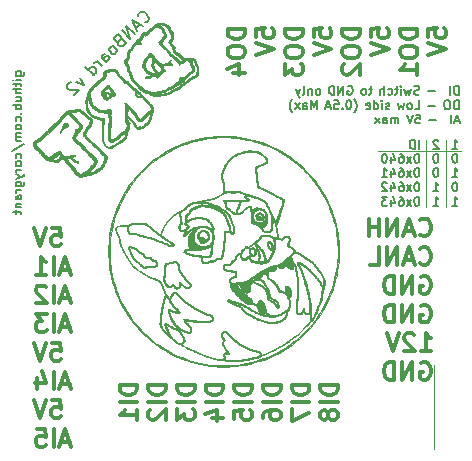
<source format=gbo>
%TF.GenerationSoftware,KiCad,Pcbnew,(7.0.0)*%
%TF.CreationDate,2023-02-19T00:42:13-05:00*%
%TF.ProjectId,CANBoard,43414e42-6f61-4726-942e-6b696361645f,v1*%
%TF.SameCoordinates,Original*%
%TF.FileFunction,Legend,Bot*%
%TF.FilePolarity,Positive*%
%FSLAX46Y46*%
G04 Gerber Fmt 4.6, Leading zero omitted, Abs format (unit mm)*
G04 Created by KiCad (PCBNEW (7.0.0)) date 2023-02-19 00:42:13*
%MOMM*%
%LPD*%
G01*
G04 APERTURE LIST*
%ADD10C,0.150000*%
%ADD11C,0.120000*%
%ADD12C,0.300000*%
%ADD13C,0.010000*%
%ADD14C,1.090600*%
%ADD15O,1.800000X1.800000*%
%ADD16C,1.800000*%
%ADD17C,5.700000*%
G04 APERTURE END LIST*
D10*
X119536535Y-70223000D02*
X120143678Y-70223000D01*
X120143678Y-70223000D02*
X120215107Y-70187285D01*
X120215107Y-70187285D02*
X120250821Y-70151571D01*
X120250821Y-70151571D02*
X120286535Y-70080142D01*
X120286535Y-70080142D02*
X120286535Y-69973000D01*
X120286535Y-69973000D02*
X120250821Y-69901571D01*
X120000821Y-70223000D02*
X120036535Y-70151571D01*
X120036535Y-70151571D02*
X120036535Y-70008714D01*
X120036535Y-70008714D02*
X120000821Y-69937285D01*
X120000821Y-69937285D02*
X119965107Y-69901571D01*
X119965107Y-69901571D02*
X119893678Y-69865857D01*
X119893678Y-69865857D02*
X119679392Y-69865857D01*
X119679392Y-69865857D02*
X119607964Y-69901571D01*
X119607964Y-69901571D02*
X119572250Y-69937285D01*
X119572250Y-69937285D02*
X119536535Y-70008714D01*
X119536535Y-70008714D02*
X119536535Y-70151571D01*
X119536535Y-70151571D02*
X119572250Y-70223000D01*
X120036535Y-70580142D02*
X119536535Y-70580142D01*
X119286535Y-70580142D02*
X119322250Y-70544428D01*
X119322250Y-70544428D02*
X119357964Y-70580142D01*
X119357964Y-70580142D02*
X119322250Y-70615856D01*
X119322250Y-70615856D02*
X119286535Y-70580142D01*
X119286535Y-70580142D02*
X119357964Y-70580142D01*
X119536535Y-70830142D02*
X119536535Y-71115856D01*
X119286535Y-70937285D02*
X119929392Y-70937285D01*
X119929392Y-70937285D02*
X120000821Y-70972999D01*
X120000821Y-70972999D02*
X120036535Y-71044428D01*
X120036535Y-71044428D02*
X120036535Y-71115856D01*
X120036535Y-71365856D02*
X119286535Y-71365856D01*
X120036535Y-71687285D02*
X119643678Y-71687285D01*
X119643678Y-71687285D02*
X119572250Y-71651570D01*
X119572250Y-71651570D02*
X119536535Y-71580142D01*
X119536535Y-71580142D02*
X119536535Y-71472999D01*
X119536535Y-71472999D02*
X119572250Y-71401570D01*
X119572250Y-71401570D02*
X119607964Y-71365856D01*
X119536535Y-72365856D02*
X120036535Y-72365856D01*
X119536535Y-72044427D02*
X119929392Y-72044427D01*
X119929392Y-72044427D02*
X120000821Y-72080141D01*
X120000821Y-72080141D02*
X120036535Y-72151570D01*
X120036535Y-72151570D02*
X120036535Y-72258713D01*
X120036535Y-72258713D02*
X120000821Y-72330141D01*
X120000821Y-72330141D02*
X119965107Y-72365856D01*
X120036535Y-72722998D02*
X119286535Y-72722998D01*
X119572250Y-72722998D02*
X119536535Y-72794427D01*
X119536535Y-72794427D02*
X119536535Y-72937284D01*
X119536535Y-72937284D02*
X119572250Y-73008712D01*
X119572250Y-73008712D02*
X119607964Y-73044427D01*
X119607964Y-73044427D02*
X119679392Y-73080141D01*
X119679392Y-73080141D02*
X119893678Y-73080141D01*
X119893678Y-73080141D02*
X119965107Y-73044427D01*
X119965107Y-73044427D02*
X120000821Y-73008712D01*
X120000821Y-73008712D02*
X120036535Y-72937284D01*
X120036535Y-72937284D02*
X120036535Y-72794427D01*
X120036535Y-72794427D02*
X120000821Y-72722998D01*
X119965107Y-73401569D02*
X120000821Y-73437283D01*
X120000821Y-73437283D02*
X120036535Y-73401569D01*
X120036535Y-73401569D02*
X120000821Y-73365855D01*
X120000821Y-73365855D02*
X119965107Y-73401569D01*
X119965107Y-73401569D02*
X120036535Y-73401569D01*
X120000821Y-74080141D02*
X120036535Y-74008712D01*
X120036535Y-74008712D02*
X120036535Y-73865855D01*
X120036535Y-73865855D02*
X120000821Y-73794426D01*
X120000821Y-73794426D02*
X119965107Y-73758712D01*
X119965107Y-73758712D02*
X119893678Y-73722998D01*
X119893678Y-73722998D02*
X119679392Y-73722998D01*
X119679392Y-73722998D02*
X119607964Y-73758712D01*
X119607964Y-73758712D02*
X119572250Y-73794426D01*
X119572250Y-73794426D02*
X119536535Y-73865855D01*
X119536535Y-73865855D02*
X119536535Y-74008712D01*
X119536535Y-74008712D02*
X119572250Y-74080141D01*
X120036535Y-74508712D02*
X120000821Y-74437283D01*
X120000821Y-74437283D02*
X119965107Y-74401569D01*
X119965107Y-74401569D02*
X119893678Y-74365855D01*
X119893678Y-74365855D02*
X119679392Y-74365855D01*
X119679392Y-74365855D02*
X119607964Y-74401569D01*
X119607964Y-74401569D02*
X119572250Y-74437283D01*
X119572250Y-74437283D02*
X119536535Y-74508712D01*
X119536535Y-74508712D02*
X119536535Y-74615855D01*
X119536535Y-74615855D02*
X119572250Y-74687283D01*
X119572250Y-74687283D02*
X119607964Y-74722998D01*
X119607964Y-74722998D02*
X119679392Y-74758712D01*
X119679392Y-74758712D02*
X119893678Y-74758712D01*
X119893678Y-74758712D02*
X119965107Y-74722998D01*
X119965107Y-74722998D02*
X120000821Y-74687283D01*
X120000821Y-74687283D02*
X120036535Y-74615855D01*
X120036535Y-74615855D02*
X120036535Y-74508712D01*
X120036535Y-75080140D02*
X119536535Y-75080140D01*
X119607964Y-75080140D02*
X119572250Y-75115854D01*
X119572250Y-75115854D02*
X119536535Y-75187283D01*
X119536535Y-75187283D02*
X119536535Y-75294426D01*
X119536535Y-75294426D02*
X119572250Y-75365854D01*
X119572250Y-75365854D02*
X119643678Y-75401569D01*
X119643678Y-75401569D02*
X120036535Y-75401569D01*
X119643678Y-75401569D02*
X119572250Y-75437283D01*
X119572250Y-75437283D02*
X119536535Y-75508711D01*
X119536535Y-75508711D02*
X119536535Y-75615854D01*
X119536535Y-75615854D02*
X119572250Y-75687283D01*
X119572250Y-75687283D02*
X119643678Y-75722997D01*
X119643678Y-75722997D02*
X120036535Y-75722997D01*
X119250821Y-76615854D02*
X120215107Y-75972997D01*
X120000821Y-77187283D02*
X120036535Y-77115854D01*
X120036535Y-77115854D02*
X120036535Y-76972997D01*
X120036535Y-76972997D02*
X120000821Y-76901568D01*
X120000821Y-76901568D02*
X119965107Y-76865854D01*
X119965107Y-76865854D02*
X119893678Y-76830140D01*
X119893678Y-76830140D02*
X119679392Y-76830140D01*
X119679392Y-76830140D02*
X119607964Y-76865854D01*
X119607964Y-76865854D02*
X119572250Y-76901568D01*
X119572250Y-76901568D02*
X119536535Y-76972997D01*
X119536535Y-76972997D02*
X119536535Y-77115854D01*
X119536535Y-77115854D02*
X119572250Y-77187283D01*
X120036535Y-77615854D02*
X120000821Y-77544425D01*
X120000821Y-77544425D02*
X119965107Y-77508711D01*
X119965107Y-77508711D02*
X119893678Y-77472997D01*
X119893678Y-77472997D02*
X119679392Y-77472997D01*
X119679392Y-77472997D02*
X119607964Y-77508711D01*
X119607964Y-77508711D02*
X119572250Y-77544425D01*
X119572250Y-77544425D02*
X119536535Y-77615854D01*
X119536535Y-77615854D02*
X119536535Y-77722997D01*
X119536535Y-77722997D02*
X119572250Y-77794425D01*
X119572250Y-77794425D02*
X119607964Y-77830140D01*
X119607964Y-77830140D02*
X119679392Y-77865854D01*
X119679392Y-77865854D02*
X119893678Y-77865854D01*
X119893678Y-77865854D02*
X119965107Y-77830140D01*
X119965107Y-77830140D02*
X120000821Y-77794425D01*
X120000821Y-77794425D02*
X120036535Y-77722997D01*
X120036535Y-77722997D02*
X120036535Y-77615854D01*
X120036535Y-78187282D02*
X119536535Y-78187282D01*
X119679392Y-78187282D02*
X119607964Y-78222996D01*
X119607964Y-78222996D02*
X119572250Y-78258711D01*
X119572250Y-78258711D02*
X119536535Y-78330139D01*
X119536535Y-78330139D02*
X119536535Y-78401568D01*
X119536535Y-78580139D02*
X120036535Y-78758711D01*
X119536535Y-78937282D02*
X120036535Y-78758711D01*
X120036535Y-78758711D02*
X120215107Y-78687282D01*
X120215107Y-78687282D02*
X120250821Y-78651568D01*
X120250821Y-78651568D02*
X120286535Y-78580139D01*
X119536535Y-79544426D02*
X120143678Y-79544426D01*
X120143678Y-79544426D02*
X120215107Y-79508711D01*
X120215107Y-79508711D02*
X120250821Y-79472997D01*
X120250821Y-79472997D02*
X120286535Y-79401568D01*
X120286535Y-79401568D02*
X120286535Y-79294426D01*
X120286535Y-79294426D02*
X120250821Y-79222997D01*
X120000821Y-79544426D02*
X120036535Y-79472997D01*
X120036535Y-79472997D02*
X120036535Y-79330140D01*
X120036535Y-79330140D02*
X120000821Y-79258711D01*
X120000821Y-79258711D02*
X119965107Y-79222997D01*
X119965107Y-79222997D02*
X119893678Y-79187283D01*
X119893678Y-79187283D02*
X119679392Y-79187283D01*
X119679392Y-79187283D02*
X119607964Y-79222997D01*
X119607964Y-79222997D02*
X119572250Y-79258711D01*
X119572250Y-79258711D02*
X119536535Y-79330140D01*
X119536535Y-79330140D02*
X119536535Y-79472997D01*
X119536535Y-79472997D02*
X119572250Y-79544426D01*
X120036535Y-79901568D02*
X119536535Y-79901568D01*
X119679392Y-79901568D02*
X119607964Y-79937282D01*
X119607964Y-79937282D02*
X119572250Y-79972997D01*
X119572250Y-79972997D02*
X119536535Y-80044425D01*
X119536535Y-80044425D02*
X119536535Y-80115854D01*
X120036535Y-80687283D02*
X119643678Y-80687283D01*
X119643678Y-80687283D02*
X119572250Y-80651568D01*
X119572250Y-80651568D02*
X119536535Y-80580140D01*
X119536535Y-80580140D02*
X119536535Y-80437283D01*
X119536535Y-80437283D02*
X119572250Y-80365854D01*
X120000821Y-80687283D02*
X120036535Y-80615854D01*
X120036535Y-80615854D02*
X120036535Y-80437283D01*
X120036535Y-80437283D02*
X120000821Y-80365854D01*
X120000821Y-80365854D02*
X119929392Y-80330140D01*
X119929392Y-80330140D02*
X119857964Y-80330140D01*
X119857964Y-80330140D02*
X119786535Y-80365854D01*
X119786535Y-80365854D02*
X119750821Y-80437283D01*
X119750821Y-80437283D02*
X119750821Y-80615854D01*
X119750821Y-80615854D02*
X119715107Y-80687283D01*
X119536535Y-81044425D02*
X120036535Y-81044425D01*
X119607964Y-81044425D02*
X119572250Y-81080139D01*
X119572250Y-81080139D02*
X119536535Y-81151568D01*
X119536535Y-81151568D02*
X119536535Y-81258711D01*
X119536535Y-81258711D02*
X119572250Y-81330139D01*
X119572250Y-81330139D02*
X119643678Y-81365854D01*
X119643678Y-81365854D02*
X120036535Y-81365854D01*
X119536535Y-81615853D02*
X119536535Y-81901567D01*
X119286535Y-81722996D02*
X119929392Y-81722996D01*
X119929392Y-81722996D02*
X120000821Y-81758710D01*
X120000821Y-81758710D02*
X120036535Y-81830139D01*
X120036535Y-81830139D02*
X120036535Y-81901567D01*
D11*
X154305000Y-75628500D02*
X154305000Y-81343500D01*
X155956000Y-75628500D02*
X155956000Y-81343500D01*
X157226000Y-76593700D02*
X150241000Y-76593700D01*
X154940000Y-101854000D02*
X154940000Y-94742000D01*
D12*
X153789214Y-83677714D02*
X153860642Y-83749142D01*
X153860642Y-83749142D02*
X154074928Y-83820571D01*
X154074928Y-83820571D02*
X154217785Y-83820571D01*
X154217785Y-83820571D02*
X154432071Y-83749142D01*
X154432071Y-83749142D02*
X154574928Y-83606285D01*
X154574928Y-83606285D02*
X154646357Y-83463428D01*
X154646357Y-83463428D02*
X154717785Y-83177714D01*
X154717785Y-83177714D02*
X154717785Y-82963428D01*
X154717785Y-82963428D02*
X154646357Y-82677714D01*
X154646357Y-82677714D02*
X154574928Y-82534857D01*
X154574928Y-82534857D02*
X154432071Y-82392000D01*
X154432071Y-82392000D02*
X154217785Y-82320571D01*
X154217785Y-82320571D02*
X154074928Y-82320571D01*
X154074928Y-82320571D02*
X153860642Y-82392000D01*
X153860642Y-82392000D02*
X153789214Y-82463428D01*
X153217785Y-83392000D02*
X152503500Y-83392000D01*
X153360642Y-83820571D02*
X152860642Y-82320571D01*
X152860642Y-82320571D02*
X152360642Y-83820571D01*
X151860643Y-83820571D02*
X151860643Y-82320571D01*
X151860643Y-82320571D02*
X151003500Y-83820571D01*
X151003500Y-83820571D02*
X151003500Y-82320571D01*
X150289214Y-83820571D02*
X150289214Y-82320571D01*
X150289214Y-83034857D02*
X149432071Y-83034857D01*
X149432071Y-83820571D02*
X149432071Y-82320571D01*
X153789214Y-86107714D02*
X153860642Y-86179142D01*
X153860642Y-86179142D02*
X154074928Y-86250571D01*
X154074928Y-86250571D02*
X154217785Y-86250571D01*
X154217785Y-86250571D02*
X154432071Y-86179142D01*
X154432071Y-86179142D02*
X154574928Y-86036285D01*
X154574928Y-86036285D02*
X154646357Y-85893428D01*
X154646357Y-85893428D02*
X154717785Y-85607714D01*
X154717785Y-85607714D02*
X154717785Y-85393428D01*
X154717785Y-85393428D02*
X154646357Y-85107714D01*
X154646357Y-85107714D02*
X154574928Y-84964857D01*
X154574928Y-84964857D02*
X154432071Y-84822000D01*
X154432071Y-84822000D02*
X154217785Y-84750571D01*
X154217785Y-84750571D02*
X154074928Y-84750571D01*
X154074928Y-84750571D02*
X153860642Y-84822000D01*
X153860642Y-84822000D02*
X153789214Y-84893428D01*
X153217785Y-85822000D02*
X152503500Y-85822000D01*
X153360642Y-86250571D02*
X152860642Y-84750571D01*
X152860642Y-84750571D02*
X152360642Y-86250571D01*
X151860643Y-86250571D02*
X151860643Y-84750571D01*
X151860643Y-84750571D02*
X151003500Y-86250571D01*
X151003500Y-86250571D02*
X151003500Y-84750571D01*
X149574928Y-86250571D02*
X150289214Y-86250571D01*
X150289214Y-86250571D02*
X150289214Y-84750571D01*
X153860642Y-87252000D02*
X154003500Y-87180571D01*
X154003500Y-87180571D02*
X154217785Y-87180571D01*
X154217785Y-87180571D02*
X154432071Y-87252000D01*
X154432071Y-87252000D02*
X154574928Y-87394857D01*
X154574928Y-87394857D02*
X154646357Y-87537714D01*
X154646357Y-87537714D02*
X154717785Y-87823428D01*
X154717785Y-87823428D02*
X154717785Y-88037714D01*
X154717785Y-88037714D02*
X154646357Y-88323428D01*
X154646357Y-88323428D02*
X154574928Y-88466285D01*
X154574928Y-88466285D02*
X154432071Y-88609142D01*
X154432071Y-88609142D02*
X154217785Y-88680571D01*
X154217785Y-88680571D02*
X154074928Y-88680571D01*
X154074928Y-88680571D02*
X153860642Y-88609142D01*
X153860642Y-88609142D02*
X153789214Y-88537714D01*
X153789214Y-88537714D02*
X153789214Y-88037714D01*
X153789214Y-88037714D02*
X154074928Y-88037714D01*
X153146357Y-88680571D02*
X153146357Y-87180571D01*
X153146357Y-87180571D02*
X152289214Y-88680571D01*
X152289214Y-88680571D02*
X152289214Y-87180571D01*
X151574928Y-88680571D02*
X151574928Y-87180571D01*
X151574928Y-87180571D02*
X151217785Y-87180571D01*
X151217785Y-87180571D02*
X151003499Y-87252000D01*
X151003499Y-87252000D02*
X150860642Y-87394857D01*
X150860642Y-87394857D02*
X150789213Y-87537714D01*
X150789213Y-87537714D02*
X150717785Y-87823428D01*
X150717785Y-87823428D02*
X150717785Y-88037714D01*
X150717785Y-88037714D02*
X150789213Y-88323428D01*
X150789213Y-88323428D02*
X150860642Y-88466285D01*
X150860642Y-88466285D02*
X151003499Y-88609142D01*
X151003499Y-88609142D02*
X151217785Y-88680571D01*
X151217785Y-88680571D02*
X151574928Y-88680571D01*
X153860642Y-89682000D02*
X154003500Y-89610571D01*
X154003500Y-89610571D02*
X154217785Y-89610571D01*
X154217785Y-89610571D02*
X154432071Y-89682000D01*
X154432071Y-89682000D02*
X154574928Y-89824857D01*
X154574928Y-89824857D02*
X154646357Y-89967714D01*
X154646357Y-89967714D02*
X154717785Y-90253428D01*
X154717785Y-90253428D02*
X154717785Y-90467714D01*
X154717785Y-90467714D02*
X154646357Y-90753428D01*
X154646357Y-90753428D02*
X154574928Y-90896285D01*
X154574928Y-90896285D02*
X154432071Y-91039142D01*
X154432071Y-91039142D02*
X154217785Y-91110571D01*
X154217785Y-91110571D02*
X154074928Y-91110571D01*
X154074928Y-91110571D02*
X153860642Y-91039142D01*
X153860642Y-91039142D02*
X153789214Y-90967714D01*
X153789214Y-90967714D02*
X153789214Y-90467714D01*
X153789214Y-90467714D02*
X154074928Y-90467714D01*
X153146357Y-91110571D02*
X153146357Y-89610571D01*
X153146357Y-89610571D02*
X152289214Y-91110571D01*
X152289214Y-91110571D02*
X152289214Y-89610571D01*
X151574928Y-91110571D02*
X151574928Y-89610571D01*
X151574928Y-89610571D02*
X151217785Y-89610571D01*
X151217785Y-89610571D02*
X151003499Y-89682000D01*
X151003499Y-89682000D02*
X150860642Y-89824857D01*
X150860642Y-89824857D02*
X150789213Y-89967714D01*
X150789213Y-89967714D02*
X150717785Y-90253428D01*
X150717785Y-90253428D02*
X150717785Y-90467714D01*
X150717785Y-90467714D02*
X150789213Y-90753428D01*
X150789213Y-90753428D02*
X150860642Y-90896285D01*
X150860642Y-90896285D02*
X151003499Y-91039142D01*
X151003499Y-91039142D02*
X151217785Y-91110571D01*
X151217785Y-91110571D02*
X151574928Y-91110571D01*
X153860642Y-93540571D02*
X154717785Y-93540571D01*
X154289214Y-93540571D02*
X154289214Y-92040571D01*
X154289214Y-92040571D02*
X154432071Y-92254857D01*
X154432071Y-92254857D02*
X154574928Y-92397714D01*
X154574928Y-92397714D02*
X154717785Y-92469142D01*
X153289214Y-92183428D02*
X153217786Y-92112000D01*
X153217786Y-92112000D02*
X153074929Y-92040571D01*
X153074929Y-92040571D02*
X152717786Y-92040571D01*
X152717786Y-92040571D02*
X152574929Y-92112000D01*
X152574929Y-92112000D02*
X152503500Y-92183428D01*
X152503500Y-92183428D02*
X152432071Y-92326285D01*
X152432071Y-92326285D02*
X152432071Y-92469142D01*
X152432071Y-92469142D02*
X152503500Y-92683428D01*
X152503500Y-92683428D02*
X153360643Y-93540571D01*
X153360643Y-93540571D02*
X152432071Y-93540571D01*
X152003500Y-92040571D02*
X151503500Y-93540571D01*
X151503500Y-93540571D02*
X151003500Y-92040571D01*
X153860642Y-94542000D02*
X154003500Y-94470571D01*
X154003500Y-94470571D02*
X154217785Y-94470571D01*
X154217785Y-94470571D02*
X154432071Y-94542000D01*
X154432071Y-94542000D02*
X154574928Y-94684857D01*
X154574928Y-94684857D02*
X154646357Y-94827714D01*
X154646357Y-94827714D02*
X154717785Y-95113428D01*
X154717785Y-95113428D02*
X154717785Y-95327714D01*
X154717785Y-95327714D02*
X154646357Y-95613428D01*
X154646357Y-95613428D02*
X154574928Y-95756285D01*
X154574928Y-95756285D02*
X154432071Y-95899142D01*
X154432071Y-95899142D02*
X154217785Y-95970571D01*
X154217785Y-95970571D02*
X154074928Y-95970571D01*
X154074928Y-95970571D02*
X153860642Y-95899142D01*
X153860642Y-95899142D02*
X153789214Y-95827714D01*
X153789214Y-95827714D02*
X153789214Y-95327714D01*
X153789214Y-95327714D02*
X154074928Y-95327714D01*
X153146357Y-95970571D02*
X153146357Y-94470571D01*
X153146357Y-94470571D02*
X152289214Y-95970571D01*
X152289214Y-95970571D02*
X152289214Y-94470571D01*
X151574928Y-95970571D02*
X151574928Y-94470571D01*
X151574928Y-94470571D02*
X151217785Y-94470571D01*
X151217785Y-94470571D02*
X151003499Y-94542000D01*
X151003499Y-94542000D02*
X150860642Y-94684857D01*
X150860642Y-94684857D02*
X150789213Y-94827714D01*
X150789213Y-94827714D02*
X150717785Y-95113428D01*
X150717785Y-95113428D02*
X150717785Y-95327714D01*
X150717785Y-95327714D02*
X150789213Y-95613428D01*
X150789213Y-95613428D02*
X150860642Y-95756285D01*
X150860642Y-95756285D02*
X151003499Y-95899142D01*
X151003499Y-95899142D02*
X151217785Y-95970571D01*
X151217785Y-95970571D02*
X151574928Y-95970571D01*
X129841071Y-96369142D02*
X128341071Y-96369142D01*
X128341071Y-96369142D02*
X128341071Y-96726285D01*
X128341071Y-96726285D02*
X128412500Y-96940571D01*
X128412500Y-96940571D02*
X128555357Y-97083428D01*
X128555357Y-97083428D02*
X128698214Y-97154857D01*
X128698214Y-97154857D02*
X128983928Y-97226285D01*
X128983928Y-97226285D02*
X129198214Y-97226285D01*
X129198214Y-97226285D02*
X129483928Y-97154857D01*
X129483928Y-97154857D02*
X129626785Y-97083428D01*
X129626785Y-97083428D02*
X129769642Y-96940571D01*
X129769642Y-96940571D02*
X129841071Y-96726285D01*
X129841071Y-96726285D02*
X129841071Y-96369142D01*
X129841071Y-97869142D02*
X128341071Y-97869142D01*
X129841071Y-99369143D02*
X129841071Y-98512000D01*
X129841071Y-98940571D02*
X128341071Y-98940571D01*
X128341071Y-98940571D02*
X128555357Y-98797714D01*
X128555357Y-98797714D02*
X128698214Y-98654857D01*
X128698214Y-98654857D02*
X128769642Y-98512000D01*
X132271071Y-96369142D02*
X130771071Y-96369142D01*
X130771071Y-96369142D02*
X130771071Y-96726285D01*
X130771071Y-96726285D02*
X130842500Y-96940571D01*
X130842500Y-96940571D02*
X130985357Y-97083428D01*
X130985357Y-97083428D02*
X131128214Y-97154857D01*
X131128214Y-97154857D02*
X131413928Y-97226285D01*
X131413928Y-97226285D02*
X131628214Y-97226285D01*
X131628214Y-97226285D02*
X131913928Y-97154857D01*
X131913928Y-97154857D02*
X132056785Y-97083428D01*
X132056785Y-97083428D02*
X132199642Y-96940571D01*
X132199642Y-96940571D02*
X132271071Y-96726285D01*
X132271071Y-96726285D02*
X132271071Y-96369142D01*
X132271071Y-97869142D02*
X130771071Y-97869142D01*
X130913928Y-98512000D02*
X130842500Y-98583428D01*
X130842500Y-98583428D02*
X130771071Y-98726286D01*
X130771071Y-98726286D02*
X130771071Y-99083428D01*
X130771071Y-99083428D02*
X130842500Y-99226286D01*
X130842500Y-99226286D02*
X130913928Y-99297714D01*
X130913928Y-99297714D02*
X131056785Y-99369143D01*
X131056785Y-99369143D02*
X131199642Y-99369143D01*
X131199642Y-99369143D02*
X131413928Y-99297714D01*
X131413928Y-99297714D02*
X132271071Y-98440571D01*
X132271071Y-98440571D02*
X132271071Y-99369143D01*
X134701071Y-96369142D02*
X133201071Y-96369142D01*
X133201071Y-96369142D02*
X133201071Y-96726285D01*
X133201071Y-96726285D02*
X133272500Y-96940571D01*
X133272500Y-96940571D02*
X133415357Y-97083428D01*
X133415357Y-97083428D02*
X133558214Y-97154857D01*
X133558214Y-97154857D02*
X133843928Y-97226285D01*
X133843928Y-97226285D02*
X134058214Y-97226285D01*
X134058214Y-97226285D02*
X134343928Y-97154857D01*
X134343928Y-97154857D02*
X134486785Y-97083428D01*
X134486785Y-97083428D02*
X134629642Y-96940571D01*
X134629642Y-96940571D02*
X134701071Y-96726285D01*
X134701071Y-96726285D02*
X134701071Y-96369142D01*
X134701071Y-97869142D02*
X133201071Y-97869142D01*
X133201071Y-98440571D02*
X133201071Y-99369143D01*
X133201071Y-99369143D02*
X133772500Y-98869143D01*
X133772500Y-98869143D02*
X133772500Y-99083428D01*
X133772500Y-99083428D02*
X133843928Y-99226286D01*
X133843928Y-99226286D02*
X133915357Y-99297714D01*
X133915357Y-99297714D02*
X134058214Y-99369143D01*
X134058214Y-99369143D02*
X134415357Y-99369143D01*
X134415357Y-99369143D02*
X134558214Y-99297714D01*
X134558214Y-99297714D02*
X134629642Y-99226286D01*
X134629642Y-99226286D02*
X134701071Y-99083428D01*
X134701071Y-99083428D02*
X134701071Y-98654857D01*
X134701071Y-98654857D02*
X134629642Y-98512000D01*
X134629642Y-98512000D02*
X134558214Y-98440571D01*
X137131071Y-96369142D02*
X135631071Y-96369142D01*
X135631071Y-96369142D02*
X135631071Y-96726285D01*
X135631071Y-96726285D02*
X135702500Y-96940571D01*
X135702500Y-96940571D02*
X135845357Y-97083428D01*
X135845357Y-97083428D02*
X135988214Y-97154857D01*
X135988214Y-97154857D02*
X136273928Y-97226285D01*
X136273928Y-97226285D02*
X136488214Y-97226285D01*
X136488214Y-97226285D02*
X136773928Y-97154857D01*
X136773928Y-97154857D02*
X136916785Y-97083428D01*
X136916785Y-97083428D02*
X137059642Y-96940571D01*
X137059642Y-96940571D02*
X137131071Y-96726285D01*
X137131071Y-96726285D02*
X137131071Y-96369142D01*
X137131071Y-97869142D02*
X135631071Y-97869142D01*
X136131071Y-99226286D02*
X137131071Y-99226286D01*
X135559642Y-98869143D02*
X136631071Y-98512000D01*
X136631071Y-98512000D02*
X136631071Y-99440571D01*
X139561071Y-96369142D02*
X138061071Y-96369142D01*
X138061071Y-96369142D02*
X138061071Y-96726285D01*
X138061071Y-96726285D02*
X138132500Y-96940571D01*
X138132500Y-96940571D02*
X138275357Y-97083428D01*
X138275357Y-97083428D02*
X138418214Y-97154857D01*
X138418214Y-97154857D02*
X138703928Y-97226285D01*
X138703928Y-97226285D02*
X138918214Y-97226285D01*
X138918214Y-97226285D02*
X139203928Y-97154857D01*
X139203928Y-97154857D02*
X139346785Y-97083428D01*
X139346785Y-97083428D02*
X139489642Y-96940571D01*
X139489642Y-96940571D02*
X139561071Y-96726285D01*
X139561071Y-96726285D02*
X139561071Y-96369142D01*
X139561071Y-97869142D02*
X138061071Y-97869142D01*
X138061071Y-99297714D02*
X138061071Y-98583428D01*
X138061071Y-98583428D02*
X138775357Y-98512000D01*
X138775357Y-98512000D02*
X138703928Y-98583428D01*
X138703928Y-98583428D02*
X138632500Y-98726286D01*
X138632500Y-98726286D02*
X138632500Y-99083428D01*
X138632500Y-99083428D02*
X138703928Y-99226286D01*
X138703928Y-99226286D02*
X138775357Y-99297714D01*
X138775357Y-99297714D02*
X138918214Y-99369143D01*
X138918214Y-99369143D02*
X139275357Y-99369143D01*
X139275357Y-99369143D02*
X139418214Y-99297714D01*
X139418214Y-99297714D02*
X139489642Y-99226286D01*
X139489642Y-99226286D02*
X139561071Y-99083428D01*
X139561071Y-99083428D02*
X139561071Y-98726286D01*
X139561071Y-98726286D02*
X139489642Y-98583428D01*
X139489642Y-98583428D02*
X139418214Y-98512000D01*
X141991071Y-96369142D02*
X140491071Y-96369142D01*
X140491071Y-96369142D02*
X140491071Y-96726285D01*
X140491071Y-96726285D02*
X140562500Y-96940571D01*
X140562500Y-96940571D02*
X140705357Y-97083428D01*
X140705357Y-97083428D02*
X140848214Y-97154857D01*
X140848214Y-97154857D02*
X141133928Y-97226285D01*
X141133928Y-97226285D02*
X141348214Y-97226285D01*
X141348214Y-97226285D02*
X141633928Y-97154857D01*
X141633928Y-97154857D02*
X141776785Y-97083428D01*
X141776785Y-97083428D02*
X141919642Y-96940571D01*
X141919642Y-96940571D02*
X141991071Y-96726285D01*
X141991071Y-96726285D02*
X141991071Y-96369142D01*
X141991071Y-97869142D02*
X140491071Y-97869142D01*
X140491071Y-99226286D02*
X140491071Y-98940571D01*
X140491071Y-98940571D02*
X140562500Y-98797714D01*
X140562500Y-98797714D02*
X140633928Y-98726286D01*
X140633928Y-98726286D02*
X140848214Y-98583428D01*
X140848214Y-98583428D02*
X141133928Y-98512000D01*
X141133928Y-98512000D02*
X141705357Y-98512000D01*
X141705357Y-98512000D02*
X141848214Y-98583428D01*
X141848214Y-98583428D02*
X141919642Y-98654857D01*
X141919642Y-98654857D02*
X141991071Y-98797714D01*
X141991071Y-98797714D02*
X141991071Y-99083428D01*
X141991071Y-99083428D02*
X141919642Y-99226286D01*
X141919642Y-99226286D02*
X141848214Y-99297714D01*
X141848214Y-99297714D02*
X141705357Y-99369143D01*
X141705357Y-99369143D02*
X141348214Y-99369143D01*
X141348214Y-99369143D02*
X141205357Y-99297714D01*
X141205357Y-99297714D02*
X141133928Y-99226286D01*
X141133928Y-99226286D02*
X141062500Y-99083428D01*
X141062500Y-99083428D02*
X141062500Y-98797714D01*
X141062500Y-98797714D02*
X141133928Y-98654857D01*
X141133928Y-98654857D02*
X141205357Y-98583428D01*
X141205357Y-98583428D02*
X141348214Y-98512000D01*
X144421071Y-96369142D02*
X142921071Y-96369142D01*
X142921071Y-96369142D02*
X142921071Y-96726285D01*
X142921071Y-96726285D02*
X142992500Y-96940571D01*
X142992500Y-96940571D02*
X143135357Y-97083428D01*
X143135357Y-97083428D02*
X143278214Y-97154857D01*
X143278214Y-97154857D02*
X143563928Y-97226285D01*
X143563928Y-97226285D02*
X143778214Y-97226285D01*
X143778214Y-97226285D02*
X144063928Y-97154857D01*
X144063928Y-97154857D02*
X144206785Y-97083428D01*
X144206785Y-97083428D02*
X144349642Y-96940571D01*
X144349642Y-96940571D02*
X144421071Y-96726285D01*
X144421071Y-96726285D02*
X144421071Y-96369142D01*
X144421071Y-97869142D02*
X142921071Y-97869142D01*
X142921071Y-98440571D02*
X142921071Y-99440571D01*
X142921071Y-99440571D02*
X144421071Y-98797714D01*
X146851071Y-96369142D02*
X145351071Y-96369142D01*
X145351071Y-96369142D02*
X145351071Y-96726285D01*
X145351071Y-96726285D02*
X145422500Y-96940571D01*
X145422500Y-96940571D02*
X145565357Y-97083428D01*
X145565357Y-97083428D02*
X145708214Y-97154857D01*
X145708214Y-97154857D02*
X145993928Y-97226285D01*
X145993928Y-97226285D02*
X146208214Y-97226285D01*
X146208214Y-97226285D02*
X146493928Y-97154857D01*
X146493928Y-97154857D02*
X146636785Y-97083428D01*
X146636785Y-97083428D02*
X146779642Y-96940571D01*
X146779642Y-96940571D02*
X146851071Y-96726285D01*
X146851071Y-96726285D02*
X146851071Y-96369142D01*
X146851071Y-97869142D02*
X145351071Y-97869142D01*
X145993928Y-98797714D02*
X145922500Y-98654857D01*
X145922500Y-98654857D02*
X145851071Y-98583428D01*
X145851071Y-98583428D02*
X145708214Y-98512000D01*
X145708214Y-98512000D02*
X145636785Y-98512000D01*
X145636785Y-98512000D02*
X145493928Y-98583428D01*
X145493928Y-98583428D02*
X145422500Y-98654857D01*
X145422500Y-98654857D02*
X145351071Y-98797714D01*
X145351071Y-98797714D02*
X145351071Y-99083428D01*
X145351071Y-99083428D02*
X145422500Y-99226286D01*
X145422500Y-99226286D02*
X145493928Y-99297714D01*
X145493928Y-99297714D02*
X145636785Y-99369143D01*
X145636785Y-99369143D02*
X145708214Y-99369143D01*
X145708214Y-99369143D02*
X145851071Y-99297714D01*
X145851071Y-99297714D02*
X145922500Y-99226286D01*
X145922500Y-99226286D02*
X145993928Y-99083428D01*
X145993928Y-99083428D02*
X145993928Y-98797714D01*
X145993928Y-98797714D02*
X146065357Y-98654857D01*
X146065357Y-98654857D02*
X146136785Y-98583428D01*
X146136785Y-98583428D02*
X146279642Y-98512000D01*
X146279642Y-98512000D02*
X146565357Y-98512000D01*
X146565357Y-98512000D02*
X146708214Y-98583428D01*
X146708214Y-98583428D02*
X146779642Y-98654857D01*
X146779642Y-98654857D02*
X146851071Y-98797714D01*
X146851071Y-98797714D02*
X146851071Y-99083428D01*
X146851071Y-99083428D02*
X146779642Y-99226286D01*
X146779642Y-99226286D02*
X146708214Y-99297714D01*
X146708214Y-99297714D02*
X146565357Y-99369143D01*
X146565357Y-99369143D02*
X146279642Y-99369143D01*
X146279642Y-99369143D02*
X146136785Y-99297714D01*
X146136785Y-99297714D02*
X146065357Y-99226286D01*
X146065357Y-99226286D02*
X145993928Y-99083428D01*
X138985071Y-66270142D02*
X137485071Y-66270142D01*
X137485071Y-66270142D02*
X137485071Y-66627285D01*
X137485071Y-66627285D02*
X137556500Y-66841571D01*
X137556500Y-66841571D02*
X137699357Y-66984428D01*
X137699357Y-66984428D02*
X137842214Y-67055857D01*
X137842214Y-67055857D02*
X138127928Y-67127285D01*
X138127928Y-67127285D02*
X138342214Y-67127285D01*
X138342214Y-67127285D02*
X138627928Y-67055857D01*
X138627928Y-67055857D02*
X138770785Y-66984428D01*
X138770785Y-66984428D02*
X138913642Y-66841571D01*
X138913642Y-66841571D02*
X138985071Y-66627285D01*
X138985071Y-66627285D02*
X138985071Y-66270142D01*
X137485071Y-68055857D02*
X137485071Y-68341571D01*
X137485071Y-68341571D02*
X137556500Y-68484428D01*
X137556500Y-68484428D02*
X137699357Y-68627285D01*
X137699357Y-68627285D02*
X137985071Y-68698714D01*
X137985071Y-68698714D02*
X138485071Y-68698714D01*
X138485071Y-68698714D02*
X138770785Y-68627285D01*
X138770785Y-68627285D02*
X138913642Y-68484428D01*
X138913642Y-68484428D02*
X138985071Y-68341571D01*
X138985071Y-68341571D02*
X138985071Y-68055857D01*
X138985071Y-68055857D02*
X138913642Y-67913000D01*
X138913642Y-67913000D02*
X138770785Y-67770142D01*
X138770785Y-67770142D02*
X138485071Y-67698714D01*
X138485071Y-67698714D02*
X137985071Y-67698714D01*
X137985071Y-67698714D02*
X137699357Y-67770142D01*
X137699357Y-67770142D02*
X137556500Y-67913000D01*
X137556500Y-67913000D02*
X137485071Y-68055857D01*
X137985071Y-69984429D02*
X138985071Y-69984429D01*
X137413642Y-69627286D02*
X138485071Y-69270143D01*
X138485071Y-69270143D02*
X138485071Y-70198714D01*
X139915071Y-66984428D02*
X139915071Y-66270142D01*
X139915071Y-66270142D02*
X140629357Y-66198714D01*
X140629357Y-66198714D02*
X140557928Y-66270142D01*
X140557928Y-66270142D02*
X140486500Y-66413000D01*
X140486500Y-66413000D02*
X140486500Y-66770142D01*
X140486500Y-66770142D02*
X140557928Y-66913000D01*
X140557928Y-66913000D02*
X140629357Y-66984428D01*
X140629357Y-66984428D02*
X140772214Y-67055857D01*
X140772214Y-67055857D02*
X141129357Y-67055857D01*
X141129357Y-67055857D02*
X141272214Y-66984428D01*
X141272214Y-66984428D02*
X141343642Y-66913000D01*
X141343642Y-66913000D02*
X141415071Y-66770142D01*
X141415071Y-66770142D02*
X141415071Y-66413000D01*
X141415071Y-66413000D02*
X141343642Y-66270142D01*
X141343642Y-66270142D02*
X141272214Y-66198714D01*
X139915071Y-67484428D02*
X141415071Y-67984428D01*
X141415071Y-67984428D02*
X139915071Y-68484428D01*
X143845071Y-66270142D02*
X142345071Y-66270142D01*
X142345071Y-66270142D02*
X142345071Y-66627285D01*
X142345071Y-66627285D02*
X142416500Y-66841571D01*
X142416500Y-66841571D02*
X142559357Y-66984428D01*
X142559357Y-66984428D02*
X142702214Y-67055857D01*
X142702214Y-67055857D02*
X142987928Y-67127285D01*
X142987928Y-67127285D02*
X143202214Y-67127285D01*
X143202214Y-67127285D02*
X143487928Y-67055857D01*
X143487928Y-67055857D02*
X143630785Y-66984428D01*
X143630785Y-66984428D02*
X143773642Y-66841571D01*
X143773642Y-66841571D02*
X143845071Y-66627285D01*
X143845071Y-66627285D02*
X143845071Y-66270142D01*
X142345071Y-68055857D02*
X142345071Y-68341571D01*
X142345071Y-68341571D02*
X142416500Y-68484428D01*
X142416500Y-68484428D02*
X142559357Y-68627285D01*
X142559357Y-68627285D02*
X142845071Y-68698714D01*
X142845071Y-68698714D02*
X143345071Y-68698714D01*
X143345071Y-68698714D02*
X143630785Y-68627285D01*
X143630785Y-68627285D02*
X143773642Y-68484428D01*
X143773642Y-68484428D02*
X143845071Y-68341571D01*
X143845071Y-68341571D02*
X143845071Y-68055857D01*
X143845071Y-68055857D02*
X143773642Y-67913000D01*
X143773642Y-67913000D02*
X143630785Y-67770142D01*
X143630785Y-67770142D02*
X143345071Y-67698714D01*
X143345071Y-67698714D02*
X142845071Y-67698714D01*
X142845071Y-67698714D02*
X142559357Y-67770142D01*
X142559357Y-67770142D02*
X142416500Y-67913000D01*
X142416500Y-67913000D02*
X142345071Y-68055857D01*
X142345071Y-69198714D02*
X142345071Y-70127286D01*
X142345071Y-70127286D02*
X142916500Y-69627286D01*
X142916500Y-69627286D02*
X142916500Y-69841571D01*
X142916500Y-69841571D02*
X142987928Y-69984429D01*
X142987928Y-69984429D02*
X143059357Y-70055857D01*
X143059357Y-70055857D02*
X143202214Y-70127286D01*
X143202214Y-70127286D02*
X143559357Y-70127286D01*
X143559357Y-70127286D02*
X143702214Y-70055857D01*
X143702214Y-70055857D02*
X143773642Y-69984429D01*
X143773642Y-69984429D02*
X143845071Y-69841571D01*
X143845071Y-69841571D02*
X143845071Y-69413000D01*
X143845071Y-69413000D02*
X143773642Y-69270143D01*
X143773642Y-69270143D02*
X143702214Y-69198714D01*
X144775071Y-66984428D02*
X144775071Y-66270142D01*
X144775071Y-66270142D02*
X145489357Y-66198714D01*
X145489357Y-66198714D02*
X145417928Y-66270142D01*
X145417928Y-66270142D02*
X145346500Y-66413000D01*
X145346500Y-66413000D02*
X145346500Y-66770142D01*
X145346500Y-66770142D02*
X145417928Y-66913000D01*
X145417928Y-66913000D02*
X145489357Y-66984428D01*
X145489357Y-66984428D02*
X145632214Y-67055857D01*
X145632214Y-67055857D02*
X145989357Y-67055857D01*
X145989357Y-67055857D02*
X146132214Y-66984428D01*
X146132214Y-66984428D02*
X146203642Y-66913000D01*
X146203642Y-66913000D02*
X146275071Y-66770142D01*
X146275071Y-66770142D02*
X146275071Y-66413000D01*
X146275071Y-66413000D02*
X146203642Y-66270142D01*
X146203642Y-66270142D02*
X146132214Y-66198714D01*
X144775071Y-67484428D02*
X146275071Y-67984428D01*
X146275071Y-67984428D02*
X144775071Y-68484428D01*
X148705071Y-66270142D02*
X147205071Y-66270142D01*
X147205071Y-66270142D02*
X147205071Y-66627285D01*
X147205071Y-66627285D02*
X147276500Y-66841571D01*
X147276500Y-66841571D02*
X147419357Y-66984428D01*
X147419357Y-66984428D02*
X147562214Y-67055857D01*
X147562214Y-67055857D02*
X147847928Y-67127285D01*
X147847928Y-67127285D02*
X148062214Y-67127285D01*
X148062214Y-67127285D02*
X148347928Y-67055857D01*
X148347928Y-67055857D02*
X148490785Y-66984428D01*
X148490785Y-66984428D02*
X148633642Y-66841571D01*
X148633642Y-66841571D02*
X148705071Y-66627285D01*
X148705071Y-66627285D02*
X148705071Y-66270142D01*
X147205071Y-68055857D02*
X147205071Y-68341571D01*
X147205071Y-68341571D02*
X147276500Y-68484428D01*
X147276500Y-68484428D02*
X147419357Y-68627285D01*
X147419357Y-68627285D02*
X147705071Y-68698714D01*
X147705071Y-68698714D02*
X148205071Y-68698714D01*
X148205071Y-68698714D02*
X148490785Y-68627285D01*
X148490785Y-68627285D02*
X148633642Y-68484428D01*
X148633642Y-68484428D02*
X148705071Y-68341571D01*
X148705071Y-68341571D02*
X148705071Y-68055857D01*
X148705071Y-68055857D02*
X148633642Y-67913000D01*
X148633642Y-67913000D02*
X148490785Y-67770142D01*
X148490785Y-67770142D02*
X148205071Y-67698714D01*
X148205071Y-67698714D02*
X147705071Y-67698714D01*
X147705071Y-67698714D02*
X147419357Y-67770142D01*
X147419357Y-67770142D02*
X147276500Y-67913000D01*
X147276500Y-67913000D02*
X147205071Y-68055857D01*
X147347928Y-69270143D02*
X147276500Y-69341571D01*
X147276500Y-69341571D02*
X147205071Y-69484429D01*
X147205071Y-69484429D02*
X147205071Y-69841571D01*
X147205071Y-69841571D02*
X147276500Y-69984429D01*
X147276500Y-69984429D02*
X147347928Y-70055857D01*
X147347928Y-70055857D02*
X147490785Y-70127286D01*
X147490785Y-70127286D02*
X147633642Y-70127286D01*
X147633642Y-70127286D02*
X147847928Y-70055857D01*
X147847928Y-70055857D02*
X148705071Y-69198714D01*
X148705071Y-69198714D02*
X148705071Y-70127286D01*
X149635071Y-66984428D02*
X149635071Y-66270142D01*
X149635071Y-66270142D02*
X150349357Y-66198714D01*
X150349357Y-66198714D02*
X150277928Y-66270142D01*
X150277928Y-66270142D02*
X150206500Y-66413000D01*
X150206500Y-66413000D02*
X150206500Y-66770142D01*
X150206500Y-66770142D02*
X150277928Y-66913000D01*
X150277928Y-66913000D02*
X150349357Y-66984428D01*
X150349357Y-66984428D02*
X150492214Y-67055857D01*
X150492214Y-67055857D02*
X150849357Y-67055857D01*
X150849357Y-67055857D02*
X150992214Y-66984428D01*
X150992214Y-66984428D02*
X151063642Y-66913000D01*
X151063642Y-66913000D02*
X151135071Y-66770142D01*
X151135071Y-66770142D02*
X151135071Y-66413000D01*
X151135071Y-66413000D02*
X151063642Y-66270142D01*
X151063642Y-66270142D02*
X150992214Y-66198714D01*
X149635071Y-67484428D02*
X151135071Y-67984428D01*
X151135071Y-67984428D02*
X149635071Y-68484428D01*
X153565071Y-66270142D02*
X152065071Y-66270142D01*
X152065071Y-66270142D02*
X152065071Y-66627285D01*
X152065071Y-66627285D02*
X152136500Y-66841571D01*
X152136500Y-66841571D02*
X152279357Y-66984428D01*
X152279357Y-66984428D02*
X152422214Y-67055857D01*
X152422214Y-67055857D02*
X152707928Y-67127285D01*
X152707928Y-67127285D02*
X152922214Y-67127285D01*
X152922214Y-67127285D02*
X153207928Y-67055857D01*
X153207928Y-67055857D02*
X153350785Y-66984428D01*
X153350785Y-66984428D02*
X153493642Y-66841571D01*
X153493642Y-66841571D02*
X153565071Y-66627285D01*
X153565071Y-66627285D02*
X153565071Y-66270142D01*
X152065071Y-68055857D02*
X152065071Y-68341571D01*
X152065071Y-68341571D02*
X152136500Y-68484428D01*
X152136500Y-68484428D02*
X152279357Y-68627285D01*
X152279357Y-68627285D02*
X152565071Y-68698714D01*
X152565071Y-68698714D02*
X153065071Y-68698714D01*
X153065071Y-68698714D02*
X153350785Y-68627285D01*
X153350785Y-68627285D02*
X153493642Y-68484428D01*
X153493642Y-68484428D02*
X153565071Y-68341571D01*
X153565071Y-68341571D02*
X153565071Y-68055857D01*
X153565071Y-68055857D02*
X153493642Y-67913000D01*
X153493642Y-67913000D02*
X153350785Y-67770142D01*
X153350785Y-67770142D02*
X153065071Y-67698714D01*
X153065071Y-67698714D02*
X152565071Y-67698714D01*
X152565071Y-67698714D02*
X152279357Y-67770142D01*
X152279357Y-67770142D02*
X152136500Y-67913000D01*
X152136500Y-67913000D02*
X152065071Y-68055857D01*
X153565071Y-70127286D02*
X153565071Y-69270143D01*
X153565071Y-69698714D02*
X152065071Y-69698714D01*
X152065071Y-69698714D02*
X152279357Y-69555857D01*
X152279357Y-69555857D02*
X152422214Y-69413000D01*
X152422214Y-69413000D02*
X152493642Y-69270143D01*
X154495071Y-66984428D02*
X154495071Y-66270142D01*
X154495071Y-66270142D02*
X155209357Y-66198714D01*
X155209357Y-66198714D02*
X155137928Y-66270142D01*
X155137928Y-66270142D02*
X155066500Y-66413000D01*
X155066500Y-66413000D02*
X155066500Y-66770142D01*
X155066500Y-66770142D02*
X155137928Y-66913000D01*
X155137928Y-66913000D02*
X155209357Y-66984428D01*
X155209357Y-66984428D02*
X155352214Y-67055857D01*
X155352214Y-67055857D02*
X155709357Y-67055857D01*
X155709357Y-67055857D02*
X155852214Y-66984428D01*
X155852214Y-66984428D02*
X155923642Y-66913000D01*
X155923642Y-66913000D02*
X155995071Y-66770142D01*
X155995071Y-66770142D02*
X155995071Y-66413000D01*
X155995071Y-66413000D02*
X155923642Y-66270142D01*
X155923642Y-66270142D02*
X155852214Y-66198714D01*
X154495071Y-67484428D02*
X155995071Y-67984428D01*
X155995071Y-67984428D02*
X154495071Y-68484428D01*
D10*
X157047428Y-71831535D02*
X157047428Y-71081535D01*
X157047428Y-71081535D02*
X156868857Y-71081535D01*
X156868857Y-71081535D02*
X156761714Y-71117250D01*
X156761714Y-71117250D02*
X156690285Y-71188678D01*
X156690285Y-71188678D02*
X156654571Y-71260107D01*
X156654571Y-71260107D02*
X156618857Y-71402964D01*
X156618857Y-71402964D02*
X156618857Y-71510107D01*
X156618857Y-71510107D02*
X156654571Y-71652964D01*
X156654571Y-71652964D02*
X156690285Y-71724392D01*
X156690285Y-71724392D02*
X156761714Y-71795821D01*
X156761714Y-71795821D02*
X156868857Y-71831535D01*
X156868857Y-71831535D02*
X157047428Y-71831535D01*
X156297428Y-71831535D02*
X156297428Y-71081535D01*
X155040285Y-71545821D02*
X154468857Y-71545821D01*
X153697428Y-71795821D02*
X153590286Y-71831535D01*
X153590286Y-71831535D02*
X153411714Y-71831535D01*
X153411714Y-71831535D02*
X153340286Y-71795821D01*
X153340286Y-71795821D02*
X153304571Y-71760107D01*
X153304571Y-71760107D02*
X153268857Y-71688678D01*
X153268857Y-71688678D02*
X153268857Y-71617250D01*
X153268857Y-71617250D02*
X153304571Y-71545821D01*
X153304571Y-71545821D02*
X153340286Y-71510107D01*
X153340286Y-71510107D02*
X153411714Y-71474392D01*
X153411714Y-71474392D02*
X153554571Y-71438678D01*
X153554571Y-71438678D02*
X153626000Y-71402964D01*
X153626000Y-71402964D02*
X153661714Y-71367250D01*
X153661714Y-71367250D02*
X153697428Y-71295821D01*
X153697428Y-71295821D02*
X153697428Y-71224392D01*
X153697428Y-71224392D02*
X153661714Y-71152964D01*
X153661714Y-71152964D02*
X153626000Y-71117250D01*
X153626000Y-71117250D02*
X153554571Y-71081535D01*
X153554571Y-71081535D02*
X153376000Y-71081535D01*
X153376000Y-71081535D02*
X153268857Y-71117250D01*
X153018857Y-71331535D02*
X152876000Y-71831535D01*
X152876000Y-71831535D02*
X152733142Y-71474392D01*
X152733142Y-71474392D02*
X152590285Y-71831535D01*
X152590285Y-71831535D02*
X152447428Y-71331535D01*
X152161714Y-71831535D02*
X152161714Y-71331535D01*
X152161714Y-71081535D02*
X152197428Y-71117250D01*
X152197428Y-71117250D02*
X152161714Y-71152964D01*
X152161714Y-71152964D02*
X152126000Y-71117250D01*
X152126000Y-71117250D02*
X152161714Y-71081535D01*
X152161714Y-71081535D02*
X152161714Y-71152964D01*
X151911714Y-71331535D02*
X151626000Y-71331535D01*
X151804571Y-71081535D02*
X151804571Y-71724392D01*
X151804571Y-71724392D02*
X151768857Y-71795821D01*
X151768857Y-71795821D02*
X151697428Y-71831535D01*
X151697428Y-71831535D02*
X151626000Y-71831535D01*
X151054572Y-71795821D02*
X151126000Y-71831535D01*
X151126000Y-71831535D02*
X151268857Y-71831535D01*
X151268857Y-71831535D02*
X151340286Y-71795821D01*
X151340286Y-71795821D02*
X151376000Y-71760107D01*
X151376000Y-71760107D02*
X151411714Y-71688678D01*
X151411714Y-71688678D02*
X151411714Y-71474392D01*
X151411714Y-71474392D02*
X151376000Y-71402964D01*
X151376000Y-71402964D02*
X151340286Y-71367250D01*
X151340286Y-71367250D02*
X151268857Y-71331535D01*
X151268857Y-71331535D02*
X151126000Y-71331535D01*
X151126000Y-71331535D02*
X151054572Y-71367250D01*
X150733143Y-71831535D02*
X150733143Y-71081535D01*
X150411715Y-71831535D02*
X150411715Y-71438678D01*
X150411715Y-71438678D02*
X150447429Y-71367250D01*
X150447429Y-71367250D02*
X150518857Y-71331535D01*
X150518857Y-71331535D02*
X150626000Y-71331535D01*
X150626000Y-71331535D02*
X150697429Y-71367250D01*
X150697429Y-71367250D02*
X150733143Y-71402964D01*
X149711715Y-71331535D02*
X149426001Y-71331535D01*
X149604572Y-71081535D02*
X149604572Y-71724392D01*
X149604572Y-71724392D02*
X149568858Y-71795821D01*
X149568858Y-71795821D02*
X149497429Y-71831535D01*
X149497429Y-71831535D02*
X149426001Y-71831535D01*
X149068858Y-71831535D02*
X149140287Y-71795821D01*
X149140287Y-71795821D02*
X149176001Y-71760107D01*
X149176001Y-71760107D02*
X149211715Y-71688678D01*
X149211715Y-71688678D02*
X149211715Y-71474392D01*
X149211715Y-71474392D02*
X149176001Y-71402964D01*
X149176001Y-71402964D02*
X149140287Y-71367250D01*
X149140287Y-71367250D02*
X149068858Y-71331535D01*
X149068858Y-71331535D02*
X148961715Y-71331535D01*
X148961715Y-71331535D02*
X148890287Y-71367250D01*
X148890287Y-71367250D02*
X148854573Y-71402964D01*
X148854573Y-71402964D02*
X148818858Y-71474392D01*
X148818858Y-71474392D02*
X148818858Y-71688678D01*
X148818858Y-71688678D02*
X148854573Y-71760107D01*
X148854573Y-71760107D02*
X148890287Y-71795821D01*
X148890287Y-71795821D02*
X148961715Y-71831535D01*
X148961715Y-71831535D02*
X149068858Y-71831535D01*
X147654573Y-71117250D02*
X147726002Y-71081535D01*
X147726002Y-71081535D02*
X147833144Y-71081535D01*
X147833144Y-71081535D02*
X147940287Y-71117250D01*
X147940287Y-71117250D02*
X148011716Y-71188678D01*
X148011716Y-71188678D02*
X148047430Y-71260107D01*
X148047430Y-71260107D02*
X148083144Y-71402964D01*
X148083144Y-71402964D02*
X148083144Y-71510107D01*
X148083144Y-71510107D02*
X148047430Y-71652964D01*
X148047430Y-71652964D02*
X148011716Y-71724392D01*
X148011716Y-71724392D02*
X147940287Y-71795821D01*
X147940287Y-71795821D02*
X147833144Y-71831535D01*
X147833144Y-71831535D02*
X147761716Y-71831535D01*
X147761716Y-71831535D02*
X147654573Y-71795821D01*
X147654573Y-71795821D02*
X147618859Y-71760107D01*
X147618859Y-71760107D02*
X147618859Y-71510107D01*
X147618859Y-71510107D02*
X147761716Y-71510107D01*
X147297430Y-71831535D02*
X147297430Y-71081535D01*
X147297430Y-71081535D02*
X146868859Y-71831535D01*
X146868859Y-71831535D02*
X146868859Y-71081535D01*
X146511716Y-71831535D02*
X146511716Y-71081535D01*
X146511716Y-71081535D02*
X146333145Y-71081535D01*
X146333145Y-71081535D02*
X146226002Y-71117250D01*
X146226002Y-71117250D02*
X146154573Y-71188678D01*
X146154573Y-71188678D02*
X146118859Y-71260107D01*
X146118859Y-71260107D02*
X146083145Y-71402964D01*
X146083145Y-71402964D02*
X146083145Y-71510107D01*
X146083145Y-71510107D02*
X146118859Y-71652964D01*
X146118859Y-71652964D02*
X146154573Y-71724392D01*
X146154573Y-71724392D02*
X146226002Y-71795821D01*
X146226002Y-71795821D02*
X146333145Y-71831535D01*
X146333145Y-71831535D02*
X146511716Y-71831535D01*
X145204573Y-71831535D02*
X145276002Y-71795821D01*
X145276002Y-71795821D02*
X145311716Y-71760107D01*
X145311716Y-71760107D02*
X145347430Y-71688678D01*
X145347430Y-71688678D02*
X145347430Y-71474392D01*
X145347430Y-71474392D02*
X145311716Y-71402964D01*
X145311716Y-71402964D02*
X145276002Y-71367250D01*
X145276002Y-71367250D02*
X145204573Y-71331535D01*
X145204573Y-71331535D02*
X145097430Y-71331535D01*
X145097430Y-71331535D02*
X145026002Y-71367250D01*
X145026002Y-71367250D02*
X144990288Y-71402964D01*
X144990288Y-71402964D02*
X144954573Y-71474392D01*
X144954573Y-71474392D02*
X144954573Y-71688678D01*
X144954573Y-71688678D02*
X144990288Y-71760107D01*
X144990288Y-71760107D02*
X145026002Y-71795821D01*
X145026002Y-71795821D02*
X145097430Y-71831535D01*
X145097430Y-71831535D02*
X145204573Y-71831535D01*
X144633145Y-71331535D02*
X144633145Y-71831535D01*
X144633145Y-71402964D02*
X144597431Y-71367250D01*
X144597431Y-71367250D02*
X144526002Y-71331535D01*
X144526002Y-71331535D02*
X144418859Y-71331535D01*
X144418859Y-71331535D02*
X144347431Y-71367250D01*
X144347431Y-71367250D02*
X144311717Y-71438678D01*
X144311717Y-71438678D02*
X144311717Y-71831535D01*
X143847431Y-71831535D02*
X143918860Y-71795821D01*
X143918860Y-71795821D02*
X143954574Y-71724392D01*
X143954574Y-71724392D02*
X143954574Y-71081535D01*
X143633146Y-71331535D02*
X143454574Y-71831535D01*
X143276003Y-71331535D02*
X143454574Y-71831535D01*
X143454574Y-71831535D02*
X143526003Y-72010107D01*
X143526003Y-72010107D02*
X143561717Y-72045821D01*
X143561717Y-72045821D02*
X143633146Y-72081535D01*
X157047428Y-73046535D02*
X157047428Y-72296535D01*
X157047428Y-72296535D02*
X156868857Y-72296535D01*
X156868857Y-72296535D02*
X156761714Y-72332250D01*
X156761714Y-72332250D02*
X156690285Y-72403678D01*
X156690285Y-72403678D02*
X156654571Y-72475107D01*
X156654571Y-72475107D02*
X156618857Y-72617964D01*
X156618857Y-72617964D02*
X156618857Y-72725107D01*
X156618857Y-72725107D02*
X156654571Y-72867964D01*
X156654571Y-72867964D02*
X156690285Y-72939392D01*
X156690285Y-72939392D02*
X156761714Y-73010821D01*
X156761714Y-73010821D02*
X156868857Y-73046535D01*
X156868857Y-73046535D02*
X157047428Y-73046535D01*
X156154571Y-72296535D02*
X156011714Y-72296535D01*
X156011714Y-72296535D02*
X155940285Y-72332250D01*
X155940285Y-72332250D02*
X155868857Y-72403678D01*
X155868857Y-72403678D02*
X155833142Y-72546535D01*
X155833142Y-72546535D02*
X155833142Y-72796535D01*
X155833142Y-72796535D02*
X155868857Y-72939392D01*
X155868857Y-72939392D02*
X155940285Y-73010821D01*
X155940285Y-73010821D02*
X156011714Y-73046535D01*
X156011714Y-73046535D02*
X156154571Y-73046535D01*
X156154571Y-73046535D02*
X156226000Y-73010821D01*
X156226000Y-73010821D02*
X156297428Y-72939392D01*
X156297428Y-72939392D02*
X156333142Y-72796535D01*
X156333142Y-72796535D02*
X156333142Y-72546535D01*
X156333142Y-72546535D02*
X156297428Y-72403678D01*
X156297428Y-72403678D02*
X156226000Y-72332250D01*
X156226000Y-72332250D02*
X156154571Y-72296535D01*
X155061714Y-72760821D02*
X154490286Y-72760821D01*
X153326000Y-73046535D02*
X153683143Y-73046535D01*
X153683143Y-73046535D02*
X153683143Y-72296535D01*
X152968857Y-73046535D02*
X153040286Y-73010821D01*
X153040286Y-73010821D02*
X153076000Y-72975107D01*
X153076000Y-72975107D02*
X153111714Y-72903678D01*
X153111714Y-72903678D02*
X153111714Y-72689392D01*
X153111714Y-72689392D02*
X153076000Y-72617964D01*
X153076000Y-72617964D02*
X153040286Y-72582250D01*
X153040286Y-72582250D02*
X152968857Y-72546535D01*
X152968857Y-72546535D02*
X152861714Y-72546535D01*
X152861714Y-72546535D02*
X152790286Y-72582250D01*
X152790286Y-72582250D02*
X152754572Y-72617964D01*
X152754572Y-72617964D02*
X152718857Y-72689392D01*
X152718857Y-72689392D02*
X152718857Y-72903678D01*
X152718857Y-72903678D02*
X152754572Y-72975107D01*
X152754572Y-72975107D02*
X152790286Y-73010821D01*
X152790286Y-73010821D02*
X152861714Y-73046535D01*
X152861714Y-73046535D02*
X152968857Y-73046535D01*
X152468858Y-72546535D02*
X152326001Y-73046535D01*
X152326001Y-73046535D02*
X152183143Y-72689392D01*
X152183143Y-72689392D02*
X152040286Y-73046535D01*
X152040286Y-73046535D02*
X151897429Y-72546535D01*
X151197429Y-73010821D02*
X151126001Y-73046535D01*
X151126001Y-73046535D02*
X150983144Y-73046535D01*
X150983144Y-73046535D02*
X150911715Y-73010821D01*
X150911715Y-73010821D02*
X150876001Y-72939392D01*
X150876001Y-72939392D02*
X150876001Y-72903678D01*
X150876001Y-72903678D02*
X150911715Y-72832250D01*
X150911715Y-72832250D02*
X150983144Y-72796535D01*
X150983144Y-72796535D02*
X151090287Y-72796535D01*
X151090287Y-72796535D02*
X151161715Y-72760821D01*
X151161715Y-72760821D02*
X151197429Y-72689392D01*
X151197429Y-72689392D02*
X151197429Y-72653678D01*
X151197429Y-72653678D02*
X151161715Y-72582250D01*
X151161715Y-72582250D02*
X151090287Y-72546535D01*
X151090287Y-72546535D02*
X150983144Y-72546535D01*
X150983144Y-72546535D02*
X150911715Y-72582250D01*
X150554572Y-73046535D02*
X150554572Y-72546535D01*
X150554572Y-72296535D02*
X150590286Y-72332250D01*
X150590286Y-72332250D02*
X150554572Y-72367964D01*
X150554572Y-72367964D02*
X150518858Y-72332250D01*
X150518858Y-72332250D02*
X150554572Y-72296535D01*
X150554572Y-72296535D02*
X150554572Y-72367964D01*
X149876001Y-73046535D02*
X149876001Y-72296535D01*
X149876001Y-73010821D02*
X149947429Y-73046535D01*
X149947429Y-73046535D02*
X150090286Y-73046535D01*
X150090286Y-73046535D02*
X150161715Y-73010821D01*
X150161715Y-73010821D02*
X150197429Y-72975107D01*
X150197429Y-72975107D02*
X150233143Y-72903678D01*
X150233143Y-72903678D02*
X150233143Y-72689392D01*
X150233143Y-72689392D02*
X150197429Y-72617964D01*
X150197429Y-72617964D02*
X150161715Y-72582250D01*
X150161715Y-72582250D02*
X150090286Y-72546535D01*
X150090286Y-72546535D02*
X149947429Y-72546535D01*
X149947429Y-72546535D02*
X149876001Y-72582250D01*
X149233144Y-73010821D02*
X149304572Y-73046535D01*
X149304572Y-73046535D02*
X149447430Y-73046535D01*
X149447430Y-73046535D02*
X149518858Y-73010821D01*
X149518858Y-73010821D02*
X149554572Y-72939392D01*
X149554572Y-72939392D02*
X149554572Y-72653678D01*
X149554572Y-72653678D02*
X149518858Y-72582250D01*
X149518858Y-72582250D02*
X149447430Y-72546535D01*
X149447430Y-72546535D02*
X149304572Y-72546535D01*
X149304572Y-72546535D02*
X149233144Y-72582250D01*
X149233144Y-72582250D02*
X149197430Y-72653678D01*
X149197430Y-72653678D02*
X149197430Y-72725107D01*
X149197430Y-72725107D02*
X149554572Y-72796535D01*
X148211715Y-73332250D02*
X148247430Y-73296535D01*
X148247430Y-73296535D02*
X148318858Y-73189392D01*
X148318858Y-73189392D02*
X148354573Y-73117964D01*
X148354573Y-73117964D02*
X148390287Y-73010821D01*
X148390287Y-73010821D02*
X148426001Y-72832250D01*
X148426001Y-72832250D02*
X148426001Y-72689392D01*
X148426001Y-72689392D02*
X148390287Y-72510821D01*
X148390287Y-72510821D02*
X148354573Y-72403678D01*
X148354573Y-72403678D02*
X148318858Y-72332250D01*
X148318858Y-72332250D02*
X148247430Y-72225107D01*
X148247430Y-72225107D02*
X148211715Y-72189392D01*
X147783144Y-72296535D02*
X147711715Y-72296535D01*
X147711715Y-72296535D02*
X147640287Y-72332250D01*
X147640287Y-72332250D02*
X147604573Y-72367964D01*
X147604573Y-72367964D02*
X147568858Y-72439392D01*
X147568858Y-72439392D02*
X147533144Y-72582250D01*
X147533144Y-72582250D02*
X147533144Y-72760821D01*
X147533144Y-72760821D02*
X147568858Y-72903678D01*
X147568858Y-72903678D02*
X147604573Y-72975107D01*
X147604573Y-72975107D02*
X147640287Y-73010821D01*
X147640287Y-73010821D02*
X147711715Y-73046535D01*
X147711715Y-73046535D02*
X147783144Y-73046535D01*
X147783144Y-73046535D02*
X147854573Y-73010821D01*
X147854573Y-73010821D02*
X147890287Y-72975107D01*
X147890287Y-72975107D02*
X147926001Y-72903678D01*
X147926001Y-72903678D02*
X147961715Y-72760821D01*
X147961715Y-72760821D02*
X147961715Y-72582250D01*
X147961715Y-72582250D02*
X147926001Y-72439392D01*
X147926001Y-72439392D02*
X147890287Y-72367964D01*
X147890287Y-72367964D02*
X147854573Y-72332250D01*
X147854573Y-72332250D02*
X147783144Y-72296535D01*
X147211715Y-72975107D02*
X147176001Y-73010821D01*
X147176001Y-73010821D02*
X147211715Y-73046535D01*
X147211715Y-73046535D02*
X147247429Y-73010821D01*
X147247429Y-73010821D02*
X147211715Y-72975107D01*
X147211715Y-72975107D02*
X147211715Y-73046535D01*
X146497429Y-72296535D02*
X146854572Y-72296535D01*
X146854572Y-72296535D02*
X146890286Y-72653678D01*
X146890286Y-72653678D02*
X146854572Y-72617964D01*
X146854572Y-72617964D02*
X146783144Y-72582250D01*
X146783144Y-72582250D02*
X146604572Y-72582250D01*
X146604572Y-72582250D02*
X146533144Y-72617964D01*
X146533144Y-72617964D02*
X146497429Y-72653678D01*
X146497429Y-72653678D02*
X146461715Y-72725107D01*
X146461715Y-72725107D02*
X146461715Y-72903678D01*
X146461715Y-72903678D02*
X146497429Y-72975107D01*
X146497429Y-72975107D02*
X146533144Y-73010821D01*
X146533144Y-73010821D02*
X146604572Y-73046535D01*
X146604572Y-73046535D02*
X146783144Y-73046535D01*
X146783144Y-73046535D02*
X146854572Y-73010821D01*
X146854572Y-73010821D02*
X146890286Y-72975107D01*
X146176000Y-72832250D02*
X145818858Y-72832250D01*
X146247429Y-73046535D02*
X145997429Y-72296535D01*
X145997429Y-72296535D02*
X145747429Y-73046535D01*
X145047429Y-73046535D02*
X145047429Y-72296535D01*
X145047429Y-72296535D02*
X144797429Y-72832250D01*
X144797429Y-72832250D02*
X144547429Y-72296535D01*
X144547429Y-72296535D02*
X144547429Y-73046535D01*
X143868858Y-73046535D02*
X143868858Y-72653678D01*
X143868858Y-72653678D02*
X143904572Y-72582250D01*
X143904572Y-72582250D02*
X143976000Y-72546535D01*
X143976000Y-72546535D02*
X144118858Y-72546535D01*
X144118858Y-72546535D02*
X144190286Y-72582250D01*
X143868858Y-73010821D02*
X143940286Y-73046535D01*
X143940286Y-73046535D02*
X144118858Y-73046535D01*
X144118858Y-73046535D02*
X144190286Y-73010821D01*
X144190286Y-73010821D02*
X144226000Y-72939392D01*
X144226000Y-72939392D02*
X144226000Y-72867964D01*
X144226000Y-72867964D02*
X144190286Y-72796535D01*
X144190286Y-72796535D02*
X144118858Y-72760821D01*
X144118858Y-72760821D02*
X143940286Y-72760821D01*
X143940286Y-72760821D02*
X143868858Y-72725107D01*
X143583144Y-73046535D02*
X143190287Y-72546535D01*
X143583144Y-72546535D02*
X143190287Y-73046535D01*
X142976001Y-73332250D02*
X142940286Y-73296535D01*
X142940286Y-73296535D02*
X142868858Y-73189392D01*
X142868858Y-73189392D02*
X142833144Y-73117964D01*
X142833144Y-73117964D02*
X142797429Y-73010821D01*
X142797429Y-73010821D02*
X142761715Y-72832250D01*
X142761715Y-72832250D02*
X142761715Y-72689392D01*
X142761715Y-72689392D02*
X142797429Y-72510821D01*
X142797429Y-72510821D02*
X142833144Y-72403678D01*
X142833144Y-72403678D02*
X142868858Y-72332250D01*
X142868858Y-72332250D02*
X142940286Y-72225107D01*
X142940286Y-72225107D02*
X142976001Y-72189392D01*
X157083142Y-74047250D02*
X156726000Y-74047250D01*
X157154571Y-74261535D02*
X156904571Y-73511535D01*
X156904571Y-73511535D02*
X156654571Y-74261535D01*
X156404571Y-74261535D02*
X156404571Y-73511535D01*
X155147428Y-73975821D02*
X154576000Y-73975821D01*
X153411714Y-73511535D02*
X153768857Y-73511535D01*
X153768857Y-73511535D02*
X153804571Y-73868678D01*
X153804571Y-73868678D02*
X153768857Y-73832964D01*
X153768857Y-73832964D02*
X153697429Y-73797250D01*
X153697429Y-73797250D02*
X153518857Y-73797250D01*
X153518857Y-73797250D02*
X153447429Y-73832964D01*
X153447429Y-73832964D02*
X153411714Y-73868678D01*
X153411714Y-73868678D02*
X153376000Y-73940107D01*
X153376000Y-73940107D02*
X153376000Y-74118678D01*
X153376000Y-74118678D02*
X153411714Y-74190107D01*
X153411714Y-74190107D02*
X153447429Y-74225821D01*
X153447429Y-74225821D02*
X153518857Y-74261535D01*
X153518857Y-74261535D02*
X153697429Y-74261535D01*
X153697429Y-74261535D02*
X153768857Y-74225821D01*
X153768857Y-74225821D02*
X153804571Y-74190107D01*
X153161714Y-73511535D02*
X152911714Y-74261535D01*
X152911714Y-74261535D02*
X152661714Y-73511535D01*
X151961714Y-74261535D02*
X151961714Y-73761535D01*
X151961714Y-73832964D02*
X151926000Y-73797250D01*
X151926000Y-73797250D02*
X151854571Y-73761535D01*
X151854571Y-73761535D02*
X151747428Y-73761535D01*
X151747428Y-73761535D02*
X151676000Y-73797250D01*
X151676000Y-73797250D02*
X151640286Y-73868678D01*
X151640286Y-73868678D02*
X151640286Y-74261535D01*
X151640286Y-73868678D02*
X151604571Y-73797250D01*
X151604571Y-73797250D02*
X151533143Y-73761535D01*
X151533143Y-73761535D02*
X151426000Y-73761535D01*
X151426000Y-73761535D02*
X151354571Y-73797250D01*
X151354571Y-73797250D02*
X151318857Y-73868678D01*
X151318857Y-73868678D02*
X151318857Y-74261535D01*
X150640286Y-74261535D02*
X150640286Y-73868678D01*
X150640286Y-73868678D02*
X150676000Y-73797250D01*
X150676000Y-73797250D02*
X150747428Y-73761535D01*
X150747428Y-73761535D02*
X150890286Y-73761535D01*
X150890286Y-73761535D02*
X150961714Y-73797250D01*
X150640286Y-74225821D02*
X150711714Y-74261535D01*
X150711714Y-74261535D02*
X150890286Y-74261535D01*
X150890286Y-74261535D02*
X150961714Y-74225821D01*
X150961714Y-74225821D02*
X150997428Y-74154392D01*
X150997428Y-74154392D02*
X150997428Y-74082964D01*
X150997428Y-74082964D02*
X150961714Y-74011535D01*
X150961714Y-74011535D02*
X150890286Y-73975821D01*
X150890286Y-73975821D02*
X150711714Y-73975821D01*
X150711714Y-73975821D02*
X150640286Y-73940107D01*
X150354572Y-74261535D02*
X149961715Y-73761535D01*
X150354572Y-73761535D02*
X149961715Y-74261535D01*
D12*
X122610356Y-83129071D02*
X123324642Y-83129071D01*
X123324642Y-83129071D02*
X123396070Y-83843357D01*
X123396070Y-83843357D02*
X123324642Y-83771928D01*
X123324642Y-83771928D02*
X123181785Y-83700500D01*
X123181785Y-83700500D02*
X122824642Y-83700500D01*
X122824642Y-83700500D02*
X122681785Y-83771928D01*
X122681785Y-83771928D02*
X122610356Y-83843357D01*
X122610356Y-83843357D02*
X122538927Y-83986214D01*
X122538927Y-83986214D02*
X122538927Y-84343357D01*
X122538927Y-84343357D02*
X122610356Y-84486214D01*
X122610356Y-84486214D02*
X122681785Y-84557642D01*
X122681785Y-84557642D02*
X122824642Y-84629071D01*
X122824642Y-84629071D02*
X123181785Y-84629071D01*
X123181785Y-84629071D02*
X123324642Y-84557642D01*
X123324642Y-84557642D02*
X123396070Y-84486214D01*
X122110356Y-83129071D02*
X121610356Y-84629071D01*
X121610356Y-84629071D02*
X121110356Y-83129071D01*
X124110356Y-86630500D02*
X123396071Y-86630500D01*
X124253213Y-87059071D02*
X123753213Y-85559071D01*
X123753213Y-85559071D02*
X123253213Y-87059071D01*
X122753214Y-87059071D02*
X122753214Y-85559071D01*
X121253213Y-87059071D02*
X122110356Y-87059071D01*
X121681785Y-87059071D02*
X121681785Y-85559071D01*
X121681785Y-85559071D02*
X121824642Y-85773357D01*
X121824642Y-85773357D02*
X121967499Y-85916214D01*
X121967499Y-85916214D02*
X122110356Y-85987642D01*
X124110356Y-89060500D02*
X123396071Y-89060500D01*
X124253213Y-89489071D02*
X123753213Y-87989071D01*
X123753213Y-87989071D02*
X123253213Y-89489071D01*
X122753214Y-89489071D02*
X122753214Y-87989071D01*
X122110356Y-88131928D02*
X122038928Y-88060500D01*
X122038928Y-88060500D02*
X121896071Y-87989071D01*
X121896071Y-87989071D02*
X121538928Y-87989071D01*
X121538928Y-87989071D02*
X121396071Y-88060500D01*
X121396071Y-88060500D02*
X121324642Y-88131928D01*
X121324642Y-88131928D02*
X121253213Y-88274785D01*
X121253213Y-88274785D02*
X121253213Y-88417642D01*
X121253213Y-88417642D02*
X121324642Y-88631928D01*
X121324642Y-88631928D02*
X122181785Y-89489071D01*
X122181785Y-89489071D02*
X121253213Y-89489071D01*
X124110356Y-91490500D02*
X123396071Y-91490500D01*
X124253213Y-91919071D02*
X123753213Y-90419071D01*
X123753213Y-90419071D02*
X123253213Y-91919071D01*
X122753214Y-91919071D02*
X122753214Y-90419071D01*
X122181785Y-90419071D02*
X121253213Y-90419071D01*
X121253213Y-90419071D02*
X121753213Y-90990500D01*
X121753213Y-90990500D02*
X121538928Y-90990500D01*
X121538928Y-90990500D02*
X121396071Y-91061928D01*
X121396071Y-91061928D02*
X121324642Y-91133357D01*
X121324642Y-91133357D02*
X121253213Y-91276214D01*
X121253213Y-91276214D02*
X121253213Y-91633357D01*
X121253213Y-91633357D02*
X121324642Y-91776214D01*
X121324642Y-91776214D02*
X121396071Y-91847642D01*
X121396071Y-91847642D02*
X121538928Y-91919071D01*
X121538928Y-91919071D02*
X121967499Y-91919071D01*
X121967499Y-91919071D02*
X122110356Y-91847642D01*
X122110356Y-91847642D02*
X122181785Y-91776214D01*
X122610356Y-92849071D02*
X123324642Y-92849071D01*
X123324642Y-92849071D02*
X123396070Y-93563357D01*
X123396070Y-93563357D02*
X123324642Y-93491928D01*
X123324642Y-93491928D02*
X123181785Y-93420500D01*
X123181785Y-93420500D02*
X122824642Y-93420500D01*
X122824642Y-93420500D02*
X122681785Y-93491928D01*
X122681785Y-93491928D02*
X122610356Y-93563357D01*
X122610356Y-93563357D02*
X122538927Y-93706214D01*
X122538927Y-93706214D02*
X122538927Y-94063357D01*
X122538927Y-94063357D02*
X122610356Y-94206214D01*
X122610356Y-94206214D02*
X122681785Y-94277642D01*
X122681785Y-94277642D02*
X122824642Y-94349071D01*
X122824642Y-94349071D02*
X123181785Y-94349071D01*
X123181785Y-94349071D02*
X123324642Y-94277642D01*
X123324642Y-94277642D02*
X123396070Y-94206214D01*
X122110356Y-92849071D02*
X121610356Y-94349071D01*
X121610356Y-94349071D02*
X121110356Y-92849071D01*
X124110356Y-96350500D02*
X123396071Y-96350500D01*
X124253213Y-96779071D02*
X123753213Y-95279071D01*
X123753213Y-95279071D02*
X123253213Y-96779071D01*
X122753214Y-96779071D02*
X122753214Y-95279071D01*
X121396071Y-95779071D02*
X121396071Y-96779071D01*
X121753213Y-95207642D02*
X122110356Y-96279071D01*
X122110356Y-96279071D02*
X121181785Y-96279071D01*
X122610356Y-97709071D02*
X123324642Y-97709071D01*
X123324642Y-97709071D02*
X123396070Y-98423357D01*
X123396070Y-98423357D02*
X123324642Y-98351928D01*
X123324642Y-98351928D02*
X123181785Y-98280500D01*
X123181785Y-98280500D02*
X122824642Y-98280500D01*
X122824642Y-98280500D02*
X122681785Y-98351928D01*
X122681785Y-98351928D02*
X122610356Y-98423357D01*
X122610356Y-98423357D02*
X122538927Y-98566214D01*
X122538927Y-98566214D02*
X122538927Y-98923357D01*
X122538927Y-98923357D02*
X122610356Y-99066214D01*
X122610356Y-99066214D02*
X122681785Y-99137642D01*
X122681785Y-99137642D02*
X122824642Y-99209071D01*
X122824642Y-99209071D02*
X123181785Y-99209071D01*
X123181785Y-99209071D02*
X123324642Y-99137642D01*
X123324642Y-99137642D02*
X123396070Y-99066214D01*
X122110356Y-97709071D02*
X121610356Y-99209071D01*
X121610356Y-99209071D02*
X121110356Y-97709071D01*
X124110356Y-101210500D02*
X123396071Y-101210500D01*
X124253213Y-101639071D02*
X123753213Y-100139071D01*
X123753213Y-100139071D02*
X123253213Y-101639071D01*
X122753214Y-101639071D02*
X122753214Y-100139071D01*
X121324642Y-100139071D02*
X122038928Y-100139071D01*
X122038928Y-100139071D02*
X122110356Y-100853357D01*
X122110356Y-100853357D02*
X122038928Y-100781928D01*
X122038928Y-100781928D02*
X121896071Y-100710500D01*
X121896071Y-100710500D02*
X121538928Y-100710500D01*
X121538928Y-100710500D02*
X121396071Y-100781928D01*
X121396071Y-100781928D02*
X121324642Y-100853357D01*
X121324642Y-100853357D02*
X121253213Y-100996214D01*
X121253213Y-100996214D02*
X121253213Y-101353357D01*
X121253213Y-101353357D02*
X121324642Y-101496214D01*
X121324642Y-101496214D02*
X121396071Y-101567642D01*
X121396071Y-101567642D02*
X121538928Y-101639071D01*
X121538928Y-101639071D02*
X121896071Y-101639071D01*
X121896071Y-101639071D02*
X122038928Y-101567642D01*
X122038928Y-101567642D02*
X122110356Y-101496214D01*
D10*
X156777571Y-76824035D02*
X156706142Y-76824035D01*
X156706142Y-76824035D02*
X156634714Y-76859750D01*
X156634714Y-76859750D02*
X156599000Y-76895464D01*
X156599000Y-76895464D02*
X156563285Y-76966892D01*
X156563285Y-76966892D02*
X156527571Y-77109750D01*
X156527571Y-77109750D02*
X156527571Y-77288321D01*
X156527571Y-77288321D02*
X156563285Y-77431178D01*
X156563285Y-77431178D02*
X156599000Y-77502607D01*
X156599000Y-77502607D02*
X156634714Y-77538321D01*
X156634714Y-77538321D02*
X156706142Y-77574035D01*
X156706142Y-77574035D02*
X156777571Y-77574035D01*
X156777571Y-77574035D02*
X156849000Y-77538321D01*
X156849000Y-77538321D02*
X156884714Y-77502607D01*
X156884714Y-77502607D02*
X156920428Y-77431178D01*
X156920428Y-77431178D02*
X156956142Y-77288321D01*
X156956142Y-77288321D02*
X156956142Y-77109750D01*
X156956142Y-77109750D02*
X156920428Y-76966892D01*
X156920428Y-76966892D02*
X156884714Y-76895464D01*
X156884714Y-76895464D02*
X156849000Y-76859750D01*
X156849000Y-76859750D02*
X156777571Y-76824035D01*
X155163285Y-76824035D02*
X155091856Y-76824035D01*
X155091856Y-76824035D02*
X155020428Y-76859750D01*
X155020428Y-76859750D02*
X154984714Y-76895464D01*
X154984714Y-76895464D02*
X154948999Y-76966892D01*
X154948999Y-76966892D02*
X154913285Y-77109750D01*
X154913285Y-77109750D02*
X154913285Y-77288321D01*
X154913285Y-77288321D02*
X154948999Y-77431178D01*
X154948999Y-77431178D02*
X154984714Y-77502607D01*
X154984714Y-77502607D02*
X155020428Y-77538321D01*
X155020428Y-77538321D02*
X155091856Y-77574035D01*
X155091856Y-77574035D02*
X155163285Y-77574035D01*
X155163285Y-77574035D02*
X155234714Y-77538321D01*
X155234714Y-77538321D02*
X155270428Y-77502607D01*
X155270428Y-77502607D02*
X155306142Y-77431178D01*
X155306142Y-77431178D02*
X155341856Y-77288321D01*
X155341856Y-77288321D02*
X155341856Y-77109750D01*
X155341856Y-77109750D02*
X155306142Y-76966892D01*
X155306142Y-76966892D02*
X155270428Y-76895464D01*
X155270428Y-76895464D02*
X155234714Y-76859750D01*
X155234714Y-76859750D02*
X155163285Y-76824035D01*
X153548999Y-76824035D02*
X153477570Y-76824035D01*
X153477570Y-76824035D02*
X153406142Y-76859750D01*
X153406142Y-76859750D02*
X153370428Y-76895464D01*
X153370428Y-76895464D02*
X153334713Y-76966892D01*
X153334713Y-76966892D02*
X153298999Y-77109750D01*
X153298999Y-77109750D02*
X153298999Y-77288321D01*
X153298999Y-77288321D02*
X153334713Y-77431178D01*
X153334713Y-77431178D02*
X153370428Y-77502607D01*
X153370428Y-77502607D02*
X153406142Y-77538321D01*
X153406142Y-77538321D02*
X153477570Y-77574035D01*
X153477570Y-77574035D02*
X153548999Y-77574035D01*
X153548999Y-77574035D02*
X153620428Y-77538321D01*
X153620428Y-77538321D02*
X153656142Y-77502607D01*
X153656142Y-77502607D02*
X153691856Y-77431178D01*
X153691856Y-77431178D02*
X153727570Y-77288321D01*
X153727570Y-77288321D02*
X153727570Y-77109750D01*
X153727570Y-77109750D02*
X153691856Y-76966892D01*
X153691856Y-76966892D02*
X153656142Y-76895464D01*
X153656142Y-76895464D02*
X153620428Y-76859750D01*
X153620428Y-76859750D02*
X153548999Y-76824035D01*
X153048999Y-77574035D02*
X152656142Y-77074035D01*
X153048999Y-77074035D02*
X152656142Y-77574035D01*
X152048999Y-76824035D02*
X152191856Y-76824035D01*
X152191856Y-76824035D02*
X152263284Y-76859750D01*
X152263284Y-76859750D02*
X152298999Y-76895464D01*
X152298999Y-76895464D02*
X152370427Y-77002607D01*
X152370427Y-77002607D02*
X152406141Y-77145464D01*
X152406141Y-77145464D02*
X152406141Y-77431178D01*
X152406141Y-77431178D02*
X152370427Y-77502607D01*
X152370427Y-77502607D02*
X152334713Y-77538321D01*
X152334713Y-77538321D02*
X152263284Y-77574035D01*
X152263284Y-77574035D02*
X152120427Y-77574035D01*
X152120427Y-77574035D02*
X152048999Y-77538321D01*
X152048999Y-77538321D02*
X152013284Y-77502607D01*
X152013284Y-77502607D02*
X151977570Y-77431178D01*
X151977570Y-77431178D02*
X151977570Y-77252607D01*
X151977570Y-77252607D02*
X152013284Y-77181178D01*
X152013284Y-77181178D02*
X152048999Y-77145464D01*
X152048999Y-77145464D02*
X152120427Y-77109750D01*
X152120427Y-77109750D02*
X152263284Y-77109750D01*
X152263284Y-77109750D02*
X152334713Y-77145464D01*
X152334713Y-77145464D02*
X152370427Y-77181178D01*
X152370427Y-77181178D02*
X152406141Y-77252607D01*
X151334713Y-77074035D02*
X151334713Y-77574035D01*
X151513284Y-76788321D02*
X151691855Y-77324035D01*
X151691855Y-77324035D02*
X151227570Y-77324035D01*
X150798998Y-76824035D02*
X150727569Y-76824035D01*
X150727569Y-76824035D02*
X150656141Y-76859750D01*
X150656141Y-76859750D02*
X150620427Y-76895464D01*
X150620427Y-76895464D02*
X150584712Y-76966892D01*
X150584712Y-76966892D02*
X150548998Y-77109750D01*
X150548998Y-77109750D02*
X150548998Y-77288321D01*
X150548998Y-77288321D02*
X150584712Y-77431178D01*
X150584712Y-77431178D02*
X150620427Y-77502607D01*
X150620427Y-77502607D02*
X150656141Y-77538321D01*
X150656141Y-77538321D02*
X150727569Y-77574035D01*
X150727569Y-77574035D02*
X150798998Y-77574035D01*
X150798998Y-77574035D02*
X150870427Y-77538321D01*
X150870427Y-77538321D02*
X150906141Y-77502607D01*
X150906141Y-77502607D02*
X150941855Y-77431178D01*
X150941855Y-77431178D02*
X150977569Y-77288321D01*
X150977569Y-77288321D02*
X150977569Y-77109750D01*
X150977569Y-77109750D02*
X150941855Y-76966892D01*
X150941855Y-76966892D02*
X150906141Y-76895464D01*
X150906141Y-76895464D02*
X150870427Y-76859750D01*
X150870427Y-76859750D02*
X150798998Y-76824035D01*
X156527571Y-78789035D02*
X156956142Y-78789035D01*
X156741857Y-78789035D02*
X156741857Y-78039035D01*
X156741857Y-78039035D02*
X156813285Y-78146178D01*
X156813285Y-78146178D02*
X156884714Y-78217607D01*
X156884714Y-78217607D02*
X156956142Y-78253321D01*
X155163285Y-78039035D02*
X155091856Y-78039035D01*
X155091856Y-78039035D02*
X155020428Y-78074750D01*
X155020428Y-78074750D02*
X154984714Y-78110464D01*
X154984714Y-78110464D02*
X154948999Y-78181892D01*
X154948999Y-78181892D02*
X154913285Y-78324750D01*
X154913285Y-78324750D02*
X154913285Y-78503321D01*
X154913285Y-78503321D02*
X154948999Y-78646178D01*
X154948999Y-78646178D02*
X154984714Y-78717607D01*
X154984714Y-78717607D02*
X155020428Y-78753321D01*
X155020428Y-78753321D02*
X155091856Y-78789035D01*
X155091856Y-78789035D02*
X155163285Y-78789035D01*
X155163285Y-78789035D02*
X155234714Y-78753321D01*
X155234714Y-78753321D02*
X155270428Y-78717607D01*
X155270428Y-78717607D02*
X155306142Y-78646178D01*
X155306142Y-78646178D02*
X155341856Y-78503321D01*
X155341856Y-78503321D02*
X155341856Y-78324750D01*
X155341856Y-78324750D02*
X155306142Y-78181892D01*
X155306142Y-78181892D02*
X155270428Y-78110464D01*
X155270428Y-78110464D02*
X155234714Y-78074750D01*
X155234714Y-78074750D02*
X155163285Y-78039035D01*
X153548999Y-78039035D02*
X153477570Y-78039035D01*
X153477570Y-78039035D02*
X153406142Y-78074750D01*
X153406142Y-78074750D02*
X153370428Y-78110464D01*
X153370428Y-78110464D02*
X153334713Y-78181892D01*
X153334713Y-78181892D02*
X153298999Y-78324750D01*
X153298999Y-78324750D02*
X153298999Y-78503321D01*
X153298999Y-78503321D02*
X153334713Y-78646178D01*
X153334713Y-78646178D02*
X153370428Y-78717607D01*
X153370428Y-78717607D02*
X153406142Y-78753321D01*
X153406142Y-78753321D02*
X153477570Y-78789035D01*
X153477570Y-78789035D02*
X153548999Y-78789035D01*
X153548999Y-78789035D02*
X153620428Y-78753321D01*
X153620428Y-78753321D02*
X153656142Y-78717607D01*
X153656142Y-78717607D02*
X153691856Y-78646178D01*
X153691856Y-78646178D02*
X153727570Y-78503321D01*
X153727570Y-78503321D02*
X153727570Y-78324750D01*
X153727570Y-78324750D02*
X153691856Y-78181892D01*
X153691856Y-78181892D02*
X153656142Y-78110464D01*
X153656142Y-78110464D02*
X153620428Y-78074750D01*
X153620428Y-78074750D02*
X153548999Y-78039035D01*
X153048999Y-78789035D02*
X152656142Y-78289035D01*
X153048999Y-78289035D02*
X152656142Y-78789035D01*
X152048999Y-78039035D02*
X152191856Y-78039035D01*
X152191856Y-78039035D02*
X152263284Y-78074750D01*
X152263284Y-78074750D02*
X152298999Y-78110464D01*
X152298999Y-78110464D02*
X152370427Y-78217607D01*
X152370427Y-78217607D02*
X152406141Y-78360464D01*
X152406141Y-78360464D02*
X152406141Y-78646178D01*
X152406141Y-78646178D02*
X152370427Y-78717607D01*
X152370427Y-78717607D02*
X152334713Y-78753321D01*
X152334713Y-78753321D02*
X152263284Y-78789035D01*
X152263284Y-78789035D02*
X152120427Y-78789035D01*
X152120427Y-78789035D02*
X152048999Y-78753321D01*
X152048999Y-78753321D02*
X152013284Y-78717607D01*
X152013284Y-78717607D02*
X151977570Y-78646178D01*
X151977570Y-78646178D02*
X151977570Y-78467607D01*
X151977570Y-78467607D02*
X152013284Y-78396178D01*
X152013284Y-78396178D02*
X152048999Y-78360464D01*
X152048999Y-78360464D02*
X152120427Y-78324750D01*
X152120427Y-78324750D02*
X152263284Y-78324750D01*
X152263284Y-78324750D02*
X152334713Y-78360464D01*
X152334713Y-78360464D02*
X152370427Y-78396178D01*
X152370427Y-78396178D02*
X152406141Y-78467607D01*
X151334713Y-78289035D02*
X151334713Y-78789035D01*
X151513284Y-78003321D02*
X151691855Y-78539035D01*
X151691855Y-78539035D02*
X151227570Y-78539035D01*
X150548998Y-78789035D02*
X150977569Y-78789035D01*
X150763284Y-78789035D02*
X150763284Y-78039035D01*
X150763284Y-78039035D02*
X150834712Y-78146178D01*
X150834712Y-78146178D02*
X150906141Y-78217607D01*
X150906141Y-78217607D02*
X150977569Y-78253321D01*
X156777571Y-79254035D02*
X156706142Y-79254035D01*
X156706142Y-79254035D02*
X156634714Y-79289750D01*
X156634714Y-79289750D02*
X156599000Y-79325464D01*
X156599000Y-79325464D02*
X156563285Y-79396892D01*
X156563285Y-79396892D02*
X156527571Y-79539750D01*
X156527571Y-79539750D02*
X156527571Y-79718321D01*
X156527571Y-79718321D02*
X156563285Y-79861178D01*
X156563285Y-79861178D02*
X156599000Y-79932607D01*
X156599000Y-79932607D02*
X156634714Y-79968321D01*
X156634714Y-79968321D02*
X156706142Y-80004035D01*
X156706142Y-80004035D02*
X156777571Y-80004035D01*
X156777571Y-80004035D02*
X156849000Y-79968321D01*
X156849000Y-79968321D02*
X156884714Y-79932607D01*
X156884714Y-79932607D02*
X156920428Y-79861178D01*
X156920428Y-79861178D02*
X156956142Y-79718321D01*
X156956142Y-79718321D02*
X156956142Y-79539750D01*
X156956142Y-79539750D02*
X156920428Y-79396892D01*
X156920428Y-79396892D02*
X156884714Y-79325464D01*
X156884714Y-79325464D02*
X156849000Y-79289750D01*
X156849000Y-79289750D02*
X156777571Y-79254035D01*
X154913285Y-80004035D02*
X155341856Y-80004035D01*
X155127571Y-80004035D02*
X155127571Y-79254035D01*
X155127571Y-79254035D02*
X155198999Y-79361178D01*
X155198999Y-79361178D02*
X155270428Y-79432607D01*
X155270428Y-79432607D02*
X155341856Y-79468321D01*
X153548999Y-79254035D02*
X153477570Y-79254035D01*
X153477570Y-79254035D02*
X153406142Y-79289750D01*
X153406142Y-79289750D02*
X153370428Y-79325464D01*
X153370428Y-79325464D02*
X153334713Y-79396892D01*
X153334713Y-79396892D02*
X153298999Y-79539750D01*
X153298999Y-79539750D02*
X153298999Y-79718321D01*
X153298999Y-79718321D02*
X153334713Y-79861178D01*
X153334713Y-79861178D02*
X153370428Y-79932607D01*
X153370428Y-79932607D02*
X153406142Y-79968321D01*
X153406142Y-79968321D02*
X153477570Y-80004035D01*
X153477570Y-80004035D02*
X153548999Y-80004035D01*
X153548999Y-80004035D02*
X153620428Y-79968321D01*
X153620428Y-79968321D02*
X153656142Y-79932607D01*
X153656142Y-79932607D02*
X153691856Y-79861178D01*
X153691856Y-79861178D02*
X153727570Y-79718321D01*
X153727570Y-79718321D02*
X153727570Y-79539750D01*
X153727570Y-79539750D02*
X153691856Y-79396892D01*
X153691856Y-79396892D02*
X153656142Y-79325464D01*
X153656142Y-79325464D02*
X153620428Y-79289750D01*
X153620428Y-79289750D02*
X153548999Y-79254035D01*
X153048999Y-80004035D02*
X152656142Y-79504035D01*
X153048999Y-79504035D02*
X152656142Y-80004035D01*
X152048999Y-79254035D02*
X152191856Y-79254035D01*
X152191856Y-79254035D02*
X152263284Y-79289750D01*
X152263284Y-79289750D02*
X152298999Y-79325464D01*
X152298999Y-79325464D02*
X152370427Y-79432607D01*
X152370427Y-79432607D02*
X152406141Y-79575464D01*
X152406141Y-79575464D02*
X152406141Y-79861178D01*
X152406141Y-79861178D02*
X152370427Y-79932607D01*
X152370427Y-79932607D02*
X152334713Y-79968321D01*
X152334713Y-79968321D02*
X152263284Y-80004035D01*
X152263284Y-80004035D02*
X152120427Y-80004035D01*
X152120427Y-80004035D02*
X152048999Y-79968321D01*
X152048999Y-79968321D02*
X152013284Y-79932607D01*
X152013284Y-79932607D02*
X151977570Y-79861178D01*
X151977570Y-79861178D02*
X151977570Y-79682607D01*
X151977570Y-79682607D02*
X152013284Y-79611178D01*
X152013284Y-79611178D02*
X152048999Y-79575464D01*
X152048999Y-79575464D02*
X152120427Y-79539750D01*
X152120427Y-79539750D02*
X152263284Y-79539750D01*
X152263284Y-79539750D02*
X152334713Y-79575464D01*
X152334713Y-79575464D02*
X152370427Y-79611178D01*
X152370427Y-79611178D02*
X152406141Y-79682607D01*
X151334713Y-79504035D02*
X151334713Y-80004035D01*
X151513284Y-79218321D02*
X151691855Y-79754035D01*
X151691855Y-79754035D02*
X151227570Y-79754035D01*
X150977569Y-79325464D02*
X150941855Y-79289750D01*
X150941855Y-79289750D02*
X150870427Y-79254035D01*
X150870427Y-79254035D02*
X150691855Y-79254035D01*
X150691855Y-79254035D02*
X150620427Y-79289750D01*
X150620427Y-79289750D02*
X150584712Y-79325464D01*
X150584712Y-79325464D02*
X150548998Y-79396892D01*
X150548998Y-79396892D02*
X150548998Y-79468321D01*
X150548998Y-79468321D02*
X150584712Y-79575464D01*
X150584712Y-79575464D02*
X151013284Y-80004035D01*
X151013284Y-80004035D02*
X150548998Y-80004035D01*
X156527571Y-81219035D02*
X156956142Y-81219035D01*
X156741857Y-81219035D02*
X156741857Y-80469035D01*
X156741857Y-80469035D02*
X156813285Y-80576178D01*
X156813285Y-80576178D02*
X156884714Y-80647607D01*
X156884714Y-80647607D02*
X156956142Y-80683321D01*
X154913285Y-81219035D02*
X155341856Y-81219035D01*
X155127571Y-81219035D02*
X155127571Y-80469035D01*
X155127571Y-80469035D02*
X155198999Y-80576178D01*
X155198999Y-80576178D02*
X155270428Y-80647607D01*
X155270428Y-80647607D02*
X155341856Y-80683321D01*
X153548999Y-80469035D02*
X153477570Y-80469035D01*
X153477570Y-80469035D02*
X153406142Y-80504750D01*
X153406142Y-80504750D02*
X153370428Y-80540464D01*
X153370428Y-80540464D02*
X153334713Y-80611892D01*
X153334713Y-80611892D02*
X153298999Y-80754750D01*
X153298999Y-80754750D02*
X153298999Y-80933321D01*
X153298999Y-80933321D02*
X153334713Y-81076178D01*
X153334713Y-81076178D02*
X153370428Y-81147607D01*
X153370428Y-81147607D02*
X153406142Y-81183321D01*
X153406142Y-81183321D02*
X153477570Y-81219035D01*
X153477570Y-81219035D02*
X153548999Y-81219035D01*
X153548999Y-81219035D02*
X153620428Y-81183321D01*
X153620428Y-81183321D02*
X153656142Y-81147607D01*
X153656142Y-81147607D02*
X153691856Y-81076178D01*
X153691856Y-81076178D02*
X153727570Y-80933321D01*
X153727570Y-80933321D02*
X153727570Y-80754750D01*
X153727570Y-80754750D02*
X153691856Y-80611892D01*
X153691856Y-80611892D02*
X153656142Y-80540464D01*
X153656142Y-80540464D02*
X153620428Y-80504750D01*
X153620428Y-80504750D02*
X153548999Y-80469035D01*
X153048999Y-81219035D02*
X152656142Y-80719035D01*
X153048999Y-80719035D02*
X152656142Y-81219035D01*
X152048999Y-80469035D02*
X152191856Y-80469035D01*
X152191856Y-80469035D02*
X152263284Y-80504750D01*
X152263284Y-80504750D02*
X152298999Y-80540464D01*
X152298999Y-80540464D02*
X152370427Y-80647607D01*
X152370427Y-80647607D02*
X152406141Y-80790464D01*
X152406141Y-80790464D02*
X152406141Y-81076178D01*
X152406141Y-81076178D02*
X152370427Y-81147607D01*
X152370427Y-81147607D02*
X152334713Y-81183321D01*
X152334713Y-81183321D02*
X152263284Y-81219035D01*
X152263284Y-81219035D02*
X152120427Y-81219035D01*
X152120427Y-81219035D02*
X152048999Y-81183321D01*
X152048999Y-81183321D02*
X152013284Y-81147607D01*
X152013284Y-81147607D02*
X151977570Y-81076178D01*
X151977570Y-81076178D02*
X151977570Y-80897607D01*
X151977570Y-80897607D02*
X152013284Y-80826178D01*
X152013284Y-80826178D02*
X152048999Y-80790464D01*
X152048999Y-80790464D02*
X152120427Y-80754750D01*
X152120427Y-80754750D02*
X152263284Y-80754750D01*
X152263284Y-80754750D02*
X152334713Y-80790464D01*
X152334713Y-80790464D02*
X152370427Y-80826178D01*
X152370427Y-80826178D02*
X152406141Y-80897607D01*
X151334713Y-80719035D02*
X151334713Y-81219035D01*
X151513284Y-80433321D02*
X151691855Y-80969035D01*
X151691855Y-80969035D02*
X151227570Y-80969035D01*
X151013284Y-80469035D02*
X150548998Y-80469035D01*
X150548998Y-80469035D02*
X150798998Y-80754750D01*
X150798998Y-80754750D02*
X150691855Y-80754750D01*
X150691855Y-80754750D02*
X150620427Y-80790464D01*
X150620427Y-80790464D02*
X150584712Y-80826178D01*
X150584712Y-80826178D02*
X150548998Y-80897607D01*
X150548998Y-80897607D02*
X150548998Y-81076178D01*
X150548998Y-81076178D02*
X150584712Y-81147607D01*
X150584712Y-81147607D02*
X150620427Y-81183321D01*
X150620427Y-81183321D02*
X150691855Y-81219035D01*
X150691855Y-81219035D02*
X150906141Y-81219035D01*
X150906141Y-81219035D02*
X150977569Y-81183321D01*
X150977569Y-81183321D02*
X151013284Y-81147607D01*
X156527571Y-76412035D02*
X156956142Y-76412035D01*
X156741857Y-76412035D02*
X156741857Y-75662035D01*
X156741857Y-75662035D02*
X156813285Y-75769178D01*
X156813285Y-75769178D02*
X156884714Y-75840607D01*
X156884714Y-75840607D02*
X156956142Y-75876321D01*
X155341856Y-75733464D02*
X155306142Y-75697750D01*
X155306142Y-75697750D02*
X155234714Y-75662035D01*
X155234714Y-75662035D02*
X155056142Y-75662035D01*
X155056142Y-75662035D02*
X154984714Y-75697750D01*
X154984714Y-75697750D02*
X154948999Y-75733464D01*
X154948999Y-75733464D02*
X154913285Y-75804892D01*
X154913285Y-75804892D02*
X154913285Y-75876321D01*
X154913285Y-75876321D02*
X154948999Y-75983464D01*
X154948999Y-75983464D02*
X155377571Y-76412035D01*
X155377571Y-76412035D02*
X154913285Y-76412035D01*
X153691856Y-76412035D02*
X153691856Y-75662035D01*
X153334713Y-76412035D02*
X153334713Y-75662035D01*
X153334713Y-75662035D02*
X153156142Y-75662035D01*
X153156142Y-75662035D02*
X153048999Y-75697750D01*
X153048999Y-75697750D02*
X152977570Y-75769178D01*
X152977570Y-75769178D02*
X152941856Y-75840607D01*
X152941856Y-75840607D02*
X152906142Y-75983464D01*
X152906142Y-75983464D02*
X152906142Y-76090607D01*
X152906142Y-76090607D02*
X152941856Y-76233464D01*
X152941856Y-76233464D02*
X152977570Y-76304892D01*
X152977570Y-76304892D02*
X153048999Y-76376321D01*
X153048999Y-76376321D02*
X153156142Y-76412035D01*
X153156142Y-76412035D02*
X153334713Y-76412035D01*
X130464140Y-65717445D02*
X130531483Y-65717445D01*
X130531483Y-65717445D02*
X130666170Y-65650102D01*
X130666170Y-65650102D02*
X130733514Y-65582758D01*
X130733514Y-65582758D02*
X130800857Y-65448071D01*
X130800857Y-65448071D02*
X130800857Y-65313384D01*
X130800857Y-65313384D02*
X130767186Y-65212369D01*
X130767186Y-65212369D02*
X130666170Y-65044010D01*
X130666170Y-65044010D02*
X130565155Y-64942995D01*
X130565155Y-64942995D02*
X130396796Y-64841980D01*
X130396796Y-64841980D02*
X130295781Y-64808308D01*
X130295781Y-64808308D02*
X130161094Y-64808308D01*
X130161094Y-64808308D02*
X130026407Y-64875652D01*
X130026407Y-64875652D02*
X129959064Y-64942995D01*
X129959064Y-64942995D02*
X129891720Y-65077682D01*
X129891720Y-65077682D02*
X129891720Y-65145026D01*
X130060079Y-65852132D02*
X129723361Y-66188850D01*
X130329453Y-65986819D02*
X129386644Y-65515415D01*
X129386644Y-65515415D02*
X129858048Y-66458224D01*
X129622346Y-66693926D02*
X128915239Y-65986819D01*
X128915239Y-65986819D02*
X129218285Y-67097987D01*
X129218285Y-67097987D02*
X128511178Y-66390880D01*
X128275476Y-67300018D02*
X128208132Y-67434705D01*
X128208132Y-67434705D02*
X128208132Y-67502048D01*
X128208132Y-67502048D02*
X128241804Y-67603063D01*
X128241804Y-67603063D02*
X128342819Y-67704079D01*
X128342819Y-67704079D02*
X128443835Y-67737750D01*
X128443835Y-67737750D02*
X128511178Y-67737750D01*
X128511178Y-67737750D02*
X128612193Y-67704079D01*
X128612193Y-67704079D02*
X128881567Y-67434705D01*
X128881567Y-67434705D02*
X128174461Y-66727598D01*
X128174461Y-66727598D02*
X127938758Y-66963300D01*
X127938758Y-66963300D02*
X127905087Y-67064315D01*
X127905087Y-67064315D02*
X127905087Y-67131659D01*
X127905087Y-67131659D02*
X127938758Y-67232674D01*
X127938758Y-67232674D02*
X128006102Y-67300018D01*
X128006102Y-67300018D02*
X128107117Y-67333689D01*
X128107117Y-67333689D02*
X128174461Y-67333689D01*
X128174461Y-67333689D02*
X128275476Y-67300018D01*
X128275476Y-67300018D02*
X128511178Y-67064315D01*
X128073445Y-68242827D02*
X128107117Y-68141811D01*
X128107117Y-68141811D02*
X128107117Y-68074468D01*
X128107117Y-68074468D02*
X128073445Y-67973453D01*
X128073445Y-67973453D02*
X127871415Y-67771422D01*
X127871415Y-67771422D02*
X127770400Y-67737750D01*
X127770400Y-67737750D02*
X127703056Y-67737750D01*
X127703056Y-67737750D02*
X127602041Y-67771422D01*
X127602041Y-67771422D02*
X127501026Y-67872437D01*
X127501026Y-67872437D02*
X127467354Y-67973453D01*
X127467354Y-67973453D02*
X127467354Y-68040796D01*
X127467354Y-68040796D02*
X127501026Y-68141811D01*
X127501026Y-68141811D02*
X127703056Y-68343842D01*
X127703056Y-68343842D02*
X127804071Y-68377514D01*
X127804071Y-68377514D02*
X127871415Y-68377514D01*
X127871415Y-68377514D02*
X127972430Y-68343842D01*
X127972430Y-68343842D02*
X128073445Y-68242827D01*
X127231652Y-69084621D02*
X126861262Y-68714231D01*
X126861262Y-68714231D02*
X126827591Y-68613216D01*
X126827591Y-68613216D02*
X126861262Y-68512201D01*
X126861262Y-68512201D02*
X126995949Y-68377514D01*
X126995949Y-68377514D02*
X127096965Y-68343842D01*
X127197980Y-69050949D02*
X127298995Y-69017277D01*
X127298995Y-69017277D02*
X127467354Y-68848918D01*
X127467354Y-68848918D02*
X127501026Y-68747903D01*
X127501026Y-68747903D02*
X127467354Y-68646888D01*
X127467354Y-68646888D02*
X127400010Y-68579544D01*
X127400010Y-68579544D02*
X127298995Y-68545873D01*
X127298995Y-68545873D02*
X127197980Y-68579544D01*
X127197980Y-68579544D02*
X127029621Y-68747903D01*
X127029621Y-68747903D02*
X126928606Y-68781575D01*
X126894934Y-69421338D02*
X126423529Y-68949934D01*
X126558216Y-69084621D02*
X126457201Y-69050949D01*
X126457201Y-69050949D02*
X126389858Y-69050949D01*
X126389858Y-69050949D02*
X126288842Y-69084621D01*
X126288842Y-69084621D02*
X126221499Y-69151964D01*
X126154155Y-70162117D02*
X125447048Y-69455010D01*
X126120483Y-70128445D02*
X126221499Y-70094773D01*
X126221499Y-70094773D02*
X126356186Y-69960086D01*
X126356186Y-69960086D02*
X126389857Y-69859071D01*
X126389857Y-69859071D02*
X126389857Y-69791728D01*
X126389857Y-69791728D02*
X126356186Y-69690712D01*
X126356186Y-69690712D02*
X126154155Y-69488682D01*
X126154155Y-69488682D02*
X126053140Y-69455010D01*
X126053140Y-69455010D02*
X125985796Y-69455010D01*
X125985796Y-69455010D02*
X125884781Y-69488682D01*
X125884781Y-69488682D02*
X125750094Y-69623369D01*
X125750094Y-69623369D02*
X125716422Y-69724384D01*
X124989112Y-70384351D02*
X125292158Y-71024114D01*
X125292158Y-71024114D02*
X124652395Y-70721068D01*
X124248334Y-70788412D02*
X124180990Y-70788412D01*
X124180990Y-70788412D02*
X124079975Y-70822084D01*
X124079975Y-70822084D02*
X123911616Y-70990442D01*
X123911616Y-70990442D02*
X123877945Y-71091458D01*
X123877945Y-71091458D02*
X123877945Y-71158801D01*
X123877945Y-71158801D02*
X123911616Y-71259816D01*
X123911616Y-71259816D02*
X123978960Y-71327160D01*
X123978960Y-71327160D02*
X124113647Y-71394503D01*
X124113647Y-71394503D02*
X124921769Y-71394503D01*
X124921769Y-71394503D02*
X124484036Y-71832236D01*
G36*
X132491651Y-66037229D02*
G01*
X132539657Y-66080697D01*
X132574731Y-66125359D01*
X132601999Y-66179030D01*
X132631627Y-66254088D01*
X132636059Y-66265635D01*
X132677871Y-66360422D01*
X132720536Y-66423457D01*
X132774796Y-66471014D01*
X132790177Y-66481836D01*
X132817890Y-66503012D01*
X132836882Y-66526377D01*
X132848188Y-66560019D01*
X132852844Y-66612034D01*
X132851885Y-66690511D01*
X132846346Y-66803541D01*
X132837262Y-66959219D01*
X132835080Y-66996077D01*
X132827686Y-67099697D01*
X132818193Y-67168612D01*
X132802977Y-67215351D01*
X132778412Y-67252446D01*
X132740874Y-67292426D01*
X132736826Y-67296526D01*
X132697122Y-67345243D01*
X132690221Y-67390279D01*
X132711822Y-67455806D01*
X132738634Y-67508842D01*
X132794344Y-67579196D01*
X132882621Y-67658846D01*
X133014479Y-67767049D01*
X133001369Y-67913716D01*
X132996081Y-67986376D01*
X132998492Y-68068649D01*
X133019033Y-68131759D01*
X133064493Y-68186254D01*
X133141656Y-68242685D01*
X133257310Y-68311601D01*
X133308164Y-68341158D01*
X133423044Y-68413356D01*
X133514266Y-68482887D01*
X133598351Y-68563311D01*
X133691821Y-68668185D01*
X133713930Y-68693407D01*
X133740955Y-68717348D01*
X133774537Y-68732934D01*
X133823519Y-68741527D01*
X133896747Y-68744492D01*
X134003064Y-68743190D01*
X134151312Y-68738985D01*
X134174368Y-68738318D01*
X134348817Y-68736257D01*
X134481952Y-68742321D01*
X134581970Y-68758487D01*
X134657072Y-68786740D01*
X134715453Y-68829062D01*
X134715882Y-68829565D01*
X134765315Y-68887436D01*
X134774135Y-68900711D01*
X134812938Y-68981351D01*
X134839439Y-69069850D01*
X134853718Y-69123103D01*
X134890795Y-69220724D01*
X134937150Y-69315861D01*
X134971039Y-69380511D01*
X135006491Y-69458901D01*
X135024421Y-69513192D01*
X135028013Y-69560709D01*
X135027603Y-69648754D01*
X135023086Y-69757807D01*
X135015438Y-69873508D01*
X135005634Y-69981494D01*
X134994646Y-70067408D01*
X134983453Y-70116888D01*
X134968025Y-70148349D01*
X134884537Y-70249196D01*
X134752408Y-70344098D01*
X134573150Y-70431894D01*
X134568700Y-70433741D01*
X134455792Y-70483257D01*
X134377391Y-70525529D01*
X134320188Y-70568919D01*
X134270874Y-70621789D01*
X134260115Y-70634339D01*
X134188364Y-70701833D01*
X134084815Y-70776808D01*
X133941780Y-70864948D01*
X133861612Y-70913571D01*
X133754349Y-70983859D01*
X133664148Y-71048792D01*
X133604750Y-71098833D01*
X133538202Y-71156103D01*
X133429212Y-71233931D01*
X133300011Y-71315180D01*
X133164869Y-71390949D01*
X133038052Y-71452339D01*
X132988774Y-71476408D01*
X132889910Y-71534423D01*
X132799100Y-71597805D01*
X132778489Y-71613300D01*
X132620743Y-71705629D01*
X132429776Y-71781698D01*
X132219817Y-71836703D01*
X132005092Y-71865845D01*
X131971052Y-71868351D01*
X131822809Y-71881957D01*
X131668508Y-71899479D01*
X131536552Y-71917772D01*
X131429286Y-71929676D01*
X131222950Y-71919779D01*
X131037083Y-71863506D01*
X130871965Y-71760924D01*
X130854065Y-71746783D01*
X130767307Y-71694990D01*
X131718016Y-71694990D01*
X131724556Y-71725290D01*
X131753042Y-71736377D01*
X131824155Y-71742760D01*
X131922801Y-71741475D01*
X132036468Y-71733469D01*
X132152645Y-71719686D01*
X132258820Y-71701074D01*
X132342481Y-71678577D01*
X132440382Y-71636235D01*
X132567521Y-71566542D01*
X132691516Y-71485135D01*
X132728348Y-71459067D01*
X132821868Y-71397291D01*
X132903834Y-71348853D01*
X132959829Y-71322493D01*
X132987891Y-71312656D01*
X133135634Y-71242153D01*
X133298499Y-71137609D01*
X133465659Y-71005803D01*
X133479873Y-70993700D01*
X133593683Y-70904712D01*
X133723481Y-70813289D01*
X133843878Y-70737444D01*
X133950380Y-70670800D01*
X134073972Y-70581159D01*
X134170930Y-70496706D01*
X134221789Y-70448511D01*
X134297566Y-70389929D01*
X134387099Y-70339245D01*
X134507914Y-70285472D01*
X134546157Y-70269388D01*
X134674854Y-70208424D01*
X134765795Y-70146866D01*
X134825200Y-70074762D01*
X134859286Y-69982158D01*
X134874270Y-69859100D01*
X134876372Y-69695635D01*
X134873784Y-69611521D01*
X134862296Y-69514624D01*
X134837408Y-69434684D01*
X134794324Y-69351582D01*
X134761871Y-69290813D01*
X134718425Y-69190768D01*
X134691956Y-69105391D01*
X134664466Y-69015797D01*
X134608286Y-68937161D01*
X134528226Y-68901729D01*
X134476607Y-68906410D01*
X134437492Y-68945886D01*
X134424170Y-69015476D01*
X134436480Y-69107785D01*
X134474267Y-69215415D01*
X134537373Y-69330971D01*
X134608111Y-69467944D01*
X134645394Y-69613838D01*
X134641572Y-69749649D01*
X134596927Y-69868408D01*
X134511743Y-69963150D01*
X134498042Y-69973663D01*
X134419632Y-70035122D01*
X134324395Y-70111273D01*
X134221762Y-70194400D01*
X134121168Y-70276787D01*
X134032045Y-70350717D01*
X133963827Y-70408473D01*
X133925946Y-70442340D01*
X133910578Y-70459625D01*
X133865953Y-70521630D01*
X133820465Y-70596821D01*
X133789518Y-70650093D01*
X133753080Y-70694364D01*
X133703563Y-70725846D01*
X133623415Y-70758982D01*
X133517425Y-70805839D01*
X133371971Y-70882576D01*
X133217891Y-70974070D01*
X133071392Y-71070630D01*
X132948677Y-71162563D01*
X132922279Y-71183767D01*
X132837047Y-71242316D01*
X132751120Y-71279464D01*
X132639465Y-71306894D01*
X132629442Y-71308900D01*
X132535136Y-71330735D01*
X132468851Y-71357122D01*
X132410088Y-71398976D01*
X132338346Y-71467212D01*
X132317757Y-71487808D01*
X132268471Y-71535088D01*
X132225276Y-71567813D01*
X132176891Y-71590294D01*
X132112035Y-71606843D01*
X132019426Y-71621769D01*
X131887784Y-71639386D01*
X131843815Y-71646115D01*
X131758890Y-71668010D01*
X131718016Y-71694990D01*
X130767307Y-71694990D01*
X130745271Y-71681835D01*
X130619030Y-71646806D01*
X130432054Y-71605885D01*
X130271432Y-71545525D01*
X130138316Y-71460416D01*
X130021264Y-71343139D01*
X129908835Y-71186275D01*
X129860824Y-71113303D01*
X129804167Y-71039650D01*
X129745241Y-70983009D01*
X129669022Y-70927146D01*
X129596390Y-70872800D01*
X129496915Y-70779203D01*
X129387474Y-70653164D01*
X129324661Y-70574135D01*
X129274398Y-70502365D01*
X129242271Y-70437824D01*
X129220149Y-70363589D01*
X129199902Y-70262736D01*
X129189571Y-70209894D01*
X129160776Y-70100648D01*
X129122330Y-70013923D01*
X129066065Y-69929368D01*
X129041647Y-69896431D01*
X128995415Y-69825649D01*
X128969665Y-69761539D01*
X128958402Y-69684964D01*
X128955631Y-69576787D01*
X128950341Y-69501183D01*
X128925821Y-69438621D01*
X128870739Y-69374311D01*
X128867251Y-69370783D01*
X128782987Y-69252497D01*
X128739446Y-69118719D01*
X128739229Y-69107024D01*
X128929365Y-69107024D01*
X128934883Y-69163446D01*
X128961311Y-69206779D01*
X129019831Y-69256870D01*
X129060340Y-69289905D01*
X129090185Y-69323804D01*
X129111137Y-69367494D01*
X129126613Y-69431171D01*
X129140034Y-69525033D01*
X129154821Y-69659272D01*
X129165438Y-69705278D01*
X129197850Y-69789344D01*
X129242594Y-69876828D01*
X129275120Y-69939157D01*
X129324662Y-70057403D01*
X129360306Y-70170650D01*
X129361533Y-70175654D01*
X129383388Y-70250466D01*
X129412941Y-70321757D01*
X129454414Y-70394966D01*
X129512025Y-70475532D01*
X129589995Y-70568896D01*
X129692541Y-70680498D01*
X129823885Y-70815775D01*
X129988245Y-70980169D01*
X130394346Y-71382908D01*
X130533206Y-71423036D01*
X130553981Y-71429158D01*
X130653622Y-71460214D01*
X130773694Y-71499454D01*
X130892654Y-71539878D01*
X130974353Y-71566741D01*
X131148582Y-71609470D01*
X131300332Y-71621132D01*
X131441957Y-71601943D01*
X131585808Y-71552121D01*
X131685863Y-71514726D01*
X131821187Y-71476262D01*
X131944237Y-71452534D01*
X132032600Y-71440320D01*
X132107955Y-71423530D01*
X132169807Y-71396556D01*
X132235343Y-71351579D01*
X132321753Y-71280777D01*
X132343502Y-71263236D01*
X132455070Y-71196128D01*
X132594502Y-71149673D01*
X132641650Y-71137405D01*
X132715324Y-71112601D01*
X132780530Y-71078657D01*
X132852359Y-71026947D01*
X132945905Y-70948849D01*
X132987586Y-70913898D01*
X133079479Y-70842428D01*
X133161695Y-70785315D01*
X133220322Y-70752516D01*
X133235368Y-70746262D01*
X133277886Y-70724306D01*
X133303610Y-70694560D01*
X133320984Y-70642929D01*
X133338453Y-70555318D01*
X133338485Y-70555166D01*
X133475239Y-70555166D01*
X133475695Y-70571087D01*
X133488955Y-70601028D01*
X133534252Y-70607423D01*
X133563647Y-70604781D01*
X133617824Y-70581534D01*
X133642448Y-70543712D01*
X133627253Y-70502857D01*
X133600653Y-70485253D01*
X133544558Y-70480947D01*
X133495963Y-70506587D01*
X133475239Y-70555166D01*
X133338485Y-70555166D01*
X133354116Y-70481072D01*
X133380862Y-70411120D01*
X133424216Y-70368174D01*
X133495556Y-70342410D01*
X133606259Y-70323999D01*
X133683330Y-70312807D01*
X133774986Y-70292953D01*
X133844899Y-70262987D01*
X133910786Y-70214347D01*
X133990372Y-70138475D01*
X134006345Y-70123765D01*
X134067604Y-70067350D01*
X134158700Y-69994296D01*
X134236543Y-69942254D01*
X134303462Y-69904399D01*
X134375837Y-69860653D01*
X134421973Y-69826109D01*
X134453102Y-69791871D01*
X134480453Y-69749043D01*
X134485692Y-69739488D01*
X134505698Y-69655093D01*
X134483239Y-69557406D01*
X134417200Y-69440997D01*
X134415583Y-69438624D01*
X134377938Y-69370101D01*
X134335352Y-69273892D01*
X134296735Y-69170035D01*
X134285737Y-69137347D01*
X134254368Y-69052294D01*
X134226484Y-68999179D01*
X134193777Y-68964974D01*
X134147940Y-68936645D01*
X134098352Y-68914740D01*
X134006217Y-68904603D01*
X133914233Y-68939310D01*
X133814947Y-69020743D01*
X133774045Y-69058255D01*
X133700797Y-69113114D01*
X133640118Y-69144769D01*
X133634450Y-69146653D01*
X133559695Y-69179881D01*
X133483919Y-69224362D01*
X133402240Y-69280236D01*
X133341284Y-69193292D01*
X133331079Y-69179026D01*
X133278904Y-69112348D01*
X133233827Y-69063048D01*
X133191579Y-69023797D01*
X133026726Y-68872870D01*
X132890273Y-68752225D01*
X132776491Y-68656887D01*
X132679650Y-68581883D01*
X132596854Y-68517973D01*
X132538788Y-68461805D01*
X132491454Y-68396357D01*
X132438915Y-68303172D01*
X132418065Y-68264659D01*
X132372718Y-68188907D01*
X132326340Y-68130260D01*
X132265439Y-68073251D01*
X132176525Y-68002417D01*
X132062781Y-67906140D01*
X131935054Y-67783692D01*
X131812248Y-67652920D01*
X131791565Y-67629481D01*
X131703593Y-67525422D01*
X131649691Y-67447368D01*
X131628605Y-67386692D01*
X131639080Y-67334767D01*
X131679862Y-67282962D01*
X131749697Y-67222648D01*
X131837852Y-67138962D01*
X131911662Y-67025403D01*
X131926932Y-66995968D01*
X131973929Y-66925196D01*
X132018986Y-66879253D01*
X132032330Y-66869404D01*
X132078810Y-66803714D01*
X132078712Y-66722264D01*
X132031815Y-66629382D01*
X132014849Y-66603505D01*
X131968669Y-66511938D01*
X131934854Y-66416431D01*
X131921163Y-66372174D01*
X131848525Y-66242032D01*
X131736201Y-66143044D01*
X131585434Y-66076416D01*
X131538659Y-66064470D01*
X131454564Y-66054372D01*
X131401624Y-66065286D01*
X131366616Y-66090171D01*
X131274083Y-66163434D01*
X131164661Y-66256956D01*
X131050715Y-66359720D01*
X130944610Y-66460714D01*
X130858710Y-66548921D01*
X130846327Y-66562409D01*
X130764247Y-66651327D01*
X130685295Y-66736153D01*
X130625024Y-66800169D01*
X130537413Y-66892163D01*
X130462632Y-66814280D01*
X130457248Y-66808746D01*
X130401553Y-66764303D01*
X130361469Y-66763801D01*
X130333280Y-66809462D01*
X130313268Y-66903506D01*
X130307775Y-66936907D01*
X130293477Y-66985570D01*
X130266245Y-67030460D01*
X130217623Y-67083957D01*
X130139154Y-67158442D01*
X129980637Y-67305255D01*
X130060066Y-67402645D01*
X130086360Y-67437592D01*
X130118869Y-67493622D01*
X130125518Y-67527679D01*
X130116487Y-67535061D01*
X130068673Y-67543621D01*
X129997487Y-67539973D01*
X129978395Y-67537906D01*
X129874368Y-67539224D01*
X129765782Y-67556561D01*
X129671033Y-67585968D01*
X129608517Y-67623492D01*
X129608018Y-67623999D01*
X129579104Y-67665780D01*
X129539045Y-67738508D01*
X129496355Y-67826758D01*
X129476879Y-67868631D01*
X129428935Y-67956548D01*
X129377165Y-68021877D01*
X129307669Y-68083531D01*
X129257630Y-68126813D01*
X129189400Y-68207802D01*
X129145206Y-68302917D01*
X129120341Y-68424059D01*
X129110102Y-68583125D01*
X129104860Y-68712775D01*
X129094050Y-68811426D01*
X129074941Y-68879231D01*
X129044558Y-68926451D01*
X128999927Y-68963353D01*
X128983656Y-68974931D01*
X128942479Y-69024151D01*
X128929629Y-69096823D01*
X128929365Y-69107024D01*
X128739229Y-69107024D01*
X128736887Y-68980551D01*
X128775572Y-68849096D01*
X128855762Y-68735457D01*
X128905606Y-68681933D01*
X128934580Y-68633172D01*
X128946298Y-68573034D01*
X128947909Y-68481849D01*
X128953247Y-68370342D01*
X128987837Y-68231664D01*
X129059953Y-68112355D01*
X129175949Y-67998957D01*
X129192593Y-67985226D01*
X129259070Y-67926170D01*
X129303342Y-67872690D01*
X129337844Y-67806761D01*
X129375009Y-67710354D01*
X129407147Y-67626461D01*
X129441107Y-67557710D01*
X129478651Y-67510911D01*
X129529297Y-67471319D01*
X129536382Y-67466288D01*
X129592790Y-67419390D01*
X129672478Y-67346020D01*
X129765870Y-67255220D01*
X129863388Y-67156028D01*
X129875445Y-67143457D01*
X129974251Y-67038654D01*
X130043133Y-66960747D01*
X130088027Y-66902053D01*
X130114871Y-66854893D01*
X130129601Y-66811585D01*
X130152223Y-66748432D01*
X130227429Y-66642658D01*
X130337199Y-66559876D01*
X130471538Y-66508931D01*
X130545374Y-66486439D01*
X130634584Y-66444216D01*
X130736436Y-66380189D01*
X130856426Y-66290516D01*
X131000050Y-66171358D01*
X131172805Y-66018872D01*
X131175655Y-66016305D01*
X131277389Y-65926422D01*
X131291950Y-65914621D01*
X131772046Y-65914621D01*
X131777657Y-65935955D01*
X131811750Y-65973040D01*
X131879897Y-66033893D01*
X131947384Y-66095568D01*
X131969294Y-66121262D01*
X131998468Y-66155475D01*
X132038061Y-66225697D01*
X132079264Y-66325389D01*
X132122573Y-66425605D01*
X132172666Y-66522057D01*
X132217720Y-66591461D01*
X132270424Y-66681123D01*
X132287873Y-66789473D01*
X132287204Y-66823799D01*
X132277246Y-66882641D01*
X132247341Y-66931846D01*
X132187372Y-66991774D01*
X132169011Y-67009466D01*
X132096426Y-67095730D01*
X132047437Y-67180240D01*
X132016432Y-67239957D01*
X131929316Y-67332221D01*
X131921210Y-67338016D01*
X131876190Y-67375780D01*
X131867063Y-67407761D01*
X131887307Y-67452665D01*
X131906292Y-67479139D01*
X131963176Y-67546288D01*
X132054393Y-67647361D01*
X132178925Y-67781271D01*
X132335763Y-67946935D01*
X132523893Y-68143266D01*
X132742302Y-68369179D01*
X132759968Y-68386959D01*
X132838633Y-68461368D01*
X132941944Y-68554346D01*
X133058510Y-68655765D01*
X133176942Y-68755505D01*
X133247458Y-68813484D01*
X133348249Y-68894260D01*
X133421093Y-68948477D01*
X133472620Y-68980547D01*
X133509458Y-68994881D01*
X133538236Y-68995888D01*
X133577567Y-68987760D01*
X133608502Y-68975742D01*
X133620721Y-68936888D01*
X133601134Y-68876107D01*
X133551444Y-68810603D01*
X133539391Y-68797974D01*
X133479739Y-68724259D01*
X133426446Y-68643978D01*
X133406905Y-68612069D01*
X133373063Y-68569405D01*
X133327082Y-68530839D01*
X133257766Y-68487624D01*
X133153924Y-68431011D01*
X133086247Y-68394620D01*
X133005141Y-68347503D01*
X132952345Y-68308967D01*
X132917035Y-68270565D01*
X132888383Y-68223852D01*
X132868277Y-68176249D01*
X132842108Y-68079421D01*
X132827285Y-67977476D01*
X132817291Y-67892045D01*
X132793297Y-67815188D01*
X132750899Y-67756720D01*
X132712432Y-67713228D01*
X132653239Y-67638040D01*
X132590497Y-67552043D01*
X132533045Y-67467840D01*
X132489723Y-67398036D01*
X132469368Y-67355238D01*
X132470333Y-67340810D01*
X132501230Y-67289331D01*
X132569255Y-67217443D01*
X132677588Y-67115422D01*
X132677588Y-66903239D01*
X132676987Y-66822989D01*
X132671727Y-66742842D01*
X132656869Y-66685322D01*
X132627505Y-66634008D01*
X132578726Y-66572477D01*
X132570140Y-66561939D01*
X132490856Y-66441385D01*
X132434062Y-66313991D01*
X132421555Y-66276772D01*
X132395940Y-66214415D01*
X132363333Y-66165546D01*
X132312538Y-66115487D01*
X132232356Y-66049553D01*
X132220657Y-66040275D01*
X132086793Y-65946221D01*
X131973888Y-65893039D01*
X131876203Y-65878819D01*
X131787999Y-65901651D01*
X131772046Y-65914621D01*
X131291950Y-65914621D01*
X131354108Y-65864247D01*
X131416990Y-65822297D01*
X131477216Y-65793093D01*
X131545964Y-65769152D01*
X131671077Y-65738098D01*
X131832775Y-65719645D01*
X131978554Y-65726835D01*
X132094584Y-65759897D01*
X132114881Y-65770398D01*
X132192091Y-65817183D01*
X132287070Y-65881363D01*
X132383790Y-65952278D01*
X132405425Y-65968878D01*
X132486609Y-66032663D01*
X132491651Y-66037229D01*
G37*
D13*
X132491651Y-66037229D02*
X132539657Y-66080697D01*
X132574731Y-66125359D01*
X132601999Y-66179030D01*
X132631627Y-66254088D01*
X132636059Y-66265635D01*
X132677871Y-66360422D01*
X132720536Y-66423457D01*
X132774796Y-66471014D01*
X132790177Y-66481836D01*
X132817890Y-66503012D01*
X132836882Y-66526377D01*
X132848188Y-66560019D01*
X132852844Y-66612034D01*
X132851885Y-66690511D01*
X132846346Y-66803541D01*
X132837262Y-66959219D01*
X132835080Y-66996077D01*
X132827686Y-67099697D01*
X132818193Y-67168612D01*
X132802977Y-67215351D01*
X132778412Y-67252446D01*
X132740874Y-67292426D01*
X132736826Y-67296526D01*
X132697122Y-67345243D01*
X132690221Y-67390279D01*
X132711822Y-67455806D01*
X132738634Y-67508842D01*
X132794344Y-67579196D01*
X132882621Y-67658846D01*
X133014479Y-67767049D01*
X133001369Y-67913716D01*
X132996081Y-67986376D01*
X132998492Y-68068649D01*
X133019033Y-68131759D01*
X133064493Y-68186254D01*
X133141656Y-68242685D01*
X133257310Y-68311601D01*
X133308164Y-68341158D01*
X133423044Y-68413356D01*
X133514266Y-68482887D01*
X133598351Y-68563311D01*
X133691821Y-68668185D01*
X133713930Y-68693407D01*
X133740955Y-68717348D01*
X133774537Y-68732934D01*
X133823519Y-68741527D01*
X133896747Y-68744492D01*
X134003064Y-68743190D01*
X134151312Y-68738985D01*
X134174368Y-68738318D01*
X134348817Y-68736257D01*
X134481952Y-68742321D01*
X134581970Y-68758487D01*
X134657072Y-68786740D01*
X134715453Y-68829062D01*
X134715882Y-68829565D01*
X134765315Y-68887436D01*
X134774135Y-68900711D01*
X134812938Y-68981351D01*
X134839439Y-69069850D01*
X134853718Y-69123103D01*
X134890795Y-69220724D01*
X134937150Y-69315861D01*
X134971039Y-69380511D01*
X135006491Y-69458901D01*
X135024421Y-69513192D01*
X135028013Y-69560709D01*
X135027603Y-69648754D01*
X135023086Y-69757807D01*
X135015438Y-69873508D01*
X135005634Y-69981494D01*
X134994646Y-70067408D01*
X134983453Y-70116888D01*
X134968025Y-70148349D01*
X134884537Y-70249196D01*
X134752408Y-70344098D01*
X134573150Y-70431894D01*
X134568700Y-70433741D01*
X134455792Y-70483257D01*
X134377391Y-70525529D01*
X134320188Y-70568919D01*
X134270874Y-70621789D01*
X134260115Y-70634339D01*
X134188364Y-70701833D01*
X134084815Y-70776808D01*
X133941780Y-70864948D01*
X133861612Y-70913571D01*
X133754349Y-70983859D01*
X133664148Y-71048792D01*
X133604750Y-71098833D01*
X133538202Y-71156103D01*
X133429212Y-71233931D01*
X133300011Y-71315180D01*
X133164869Y-71390949D01*
X133038052Y-71452339D01*
X132988774Y-71476408D01*
X132889910Y-71534423D01*
X132799100Y-71597805D01*
X132778489Y-71613300D01*
X132620743Y-71705629D01*
X132429776Y-71781698D01*
X132219817Y-71836703D01*
X132005092Y-71865845D01*
X131971052Y-71868351D01*
X131822809Y-71881957D01*
X131668508Y-71899479D01*
X131536552Y-71917772D01*
X131429286Y-71929676D01*
X131222950Y-71919779D01*
X131037083Y-71863506D01*
X130871965Y-71760924D01*
X130854065Y-71746783D01*
X130767307Y-71694990D01*
X131718016Y-71694990D01*
X131724556Y-71725290D01*
X131753042Y-71736377D01*
X131824155Y-71742760D01*
X131922801Y-71741475D01*
X132036468Y-71733469D01*
X132152645Y-71719686D01*
X132258820Y-71701074D01*
X132342481Y-71678577D01*
X132440382Y-71636235D01*
X132567521Y-71566542D01*
X132691516Y-71485135D01*
X132728348Y-71459067D01*
X132821868Y-71397291D01*
X132903834Y-71348853D01*
X132959829Y-71322493D01*
X132987891Y-71312656D01*
X133135634Y-71242153D01*
X133298499Y-71137609D01*
X133465659Y-71005803D01*
X133479873Y-70993700D01*
X133593683Y-70904712D01*
X133723481Y-70813289D01*
X133843878Y-70737444D01*
X133950380Y-70670800D01*
X134073972Y-70581159D01*
X134170930Y-70496706D01*
X134221789Y-70448511D01*
X134297566Y-70389929D01*
X134387099Y-70339245D01*
X134507914Y-70285472D01*
X134546157Y-70269388D01*
X134674854Y-70208424D01*
X134765795Y-70146866D01*
X134825200Y-70074762D01*
X134859286Y-69982158D01*
X134874270Y-69859100D01*
X134876372Y-69695635D01*
X134873784Y-69611521D01*
X134862296Y-69514624D01*
X134837408Y-69434684D01*
X134794324Y-69351582D01*
X134761871Y-69290813D01*
X134718425Y-69190768D01*
X134691956Y-69105391D01*
X134664466Y-69015797D01*
X134608286Y-68937161D01*
X134528226Y-68901729D01*
X134476607Y-68906410D01*
X134437492Y-68945886D01*
X134424170Y-69015476D01*
X134436480Y-69107785D01*
X134474267Y-69215415D01*
X134537373Y-69330971D01*
X134608111Y-69467944D01*
X134645394Y-69613838D01*
X134641572Y-69749649D01*
X134596927Y-69868408D01*
X134511743Y-69963150D01*
X134498042Y-69973663D01*
X134419632Y-70035122D01*
X134324395Y-70111273D01*
X134221762Y-70194400D01*
X134121168Y-70276787D01*
X134032045Y-70350717D01*
X133963827Y-70408473D01*
X133925946Y-70442340D01*
X133910578Y-70459625D01*
X133865953Y-70521630D01*
X133820465Y-70596821D01*
X133789518Y-70650093D01*
X133753080Y-70694364D01*
X133703563Y-70725846D01*
X133623415Y-70758982D01*
X133517425Y-70805839D01*
X133371971Y-70882576D01*
X133217891Y-70974070D01*
X133071392Y-71070630D01*
X132948677Y-71162563D01*
X132922279Y-71183767D01*
X132837047Y-71242316D01*
X132751120Y-71279464D01*
X132639465Y-71306894D01*
X132629442Y-71308900D01*
X132535136Y-71330735D01*
X132468851Y-71357122D01*
X132410088Y-71398976D01*
X132338346Y-71467212D01*
X132317757Y-71487808D01*
X132268471Y-71535088D01*
X132225276Y-71567813D01*
X132176891Y-71590294D01*
X132112035Y-71606843D01*
X132019426Y-71621769D01*
X131887784Y-71639386D01*
X131843815Y-71646115D01*
X131758890Y-71668010D01*
X131718016Y-71694990D01*
X130767307Y-71694990D01*
X130745271Y-71681835D01*
X130619030Y-71646806D01*
X130432054Y-71605885D01*
X130271432Y-71545525D01*
X130138316Y-71460416D01*
X130021264Y-71343139D01*
X129908835Y-71186275D01*
X129860824Y-71113303D01*
X129804167Y-71039650D01*
X129745241Y-70983009D01*
X129669022Y-70927146D01*
X129596390Y-70872800D01*
X129496915Y-70779203D01*
X129387474Y-70653164D01*
X129324661Y-70574135D01*
X129274398Y-70502365D01*
X129242271Y-70437824D01*
X129220149Y-70363589D01*
X129199902Y-70262736D01*
X129189571Y-70209894D01*
X129160776Y-70100648D01*
X129122330Y-70013923D01*
X129066065Y-69929368D01*
X129041647Y-69896431D01*
X128995415Y-69825649D01*
X128969665Y-69761539D01*
X128958402Y-69684964D01*
X128955631Y-69576787D01*
X128950341Y-69501183D01*
X128925821Y-69438621D01*
X128870739Y-69374311D01*
X128867251Y-69370783D01*
X128782987Y-69252497D01*
X128739446Y-69118719D01*
X128739229Y-69107024D01*
X128929365Y-69107024D01*
X128934883Y-69163446D01*
X128961311Y-69206779D01*
X129019831Y-69256870D01*
X129060340Y-69289905D01*
X129090185Y-69323804D01*
X129111137Y-69367494D01*
X129126613Y-69431171D01*
X129140034Y-69525033D01*
X129154821Y-69659272D01*
X129165438Y-69705278D01*
X129197850Y-69789344D01*
X129242594Y-69876828D01*
X129275120Y-69939157D01*
X129324662Y-70057403D01*
X129360306Y-70170650D01*
X129361533Y-70175654D01*
X129383388Y-70250466D01*
X129412941Y-70321757D01*
X129454414Y-70394966D01*
X129512025Y-70475532D01*
X129589995Y-70568896D01*
X129692541Y-70680498D01*
X129823885Y-70815775D01*
X129988245Y-70980169D01*
X130394346Y-71382908D01*
X130533206Y-71423036D01*
X130553981Y-71429158D01*
X130653622Y-71460214D01*
X130773694Y-71499454D01*
X130892654Y-71539878D01*
X130974353Y-71566741D01*
X131148582Y-71609470D01*
X131300332Y-71621132D01*
X131441957Y-71601943D01*
X131585808Y-71552121D01*
X131685863Y-71514726D01*
X131821187Y-71476262D01*
X131944237Y-71452534D01*
X132032600Y-71440320D01*
X132107955Y-71423530D01*
X132169807Y-71396556D01*
X132235343Y-71351579D01*
X132321753Y-71280777D01*
X132343502Y-71263236D01*
X132455070Y-71196128D01*
X132594502Y-71149673D01*
X132641650Y-71137405D01*
X132715324Y-71112601D01*
X132780530Y-71078657D01*
X132852359Y-71026947D01*
X132945905Y-70948849D01*
X132987586Y-70913898D01*
X133079479Y-70842428D01*
X133161695Y-70785315D01*
X133220322Y-70752516D01*
X133235368Y-70746262D01*
X133277886Y-70724306D01*
X133303610Y-70694560D01*
X133320984Y-70642929D01*
X133338453Y-70555318D01*
X133338485Y-70555166D01*
X133475239Y-70555166D01*
X133475695Y-70571087D01*
X133488955Y-70601028D01*
X133534252Y-70607423D01*
X133563647Y-70604781D01*
X133617824Y-70581534D01*
X133642448Y-70543712D01*
X133627253Y-70502857D01*
X133600653Y-70485253D01*
X133544558Y-70480947D01*
X133495963Y-70506587D01*
X133475239Y-70555166D01*
X133338485Y-70555166D01*
X133354116Y-70481072D01*
X133380862Y-70411120D01*
X133424216Y-70368174D01*
X133495556Y-70342410D01*
X133606259Y-70323999D01*
X133683330Y-70312807D01*
X133774986Y-70292953D01*
X133844899Y-70262987D01*
X133910786Y-70214347D01*
X133990372Y-70138475D01*
X134006345Y-70123765D01*
X134067604Y-70067350D01*
X134158700Y-69994296D01*
X134236543Y-69942254D01*
X134303462Y-69904399D01*
X134375837Y-69860653D01*
X134421973Y-69826109D01*
X134453102Y-69791871D01*
X134480453Y-69749043D01*
X134485692Y-69739488D01*
X134505698Y-69655093D01*
X134483239Y-69557406D01*
X134417200Y-69440997D01*
X134415583Y-69438624D01*
X134377938Y-69370101D01*
X134335352Y-69273892D01*
X134296735Y-69170035D01*
X134285737Y-69137347D01*
X134254368Y-69052294D01*
X134226484Y-68999179D01*
X134193777Y-68964974D01*
X134147940Y-68936645D01*
X134098352Y-68914740D01*
X134006217Y-68904603D01*
X133914233Y-68939310D01*
X133814947Y-69020743D01*
X133774045Y-69058255D01*
X133700797Y-69113114D01*
X133640118Y-69144769D01*
X133634450Y-69146653D01*
X133559695Y-69179881D01*
X133483919Y-69224362D01*
X133402240Y-69280236D01*
X133341284Y-69193292D01*
X133331079Y-69179026D01*
X133278904Y-69112348D01*
X133233827Y-69063048D01*
X133191579Y-69023797D01*
X133026726Y-68872870D01*
X132890273Y-68752225D01*
X132776491Y-68656887D01*
X132679650Y-68581883D01*
X132596854Y-68517973D01*
X132538788Y-68461805D01*
X132491454Y-68396357D01*
X132438915Y-68303172D01*
X132418065Y-68264659D01*
X132372718Y-68188907D01*
X132326340Y-68130260D01*
X132265439Y-68073251D01*
X132176525Y-68002417D01*
X132062781Y-67906140D01*
X131935054Y-67783692D01*
X131812248Y-67652920D01*
X131791565Y-67629481D01*
X131703593Y-67525422D01*
X131649691Y-67447368D01*
X131628605Y-67386692D01*
X131639080Y-67334767D01*
X131679862Y-67282962D01*
X131749697Y-67222648D01*
X131837852Y-67138962D01*
X131911662Y-67025403D01*
X131926932Y-66995968D01*
X131973929Y-66925196D01*
X132018986Y-66879253D01*
X132032330Y-66869404D01*
X132078810Y-66803714D01*
X132078712Y-66722264D01*
X132031815Y-66629382D01*
X132014849Y-66603505D01*
X131968669Y-66511938D01*
X131934854Y-66416431D01*
X131921163Y-66372174D01*
X131848525Y-66242032D01*
X131736201Y-66143044D01*
X131585434Y-66076416D01*
X131538659Y-66064470D01*
X131454564Y-66054372D01*
X131401624Y-66065286D01*
X131366616Y-66090171D01*
X131274083Y-66163434D01*
X131164661Y-66256956D01*
X131050715Y-66359720D01*
X130944610Y-66460714D01*
X130858710Y-66548921D01*
X130846327Y-66562409D01*
X130764247Y-66651327D01*
X130685295Y-66736153D01*
X130625024Y-66800169D01*
X130537413Y-66892163D01*
X130462632Y-66814280D01*
X130457248Y-66808746D01*
X130401553Y-66764303D01*
X130361469Y-66763801D01*
X130333280Y-66809462D01*
X130313268Y-66903506D01*
X130307775Y-66936907D01*
X130293477Y-66985570D01*
X130266245Y-67030460D01*
X130217623Y-67083957D01*
X130139154Y-67158442D01*
X129980637Y-67305255D01*
X130060066Y-67402645D01*
X130086360Y-67437592D01*
X130118869Y-67493622D01*
X130125518Y-67527679D01*
X130116487Y-67535061D01*
X130068673Y-67543621D01*
X129997487Y-67539973D01*
X129978395Y-67537906D01*
X129874368Y-67539224D01*
X129765782Y-67556561D01*
X129671033Y-67585968D01*
X129608517Y-67623492D01*
X129608018Y-67623999D01*
X129579104Y-67665780D01*
X129539045Y-67738508D01*
X129496355Y-67826758D01*
X129476879Y-67868631D01*
X129428935Y-67956548D01*
X129377165Y-68021877D01*
X129307669Y-68083531D01*
X129257630Y-68126813D01*
X129189400Y-68207802D01*
X129145206Y-68302917D01*
X129120341Y-68424059D01*
X129110102Y-68583125D01*
X129104860Y-68712775D01*
X129094050Y-68811426D01*
X129074941Y-68879231D01*
X129044558Y-68926451D01*
X128999927Y-68963353D01*
X128983656Y-68974931D01*
X128942479Y-69024151D01*
X128929629Y-69096823D01*
X128929365Y-69107024D01*
X128739229Y-69107024D01*
X128736887Y-68980551D01*
X128775572Y-68849096D01*
X128855762Y-68735457D01*
X128905606Y-68681933D01*
X128934580Y-68633172D01*
X128946298Y-68573034D01*
X128947909Y-68481849D01*
X128953247Y-68370342D01*
X128987837Y-68231664D01*
X129059953Y-68112355D01*
X129175949Y-67998957D01*
X129192593Y-67985226D01*
X129259070Y-67926170D01*
X129303342Y-67872690D01*
X129337844Y-67806761D01*
X129375009Y-67710354D01*
X129407147Y-67626461D01*
X129441107Y-67557710D01*
X129478651Y-67510911D01*
X129529297Y-67471319D01*
X129536382Y-67466288D01*
X129592790Y-67419390D01*
X129672478Y-67346020D01*
X129765870Y-67255220D01*
X129863388Y-67156028D01*
X129875445Y-67143457D01*
X129974251Y-67038654D01*
X130043133Y-66960747D01*
X130088027Y-66902053D01*
X130114871Y-66854893D01*
X130129601Y-66811585D01*
X130152223Y-66748432D01*
X130227429Y-66642658D01*
X130337199Y-66559876D01*
X130471538Y-66508931D01*
X130545374Y-66486439D01*
X130634584Y-66444216D01*
X130736436Y-66380189D01*
X130856426Y-66290516D01*
X131000050Y-66171358D01*
X131172805Y-66018872D01*
X131175655Y-66016305D01*
X131277389Y-65926422D01*
X131291950Y-65914621D01*
X131772046Y-65914621D01*
X131777657Y-65935955D01*
X131811750Y-65973040D01*
X131879897Y-66033893D01*
X131947384Y-66095568D01*
X131969294Y-66121262D01*
X131998468Y-66155475D01*
X132038061Y-66225697D01*
X132079264Y-66325389D01*
X132122573Y-66425605D01*
X132172666Y-66522057D01*
X132217720Y-66591461D01*
X132270424Y-66681123D01*
X132287873Y-66789473D01*
X132287204Y-66823799D01*
X132277246Y-66882641D01*
X132247341Y-66931846D01*
X132187372Y-66991774D01*
X132169011Y-67009466D01*
X132096426Y-67095730D01*
X132047437Y-67180240D01*
X132016432Y-67239957D01*
X131929316Y-67332221D01*
X131921210Y-67338016D01*
X131876190Y-67375780D01*
X131867063Y-67407761D01*
X131887307Y-67452665D01*
X131906292Y-67479139D01*
X131963176Y-67546288D01*
X132054393Y-67647361D01*
X132178925Y-67781271D01*
X132335763Y-67946935D01*
X132523893Y-68143266D01*
X132742302Y-68369179D01*
X132759968Y-68386959D01*
X132838633Y-68461368D01*
X132941944Y-68554346D01*
X133058510Y-68655765D01*
X133176942Y-68755505D01*
X133247458Y-68813484D01*
X133348249Y-68894260D01*
X133421093Y-68948477D01*
X133472620Y-68980547D01*
X133509458Y-68994881D01*
X133538236Y-68995888D01*
X133577567Y-68987760D01*
X133608502Y-68975742D01*
X133620721Y-68936888D01*
X133601134Y-68876107D01*
X133551444Y-68810603D01*
X133539391Y-68797974D01*
X133479739Y-68724259D01*
X133426446Y-68643978D01*
X133406905Y-68612069D01*
X133373063Y-68569405D01*
X133327082Y-68530839D01*
X133257766Y-68487624D01*
X133153924Y-68431011D01*
X133086247Y-68394620D01*
X133005141Y-68347503D01*
X132952345Y-68308967D01*
X132917035Y-68270565D01*
X132888383Y-68223852D01*
X132868277Y-68176249D01*
X132842108Y-68079421D01*
X132827285Y-67977476D01*
X132817291Y-67892045D01*
X132793297Y-67815188D01*
X132750899Y-67756720D01*
X132712432Y-67713228D01*
X132653239Y-67638040D01*
X132590497Y-67552043D01*
X132533045Y-67467840D01*
X132489723Y-67398036D01*
X132469368Y-67355238D01*
X132470333Y-67340810D01*
X132501230Y-67289331D01*
X132569255Y-67217443D01*
X132677588Y-67115422D01*
X132677588Y-66903239D01*
X132676987Y-66822989D01*
X132671727Y-66742842D01*
X132656869Y-66685322D01*
X132627505Y-66634008D01*
X132578726Y-66572477D01*
X132570140Y-66561939D01*
X132490856Y-66441385D01*
X132434062Y-66313991D01*
X132421555Y-66276772D01*
X132395940Y-66214415D01*
X132363333Y-66165546D01*
X132312538Y-66115487D01*
X132232356Y-66049553D01*
X132220657Y-66040275D01*
X132086793Y-65946221D01*
X131973888Y-65893039D01*
X131876203Y-65878819D01*
X131787999Y-65901651D01*
X131772046Y-65914621D01*
X131291950Y-65914621D01*
X131354108Y-65864247D01*
X131416990Y-65822297D01*
X131477216Y-65793093D01*
X131545964Y-65769152D01*
X131671077Y-65738098D01*
X131832775Y-65719645D01*
X131978554Y-65726835D01*
X132094584Y-65759897D01*
X132114881Y-65770398D01*
X132192091Y-65817183D01*
X132287070Y-65881363D01*
X132383790Y-65952278D01*
X132405425Y-65968878D01*
X132486609Y-66032663D01*
X132491651Y-66037229D01*
G36*
X130110234Y-71667424D02*
G01*
X130114797Y-71671395D01*
X130187713Y-71762099D01*
X130231801Y-71821682D01*
X130286165Y-71891090D01*
X130320762Y-71931086D01*
X130324986Y-71935968D01*
X130448639Y-72062844D01*
X130591302Y-72212788D01*
X130728058Y-72360051D01*
X130853943Y-72499057D01*
X130963988Y-72624232D01*
X131053223Y-72730003D01*
X131116683Y-72810794D01*
X131149398Y-72861031D01*
X131158213Y-72881232D01*
X131187550Y-73018569D01*
X131178148Y-73153587D01*
X131176467Y-73177732D01*
X131125321Y-73351518D01*
X131084661Y-73456356D01*
X131049935Y-73556272D01*
X131021746Y-73655052D01*
X130992479Y-73777092D01*
X130978609Y-73830459D01*
X130939514Y-73950326D01*
X130895793Y-74057577D01*
X130843250Y-74154732D01*
X130744044Y-74279387D01*
X130631418Y-74356619D01*
X130625315Y-74359578D01*
X130569114Y-74396675D01*
X130494064Y-74456757D01*
X130414654Y-74528346D01*
X130348403Y-74590615D01*
X130290341Y-74637217D01*
X130234423Y-74665825D01*
X130163202Y-74685033D01*
X130059228Y-74703439D01*
X130030946Y-74707906D01*
X129930067Y-74720475D01*
X129847907Y-74725774D01*
X129800049Y-74722648D01*
X129797616Y-74721889D01*
X129716878Y-74672787D01*
X129648867Y-74589070D01*
X129606467Y-74486459D01*
X129596703Y-74451458D01*
X129569377Y-74392670D01*
X129522027Y-74331360D01*
X129444667Y-74253128D01*
X129370252Y-74175540D01*
X129288273Y-74077506D01*
X129225943Y-73989652D01*
X129160774Y-73898207D01*
X129096358Y-73837666D01*
X129041479Y-73817630D01*
X129001040Y-73841334D01*
X128992926Y-73857945D01*
X128993558Y-73924752D01*
X129029709Y-74005977D01*
X129096979Y-74090205D01*
X129111012Y-74105279D01*
X129161044Y-74175383D01*
X129188944Y-74240727D01*
X129190329Y-74251654D01*
X129186570Y-74319540D01*
X129170725Y-74420947D01*
X129145538Y-74544157D01*
X129113757Y-74677451D01*
X129078123Y-74809109D01*
X129041383Y-74927413D01*
X129006279Y-75020645D01*
X128979608Y-75089177D01*
X128942472Y-75202363D01*
X128912125Y-75313668D01*
X128879622Y-75427152D01*
X128820809Y-75553143D01*
X128737360Y-75655166D01*
X128620653Y-75743045D01*
X128462066Y-75826610D01*
X128438483Y-75838805D01*
X128358408Y-75889388D01*
X128262960Y-75958688D01*
X128168001Y-76035439D01*
X128078228Y-76109567D01*
X127991771Y-76170533D01*
X127907991Y-76214373D01*
X127809436Y-76251611D01*
X127777929Y-76261820D01*
X127580061Y-76306960D01*
X127408043Y-76309057D01*
X127258967Y-76266836D01*
X127129924Y-76179020D01*
X127018008Y-76044333D01*
X126920308Y-75861501D01*
X126867310Y-75727266D01*
X126832721Y-75597366D01*
X126817046Y-75462154D01*
X126818637Y-75307121D01*
X126835846Y-75117757D01*
X126842628Y-75048505D01*
X126850618Y-74905890D01*
X126851567Y-74769476D01*
X126845035Y-74661251D01*
X126843774Y-74649884D01*
X126838237Y-74527743D01*
X126842359Y-74387247D01*
X126855419Y-74256573D01*
X126856800Y-74247176D01*
X126869957Y-74122422D01*
X126863540Y-74037278D01*
X126832943Y-73983260D01*
X126773564Y-73951882D01*
X126680801Y-73934659D01*
X126645296Y-73928737D01*
X126541628Y-73899026D01*
X126445780Y-73857478D01*
X126438829Y-73853757D01*
X126352660Y-73812845D01*
X126242538Y-73766746D01*
X126130516Y-73724742D01*
X126043625Y-73692634D01*
X125956150Y-73651764D01*
X125885525Y-73603514D01*
X125813074Y-73536828D01*
X125729945Y-73442872D01*
X125610246Y-73261333D01*
X125525674Y-73068020D01*
X125521804Y-73054178D01*
X125507849Y-72980420D01*
X125492956Y-72872014D01*
X125478676Y-72741243D01*
X125466562Y-72600386D01*
X125458207Y-72480477D01*
X125453929Y-72390808D01*
X125611491Y-72390808D01*
X125619914Y-72479178D01*
X125625005Y-72519102D01*
X125628943Y-72619401D01*
X125624285Y-72721277D01*
X125623572Y-72845448D01*
X125663419Y-73037226D01*
X125751413Y-73238267D01*
X125752399Y-73240070D01*
X125837277Y-73373699D01*
X125931304Y-73471951D01*
X126048357Y-73546202D01*
X126202315Y-73607825D01*
X126220621Y-73614015D01*
X126337422Y-73656503D01*
X126449763Y-73701651D01*
X126535594Y-73740668D01*
X126570869Y-73757343D01*
X126681669Y-73789495D01*
X126805197Y-73789701D01*
X126867025Y-73786579D01*
X126939843Y-73791790D01*
X126980790Y-73806518D01*
X126988202Y-73818799D01*
X127000555Y-73879273D01*
X127005228Y-73974764D01*
X127002344Y-74094549D01*
X126992026Y-74227907D01*
X126974395Y-74364115D01*
X126966511Y-74436150D01*
X126963564Y-74564021D01*
X126972319Y-74678488D01*
X126977976Y-74758740D01*
X126976520Y-74877444D01*
X126968019Y-75014604D01*
X126953129Y-75153907D01*
X126934572Y-75296412D01*
X126917627Y-75443231D01*
X126909585Y-75556301D01*
X126911453Y-75644956D01*
X126924237Y-75718529D01*
X126948943Y-75786358D01*
X126986579Y-75857777D01*
X127038154Y-75942119D01*
X127116359Y-76060817D01*
X127194406Y-76156833D01*
X127270858Y-76215632D01*
X127354846Y-76239598D01*
X127455501Y-76231119D01*
X127581953Y-76192579D01*
X127743331Y-76126365D01*
X127776569Y-76111774D01*
X127900593Y-76054055D01*
X127991865Y-76003855D01*
X128062843Y-75953675D01*
X128125988Y-75896011D01*
X128140719Y-75881612D01*
X128266723Y-75781255D01*
X128421649Y-75688778D01*
X128502893Y-75645397D01*
X128602961Y-75583198D01*
X128671317Y-75523461D01*
X128717834Y-75456781D01*
X128752391Y-75373750D01*
X128773247Y-75305549D01*
X128786109Y-75225750D01*
X128772093Y-75180139D01*
X128730588Y-75162811D01*
X128729910Y-75162749D01*
X128680462Y-75163374D01*
X128629567Y-75177486D01*
X128570306Y-75209548D01*
X128495764Y-75264027D01*
X128399024Y-75345388D01*
X128273169Y-75458094D01*
X128259421Y-75470581D01*
X128112187Y-75600064D01*
X127991438Y-75696079D01*
X127890271Y-75762596D01*
X127801780Y-75803582D01*
X127719057Y-75823010D01*
X127635201Y-75824848D01*
X127576560Y-75818058D01*
X127504392Y-75791197D01*
X127434901Y-75733392D01*
X127429822Y-75728305D01*
X127400767Y-75697306D01*
X127379975Y-75666153D01*
X127366140Y-75626403D01*
X127357951Y-75569617D01*
X127354100Y-75487355D01*
X127353279Y-75371175D01*
X127354180Y-75212638D01*
X127354825Y-75138890D01*
X127359532Y-74871360D01*
X127367896Y-74646807D01*
X127380301Y-74459040D01*
X127397132Y-74301873D01*
X127418769Y-74169116D01*
X127427001Y-74126729D01*
X127439888Y-74048160D01*
X127443658Y-73982878D01*
X127437353Y-73915278D01*
X127420020Y-73829759D01*
X127390703Y-73710719D01*
X127386435Y-73693412D01*
X127365825Y-73594239D01*
X127354438Y-73510838D01*
X127354650Y-73459743D01*
X127358598Y-73422223D01*
X127336512Y-73376966D01*
X127274684Y-73356146D01*
X127169813Y-73357943D01*
X127146222Y-73359369D01*
X127038125Y-73353924D01*
X126901364Y-73333807D01*
X126750794Y-73301037D01*
X126723519Y-73294092D01*
X126585733Y-73255200D01*
X126475688Y-73214543D01*
X126374142Y-73164035D01*
X126261857Y-73095595D01*
X126198097Y-73053886D01*
X126113655Y-72994294D01*
X126050678Y-72940128D01*
X125994973Y-72878506D01*
X125932345Y-72796547D01*
X125849788Y-72668967D01*
X125745208Y-72435406D01*
X125734798Y-72405432D01*
X125701708Y-72320238D01*
X125673208Y-72260764D01*
X125654539Y-72238408D01*
X125632510Y-72256429D01*
X125616368Y-72311837D01*
X125611491Y-72390808D01*
X125453929Y-72390808D01*
X125452628Y-72363529D01*
X125453558Y-72278171D01*
X125461788Y-72213753D01*
X125478106Y-72159623D01*
X125503303Y-72105134D01*
X125532434Y-72039067D01*
X125571063Y-71925575D01*
X125598781Y-71813852D01*
X125602893Y-71792864D01*
X125829240Y-71792864D01*
X125831224Y-71839322D01*
X125850848Y-71999184D01*
X125887249Y-72175946D01*
X125935567Y-72348491D01*
X125990944Y-72495699D01*
X126050557Y-72602450D01*
X126179467Y-72753781D01*
X126350660Y-72889078D01*
X126559666Y-73005021D01*
X126802014Y-73098287D01*
X126906698Y-73127745D01*
X126994252Y-73141058D01*
X127079954Y-73137163D01*
X127180063Y-73115309D01*
X127310835Y-73074744D01*
X127396303Y-73049246D01*
X127476641Y-73030749D01*
X127527319Y-73025518D01*
X127572315Y-73043105D01*
X127604255Y-73100266D01*
X127604809Y-73108670D01*
X127610728Y-73198273D01*
X127592098Y-73338888D01*
X127578972Y-73437853D01*
X127575522Y-73553045D01*
X127585163Y-73644867D01*
X127608629Y-73762828D01*
X127627635Y-73940716D01*
X127624880Y-74125438D01*
X127600808Y-74336735D01*
X127585191Y-74453418D01*
X127568117Y-74612050D01*
X127553470Y-74781432D01*
X127541685Y-74952812D01*
X127533201Y-75117442D01*
X127528454Y-75266570D01*
X127527882Y-75391447D01*
X127531923Y-75483320D01*
X127541012Y-75533443D01*
X127560213Y-75567677D01*
X127596061Y-75589370D01*
X127661162Y-75590141D01*
X127689758Y-75586885D01*
X127798898Y-75554739D01*
X127917961Y-75488402D01*
X128052071Y-75384585D01*
X128206348Y-75240000D01*
X128300432Y-75147570D01*
X128375341Y-75079684D01*
X128437835Y-75032368D01*
X128499204Y-74997114D01*
X128570737Y-74965413D01*
X128632202Y-74939774D01*
X128708083Y-74902450D01*
X128755347Y-74864586D01*
X128786175Y-74814949D01*
X128812747Y-74742314D01*
X128817529Y-74728408D01*
X128858887Y-74635322D01*
X128908203Y-74552585D01*
X128957168Y-74475835D01*
X128976690Y-74407544D01*
X128956773Y-74346892D01*
X128896845Y-74280194D01*
X128854486Y-74237177D01*
X128812524Y-74170032D01*
X128792109Y-74083519D01*
X128779997Y-73979475D01*
X128771603Y-73710140D01*
X128788863Y-73533350D01*
X128992722Y-73533350D01*
X128996998Y-73574813D01*
X129011811Y-73595416D01*
X129061808Y-73641798D01*
X129130147Y-73691945D01*
X129232564Y-73773112D01*
X129328533Y-73889074D01*
X129334986Y-73898273D01*
X129398813Y-73980030D01*
X129481298Y-74075203D01*
X129566287Y-74165045D01*
X129621819Y-74222067D01*
X129684760Y-74294968D01*
X129722332Y-74354839D01*
X129743027Y-74413627D01*
X129759117Y-74470138D01*
X129791239Y-74528252D01*
X129837903Y-74546129D01*
X129908490Y-74530386D01*
X129912498Y-74529015D01*
X129997764Y-74514167D01*
X130079048Y-74519896D01*
X130135681Y-74523414D01*
X130228278Y-74499197D01*
X130315927Y-74448651D01*
X130378760Y-74380985D01*
X130392133Y-74363123D01*
X130445320Y-74312223D01*
X130514337Y-74260958D01*
X130546320Y-74240224D01*
X130614988Y-74195788D01*
X130662266Y-74165300D01*
X130681871Y-74147172D01*
X130723823Y-74089963D01*
X130766069Y-74015003D01*
X130766311Y-74014511D01*
X130799984Y-73933594D01*
X130833353Y-73832876D01*
X130863774Y-73723686D01*
X130888600Y-73617345D01*
X130905184Y-73525180D01*
X130910882Y-73458520D01*
X130903047Y-73428688D01*
X130891219Y-73428045D01*
X130846461Y-73454619D01*
X130782505Y-73516467D01*
X130649547Y-73660070D01*
X130518895Y-73796149D01*
X130411771Y-73899868D01*
X130323347Y-73974861D01*
X130248796Y-74024762D01*
X130183288Y-74053205D01*
X130121996Y-74063826D01*
X130060090Y-74060259D01*
X130046071Y-74057609D01*
X129951316Y-74016491D01*
X129850517Y-73939958D01*
X129754986Y-73838011D01*
X129676032Y-73720652D01*
X129672327Y-73714116D01*
X129628345Y-73647736D01*
X129561035Y-73556928D01*
X129478078Y-73450993D01*
X129387152Y-73339231D01*
X129295939Y-73230943D01*
X129212119Y-73135429D01*
X129143370Y-73061989D01*
X129097375Y-73019924D01*
X129078433Y-73011850D01*
X129063005Y-73024278D01*
X129049229Y-73065033D01*
X129034638Y-73141497D01*
X129016764Y-73261052D01*
X129005500Y-73349633D01*
X128995818Y-73454154D01*
X128992722Y-73533350D01*
X128788863Y-73533350D01*
X128798642Y-73433189D01*
X128815035Y-73300982D01*
X128826010Y-73158245D01*
X128831547Y-73015225D01*
X128831640Y-72882079D01*
X128826280Y-72768965D01*
X128815464Y-72686040D01*
X128799181Y-72643464D01*
X128777604Y-72610842D01*
X128758264Y-72548667D01*
X128754856Y-72511297D01*
X128767651Y-72491932D01*
X128814950Y-72494097D01*
X128838509Y-72499383D01*
X128870786Y-72516024D01*
X128912615Y-72548959D01*
X128970044Y-72603609D01*
X129049120Y-72685394D01*
X129155889Y-72799736D01*
X129294331Y-72950389D01*
X129472514Y-73148941D01*
X129615593Y-73315006D01*
X129724715Y-73449969D01*
X129801028Y-73555213D01*
X129845679Y-73632125D01*
X129874262Y-73687579D01*
X129936016Y-73776403D01*
X129999563Y-73834243D01*
X130056503Y-73852321D01*
X130079997Y-73847852D01*
X130164944Y-73807316D01*
X130266791Y-73730332D01*
X130378904Y-73622403D01*
X130494650Y-73489028D01*
X130502192Y-73479602D01*
X130575800Y-73389296D01*
X130629820Y-73329282D01*
X130674715Y-73290360D01*
X130720955Y-73263326D01*
X130779000Y-73238978D01*
X130824898Y-73219874D01*
X130928488Y-73159028D01*
X130987378Y-73088113D01*
X131006019Y-73002493D01*
X131005996Y-72998596D01*
X131003464Y-72969334D01*
X130994290Y-72938314D01*
X130974971Y-72901111D01*
X130942003Y-72853308D01*
X130891882Y-72790479D01*
X130821106Y-72708207D01*
X130726171Y-72602067D01*
X130603573Y-72467640D01*
X130449811Y-72300503D01*
X130210711Y-72041136D01*
X130039072Y-72046703D01*
X129950379Y-72045812D01*
X129866399Y-72037449D01*
X129814063Y-72023302D01*
X129796178Y-72012564D01*
X129714532Y-71930669D01*
X129657343Y-71813207D01*
X129643680Y-71742244D01*
X129776565Y-71742244D01*
X129779274Y-71797221D01*
X129809527Y-71876128D01*
X129872304Y-71927243D01*
X129953622Y-71939141D01*
X129993410Y-71929798D01*
X130035854Y-71893492D01*
X130034691Y-71831869D01*
X130001222Y-71776435D01*
X129929504Y-71729623D01*
X129839593Y-71714877D01*
X129793062Y-71720483D01*
X129776565Y-71742244D01*
X129643680Y-71742244D01*
X129629792Y-71670112D01*
X129618551Y-71514204D01*
X129385462Y-71306241D01*
X129360620Y-71283948D01*
X129231904Y-71162404D01*
X129138212Y-71061171D01*
X129073271Y-70973565D01*
X128994168Y-70848850D01*
X128888907Y-70858324D01*
X128876216Y-70859379D01*
X128819349Y-70859225D01*
X128773190Y-70844170D01*
X128728564Y-70807031D01*
X128676291Y-70740620D01*
X128607195Y-70637752D01*
X128552734Y-70559466D01*
X128470436Y-70465473D01*
X128368934Y-70380051D01*
X128362760Y-70375388D01*
X128273122Y-70300203D01*
X128200406Y-70219214D01*
X128126106Y-70111993D01*
X128123926Y-70108588D01*
X128061997Y-70017026D01*
X128000164Y-69933607D01*
X127951503Y-69876007D01*
X127943012Y-69867378D01*
X127903546Y-69834004D01*
X127861527Y-69819028D01*
X127801215Y-69819702D01*
X127706868Y-69833274D01*
X127616334Y-69847649D01*
X127496657Y-69865623D01*
X127397442Y-69879468D01*
X127324787Y-69892584D01*
X127240597Y-69927026D01*
X127199809Y-69979820D01*
X127198926Y-70054044D01*
X127200950Y-70122141D01*
X127168609Y-70232624D01*
X127099837Y-70353150D01*
X126999959Y-70476396D01*
X126874299Y-70595036D01*
X126728181Y-70701744D01*
X126689455Y-70726901D01*
X126589741Y-70799885D01*
X126502141Y-70881026D01*
X126407087Y-70987752D01*
X126394158Y-71003018D01*
X126303554Y-71105288D01*
X126206916Y-71208109D01*
X126123088Y-71291335D01*
X126067224Y-71344498D01*
X125965458Y-71449047D01*
X125896330Y-71536678D01*
X125854288Y-71616872D01*
X125833776Y-71699107D01*
X125829240Y-71792864D01*
X125602893Y-71792864D01*
X125619968Y-71705724D01*
X125646174Y-71599343D01*
X125678032Y-71517737D01*
X125723173Y-71446565D01*
X125789227Y-71371484D01*
X125883825Y-71278156D01*
X125926102Y-71236556D01*
X126031679Y-71126649D01*
X126134065Y-71013016D01*
X126216009Y-70914544D01*
X126216110Y-70914414D01*
X126293939Y-70819477D01*
X126368050Y-70742631D01*
X126454185Y-70669103D01*
X126568084Y-70584120D01*
X126622758Y-70544036D01*
X126725348Y-70465131D01*
X126815686Y-70391272D01*
X126878981Y-70334342D01*
X126913305Y-70299188D01*
X126953532Y-70245980D01*
X126969182Y-70191086D01*
X126969470Y-70111847D01*
X126968647Y-70013714D01*
X126980508Y-69930776D01*
X127011642Y-69866655D01*
X127068223Y-69815968D01*
X127156427Y-69773328D01*
X127282429Y-69733347D01*
X127452403Y-69690642D01*
X127562386Y-69665113D01*
X127713745Y-69634029D01*
X127829211Y-69619969D01*
X127917010Y-69625197D01*
X127985371Y-69651976D01*
X128042518Y-69702572D01*
X128096681Y-69779245D01*
X128156085Y-69884261D01*
X128174548Y-69917577D01*
X128215981Y-69984504D01*
X128264811Y-70050226D01*
X128328534Y-70123646D01*
X128414642Y-70213664D01*
X128530631Y-70329186D01*
X128595634Y-70392788D01*
X128695681Y-70488197D01*
X128772841Y-70556841D01*
X128835117Y-70605216D01*
X128890510Y-70639817D01*
X128947022Y-70667137D01*
X129030281Y-70708623D01*
X129100971Y-70762802D01*
X129172301Y-70843589D01*
X129264806Y-70952652D01*
X129401604Y-71096430D01*
X129551780Y-71239405D01*
X129704320Y-71371653D01*
X129848208Y-71483255D01*
X129972431Y-71564288D01*
X130040572Y-71606823D01*
X130110234Y-71667424D01*
G37*
X130110234Y-71667424D02*
X130114797Y-71671395D01*
X130187713Y-71762099D01*
X130231801Y-71821682D01*
X130286165Y-71891090D01*
X130320762Y-71931086D01*
X130324986Y-71935968D01*
X130448639Y-72062844D01*
X130591302Y-72212788D01*
X130728058Y-72360051D01*
X130853943Y-72499057D01*
X130963988Y-72624232D01*
X131053223Y-72730003D01*
X131116683Y-72810794D01*
X131149398Y-72861031D01*
X131158213Y-72881232D01*
X131187550Y-73018569D01*
X131178148Y-73153587D01*
X131176467Y-73177732D01*
X131125321Y-73351518D01*
X131084661Y-73456356D01*
X131049935Y-73556272D01*
X131021746Y-73655052D01*
X130992479Y-73777092D01*
X130978609Y-73830459D01*
X130939514Y-73950326D01*
X130895793Y-74057577D01*
X130843250Y-74154732D01*
X130744044Y-74279387D01*
X130631418Y-74356619D01*
X130625315Y-74359578D01*
X130569114Y-74396675D01*
X130494064Y-74456757D01*
X130414654Y-74528346D01*
X130348403Y-74590615D01*
X130290341Y-74637217D01*
X130234423Y-74665825D01*
X130163202Y-74685033D01*
X130059228Y-74703439D01*
X130030946Y-74707906D01*
X129930067Y-74720475D01*
X129847907Y-74725774D01*
X129800049Y-74722648D01*
X129797616Y-74721889D01*
X129716878Y-74672787D01*
X129648867Y-74589070D01*
X129606467Y-74486459D01*
X129596703Y-74451458D01*
X129569377Y-74392670D01*
X129522027Y-74331360D01*
X129444667Y-74253128D01*
X129370252Y-74175540D01*
X129288273Y-74077506D01*
X129225943Y-73989652D01*
X129160774Y-73898207D01*
X129096358Y-73837666D01*
X129041479Y-73817630D01*
X129001040Y-73841334D01*
X128992926Y-73857945D01*
X128993558Y-73924752D01*
X129029709Y-74005977D01*
X129096979Y-74090205D01*
X129111012Y-74105279D01*
X129161044Y-74175383D01*
X129188944Y-74240727D01*
X129190329Y-74251654D01*
X129186570Y-74319540D01*
X129170725Y-74420947D01*
X129145538Y-74544157D01*
X129113757Y-74677451D01*
X129078123Y-74809109D01*
X129041383Y-74927413D01*
X129006279Y-75020645D01*
X128979608Y-75089177D01*
X128942472Y-75202363D01*
X128912125Y-75313668D01*
X128879622Y-75427152D01*
X128820809Y-75553143D01*
X128737360Y-75655166D01*
X128620653Y-75743045D01*
X128462066Y-75826610D01*
X128438483Y-75838805D01*
X128358408Y-75889388D01*
X128262960Y-75958688D01*
X128168001Y-76035439D01*
X128078228Y-76109567D01*
X127991771Y-76170533D01*
X127907991Y-76214373D01*
X127809436Y-76251611D01*
X127777929Y-76261820D01*
X127580061Y-76306960D01*
X127408043Y-76309057D01*
X127258967Y-76266836D01*
X127129924Y-76179020D01*
X127018008Y-76044333D01*
X126920308Y-75861501D01*
X126867310Y-75727266D01*
X126832721Y-75597366D01*
X126817046Y-75462154D01*
X126818637Y-75307121D01*
X126835846Y-75117757D01*
X126842628Y-75048505D01*
X126850618Y-74905890D01*
X126851567Y-74769476D01*
X126845035Y-74661251D01*
X126843774Y-74649884D01*
X126838237Y-74527743D01*
X126842359Y-74387247D01*
X126855419Y-74256573D01*
X126856800Y-74247176D01*
X126869957Y-74122422D01*
X126863540Y-74037278D01*
X126832943Y-73983260D01*
X126773564Y-73951882D01*
X126680801Y-73934659D01*
X126645296Y-73928737D01*
X126541628Y-73899026D01*
X126445780Y-73857478D01*
X126438829Y-73853757D01*
X126352660Y-73812845D01*
X126242538Y-73766746D01*
X126130516Y-73724742D01*
X126043625Y-73692634D01*
X125956150Y-73651764D01*
X125885525Y-73603514D01*
X125813074Y-73536828D01*
X125729945Y-73442872D01*
X125610246Y-73261333D01*
X125525674Y-73068020D01*
X125521804Y-73054178D01*
X125507849Y-72980420D01*
X125492956Y-72872014D01*
X125478676Y-72741243D01*
X125466562Y-72600386D01*
X125458207Y-72480477D01*
X125453929Y-72390808D01*
X125611491Y-72390808D01*
X125619914Y-72479178D01*
X125625005Y-72519102D01*
X125628943Y-72619401D01*
X125624285Y-72721277D01*
X125623572Y-72845448D01*
X125663419Y-73037226D01*
X125751413Y-73238267D01*
X125752399Y-73240070D01*
X125837277Y-73373699D01*
X125931304Y-73471951D01*
X126048357Y-73546202D01*
X126202315Y-73607825D01*
X126220621Y-73614015D01*
X126337422Y-73656503D01*
X126449763Y-73701651D01*
X126535594Y-73740668D01*
X126570869Y-73757343D01*
X126681669Y-73789495D01*
X126805197Y-73789701D01*
X126867025Y-73786579D01*
X126939843Y-73791790D01*
X126980790Y-73806518D01*
X126988202Y-73818799D01*
X127000555Y-73879273D01*
X127005228Y-73974764D01*
X127002344Y-74094549D01*
X126992026Y-74227907D01*
X126974395Y-74364115D01*
X126966511Y-74436150D01*
X126963564Y-74564021D01*
X126972319Y-74678488D01*
X126977976Y-74758740D01*
X126976520Y-74877444D01*
X126968019Y-75014604D01*
X126953129Y-75153907D01*
X126934572Y-75296412D01*
X126917627Y-75443231D01*
X126909585Y-75556301D01*
X126911453Y-75644956D01*
X126924237Y-75718529D01*
X126948943Y-75786358D01*
X126986579Y-75857777D01*
X127038154Y-75942119D01*
X127116359Y-76060817D01*
X127194406Y-76156833D01*
X127270858Y-76215632D01*
X127354846Y-76239598D01*
X127455501Y-76231119D01*
X127581953Y-76192579D01*
X127743331Y-76126365D01*
X127776569Y-76111774D01*
X127900593Y-76054055D01*
X127991865Y-76003855D01*
X128062843Y-75953675D01*
X128125988Y-75896011D01*
X128140719Y-75881612D01*
X128266723Y-75781255D01*
X128421649Y-75688778D01*
X128502893Y-75645397D01*
X128602961Y-75583198D01*
X128671317Y-75523461D01*
X128717834Y-75456781D01*
X128752391Y-75373750D01*
X128773247Y-75305549D01*
X128786109Y-75225750D01*
X128772093Y-75180139D01*
X128730588Y-75162811D01*
X128729910Y-75162749D01*
X128680462Y-75163374D01*
X128629567Y-75177486D01*
X128570306Y-75209548D01*
X128495764Y-75264027D01*
X128399024Y-75345388D01*
X128273169Y-75458094D01*
X128259421Y-75470581D01*
X128112187Y-75600064D01*
X127991438Y-75696079D01*
X127890271Y-75762596D01*
X127801780Y-75803582D01*
X127719057Y-75823010D01*
X127635201Y-75824848D01*
X127576560Y-75818058D01*
X127504392Y-75791197D01*
X127434901Y-75733392D01*
X127429822Y-75728305D01*
X127400767Y-75697306D01*
X127379975Y-75666153D01*
X127366140Y-75626403D01*
X127357951Y-75569617D01*
X127354100Y-75487355D01*
X127353279Y-75371175D01*
X127354180Y-75212638D01*
X127354825Y-75138890D01*
X127359532Y-74871360D01*
X127367896Y-74646807D01*
X127380301Y-74459040D01*
X127397132Y-74301873D01*
X127418769Y-74169116D01*
X127427001Y-74126729D01*
X127439888Y-74048160D01*
X127443658Y-73982878D01*
X127437353Y-73915278D01*
X127420020Y-73829759D01*
X127390703Y-73710719D01*
X127386435Y-73693412D01*
X127365825Y-73594239D01*
X127354438Y-73510838D01*
X127354650Y-73459743D01*
X127358598Y-73422223D01*
X127336512Y-73376966D01*
X127274684Y-73356146D01*
X127169813Y-73357943D01*
X127146222Y-73359369D01*
X127038125Y-73353924D01*
X126901364Y-73333807D01*
X126750794Y-73301037D01*
X126723519Y-73294092D01*
X126585733Y-73255200D01*
X126475688Y-73214543D01*
X126374142Y-73164035D01*
X126261857Y-73095595D01*
X126198097Y-73053886D01*
X126113655Y-72994294D01*
X126050678Y-72940128D01*
X125994973Y-72878506D01*
X125932345Y-72796547D01*
X125849788Y-72668967D01*
X125745208Y-72435406D01*
X125734798Y-72405432D01*
X125701708Y-72320238D01*
X125673208Y-72260764D01*
X125654539Y-72238408D01*
X125632510Y-72256429D01*
X125616368Y-72311837D01*
X125611491Y-72390808D01*
X125453929Y-72390808D01*
X125452628Y-72363529D01*
X125453558Y-72278171D01*
X125461788Y-72213753D01*
X125478106Y-72159623D01*
X125503303Y-72105134D01*
X125532434Y-72039067D01*
X125571063Y-71925575D01*
X125598781Y-71813852D01*
X125602893Y-71792864D01*
X125829240Y-71792864D01*
X125831224Y-71839322D01*
X125850848Y-71999184D01*
X125887249Y-72175946D01*
X125935567Y-72348491D01*
X125990944Y-72495699D01*
X126050557Y-72602450D01*
X126179467Y-72753781D01*
X126350660Y-72889078D01*
X126559666Y-73005021D01*
X126802014Y-73098287D01*
X126906698Y-73127745D01*
X126994252Y-73141058D01*
X127079954Y-73137163D01*
X127180063Y-73115309D01*
X127310835Y-73074744D01*
X127396303Y-73049246D01*
X127476641Y-73030749D01*
X127527319Y-73025518D01*
X127572315Y-73043105D01*
X127604255Y-73100266D01*
X127604809Y-73108670D01*
X127610728Y-73198273D01*
X127592098Y-73338888D01*
X127578972Y-73437853D01*
X127575522Y-73553045D01*
X127585163Y-73644867D01*
X127608629Y-73762828D01*
X127627635Y-73940716D01*
X127624880Y-74125438D01*
X127600808Y-74336735D01*
X127585191Y-74453418D01*
X127568117Y-74612050D01*
X127553470Y-74781432D01*
X127541685Y-74952812D01*
X127533201Y-75117442D01*
X127528454Y-75266570D01*
X127527882Y-75391447D01*
X127531923Y-75483320D01*
X127541012Y-75533443D01*
X127560213Y-75567677D01*
X127596061Y-75589370D01*
X127661162Y-75590141D01*
X127689758Y-75586885D01*
X127798898Y-75554739D01*
X127917961Y-75488402D01*
X128052071Y-75384585D01*
X128206348Y-75240000D01*
X128300432Y-75147570D01*
X128375341Y-75079684D01*
X128437835Y-75032368D01*
X128499204Y-74997114D01*
X128570737Y-74965413D01*
X128632202Y-74939774D01*
X128708083Y-74902450D01*
X128755347Y-74864586D01*
X128786175Y-74814949D01*
X128812747Y-74742314D01*
X128817529Y-74728408D01*
X128858887Y-74635322D01*
X128908203Y-74552585D01*
X128957168Y-74475835D01*
X128976690Y-74407544D01*
X128956773Y-74346892D01*
X128896845Y-74280194D01*
X128854486Y-74237177D01*
X128812524Y-74170032D01*
X128792109Y-74083519D01*
X128779997Y-73979475D01*
X128771603Y-73710140D01*
X128788863Y-73533350D01*
X128992722Y-73533350D01*
X128996998Y-73574813D01*
X129011811Y-73595416D01*
X129061808Y-73641798D01*
X129130147Y-73691945D01*
X129232564Y-73773112D01*
X129328533Y-73889074D01*
X129334986Y-73898273D01*
X129398813Y-73980030D01*
X129481298Y-74075203D01*
X129566287Y-74165045D01*
X129621819Y-74222067D01*
X129684760Y-74294968D01*
X129722332Y-74354839D01*
X129743027Y-74413627D01*
X129759117Y-74470138D01*
X129791239Y-74528252D01*
X129837903Y-74546129D01*
X129908490Y-74530386D01*
X129912498Y-74529015D01*
X129997764Y-74514167D01*
X130079048Y-74519896D01*
X130135681Y-74523414D01*
X130228278Y-74499197D01*
X130315927Y-74448651D01*
X130378760Y-74380985D01*
X130392133Y-74363123D01*
X130445320Y-74312223D01*
X130514337Y-74260958D01*
X130546320Y-74240224D01*
X130614988Y-74195788D01*
X130662266Y-74165300D01*
X130681871Y-74147172D01*
X130723823Y-74089963D01*
X130766069Y-74015003D01*
X130766311Y-74014511D01*
X130799984Y-73933594D01*
X130833353Y-73832876D01*
X130863774Y-73723686D01*
X130888600Y-73617345D01*
X130905184Y-73525180D01*
X130910882Y-73458520D01*
X130903047Y-73428688D01*
X130891219Y-73428045D01*
X130846461Y-73454619D01*
X130782505Y-73516467D01*
X130649547Y-73660070D01*
X130518895Y-73796149D01*
X130411771Y-73899868D01*
X130323347Y-73974861D01*
X130248796Y-74024762D01*
X130183288Y-74053205D01*
X130121996Y-74063826D01*
X130060090Y-74060259D01*
X130046071Y-74057609D01*
X129951316Y-74016491D01*
X129850517Y-73939958D01*
X129754986Y-73838011D01*
X129676032Y-73720652D01*
X129672327Y-73714116D01*
X129628345Y-73647736D01*
X129561035Y-73556928D01*
X129478078Y-73450993D01*
X129387152Y-73339231D01*
X129295939Y-73230943D01*
X129212119Y-73135429D01*
X129143370Y-73061989D01*
X129097375Y-73019924D01*
X129078433Y-73011850D01*
X129063005Y-73024278D01*
X129049229Y-73065033D01*
X129034638Y-73141497D01*
X129016764Y-73261052D01*
X129005500Y-73349633D01*
X128995818Y-73454154D01*
X128992722Y-73533350D01*
X128788863Y-73533350D01*
X128798642Y-73433189D01*
X128815035Y-73300982D01*
X128826010Y-73158245D01*
X128831547Y-73015225D01*
X128831640Y-72882079D01*
X128826280Y-72768965D01*
X128815464Y-72686040D01*
X128799181Y-72643464D01*
X128777604Y-72610842D01*
X128758264Y-72548667D01*
X128754856Y-72511297D01*
X128767651Y-72491932D01*
X128814950Y-72494097D01*
X128838509Y-72499383D01*
X128870786Y-72516024D01*
X128912615Y-72548959D01*
X128970044Y-72603609D01*
X129049120Y-72685394D01*
X129155889Y-72799736D01*
X129294331Y-72950389D01*
X129472514Y-73148941D01*
X129615593Y-73315006D01*
X129724715Y-73449969D01*
X129801028Y-73555213D01*
X129845679Y-73632125D01*
X129874262Y-73687579D01*
X129936016Y-73776403D01*
X129999563Y-73834243D01*
X130056503Y-73852321D01*
X130079997Y-73847852D01*
X130164944Y-73807316D01*
X130266791Y-73730332D01*
X130378904Y-73622403D01*
X130494650Y-73489028D01*
X130502192Y-73479602D01*
X130575800Y-73389296D01*
X130629820Y-73329282D01*
X130674715Y-73290360D01*
X130720955Y-73263326D01*
X130779000Y-73238978D01*
X130824898Y-73219874D01*
X130928488Y-73159028D01*
X130987378Y-73088113D01*
X131006019Y-73002493D01*
X131005996Y-72998596D01*
X131003464Y-72969334D01*
X130994290Y-72938314D01*
X130974971Y-72901111D01*
X130942003Y-72853308D01*
X130891882Y-72790479D01*
X130821106Y-72708207D01*
X130726171Y-72602067D01*
X130603573Y-72467640D01*
X130449811Y-72300503D01*
X130210711Y-72041136D01*
X130039072Y-72046703D01*
X129950379Y-72045812D01*
X129866399Y-72037449D01*
X129814063Y-72023302D01*
X129796178Y-72012564D01*
X129714532Y-71930669D01*
X129657343Y-71813207D01*
X129643680Y-71742244D01*
X129776565Y-71742244D01*
X129779274Y-71797221D01*
X129809527Y-71876128D01*
X129872304Y-71927243D01*
X129953622Y-71939141D01*
X129993410Y-71929798D01*
X130035854Y-71893492D01*
X130034691Y-71831869D01*
X130001222Y-71776435D01*
X129929504Y-71729623D01*
X129839593Y-71714877D01*
X129793062Y-71720483D01*
X129776565Y-71742244D01*
X129643680Y-71742244D01*
X129629792Y-71670112D01*
X129618551Y-71514204D01*
X129385462Y-71306241D01*
X129360620Y-71283948D01*
X129231904Y-71162404D01*
X129138212Y-71061171D01*
X129073271Y-70973565D01*
X128994168Y-70848850D01*
X128888907Y-70858324D01*
X128876216Y-70859379D01*
X128819349Y-70859225D01*
X128773190Y-70844170D01*
X128728564Y-70807031D01*
X128676291Y-70740620D01*
X128607195Y-70637752D01*
X128552734Y-70559466D01*
X128470436Y-70465473D01*
X128368934Y-70380051D01*
X128362760Y-70375388D01*
X128273122Y-70300203D01*
X128200406Y-70219214D01*
X128126106Y-70111993D01*
X128123926Y-70108588D01*
X128061997Y-70017026D01*
X128000164Y-69933607D01*
X127951503Y-69876007D01*
X127943012Y-69867378D01*
X127903546Y-69834004D01*
X127861527Y-69819028D01*
X127801215Y-69819702D01*
X127706868Y-69833274D01*
X127616334Y-69847649D01*
X127496657Y-69865623D01*
X127397442Y-69879468D01*
X127324787Y-69892584D01*
X127240597Y-69927026D01*
X127199809Y-69979820D01*
X127198926Y-70054044D01*
X127200950Y-70122141D01*
X127168609Y-70232624D01*
X127099837Y-70353150D01*
X126999959Y-70476396D01*
X126874299Y-70595036D01*
X126728181Y-70701744D01*
X126689455Y-70726901D01*
X126589741Y-70799885D01*
X126502141Y-70881026D01*
X126407087Y-70987752D01*
X126394158Y-71003018D01*
X126303554Y-71105288D01*
X126206916Y-71208109D01*
X126123088Y-71291335D01*
X126067224Y-71344498D01*
X125965458Y-71449047D01*
X125896330Y-71536678D01*
X125854288Y-71616872D01*
X125833776Y-71699107D01*
X125829240Y-71792864D01*
X125602893Y-71792864D01*
X125619968Y-71705724D01*
X125646174Y-71599343D01*
X125678032Y-71517737D01*
X125723173Y-71446565D01*
X125789227Y-71371484D01*
X125883825Y-71278156D01*
X125926102Y-71236556D01*
X126031679Y-71126649D01*
X126134065Y-71013016D01*
X126216009Y-70914544D01*
X126216110Y-70914414D01*
X126293939Y-70819477D01*
X126368050Y-70742631D01*
X126454185Y-70669103D01*
X126568084Y-70584120D01*
X126622758Y-70544036D01*
X126725348Y-70465131D01*
X126815686Y-70391272D01*
X126878981Y-70334342D01*
X126913305Y-70299188D01*
X126953532Y-70245980D01*
X126969182Y-70191086D01*
X126969470Y-70111847D01*
X126968647Y-70013714D01*
X126980508Y-69930776D01*
X127011642Y-69866655D01*
X127068223Y-69815968D01*
X127156427Y-69773328D01*
X127282429Y-69733347D01*
X127452403Y-69690642D01*
X127562386Y-69665113D01*
X127713745Y-69634029D01*
X127829211Y-69619969D01*
X127917010Y-69625197D01*
X127985371Y-69651976D01*
X128042518Y-69702572D01*
X128096681Y-69779245D01*
X128156085Y-69884261D01*
X128174548Y-69917577D01*
X128215981Y-69984504D01*
X128264811Y-70050226D01*
X128328534Y-70123646D01*
X128414642Y-70213664D01*
X128530631Y-70329186D01*
X128595634Y-70392788D01*
X128695681Y-70488197D01*
X128772841Y-70556841D01*
X128835117Y-70605216D01*
X128890510Y-70639817D01*
X128947022Y-70667137D01*
X129030281Y-70708623D01*
X129100971Y-70762802D01*
X129172301Y-70843589D01*
X129264806Y-70952652D01*
X129401604Y-71096430D01*
X129551780Y-71239405D01*
X129704320Y-71371653D01*
X129848208Y-71483255D01*
X129972431Y-71564288D01*
X130040572Y-71606823D01*
X130110234Y-71667424D01*
G36*
X125950883Y-73868356D02*
G01*
X125957661Y-73876146D01*
X125979193Y-73914185D01*
X126008517Y-74030457D01*
X126001771Y-74164206D01*
X125961472Y-74305052D01*
X125890136Y-74442612D01*
X125790280Y-74566507D01*
X125739573Y-74621188D01*
X125677793Y-74701539D01*
X125643944Y-74765424D01*
X125621620Y-74819688D01*
X125579726Y-74903355D01*
X125529366Y-74992744D01*
X125520416Y-75007757D01*
X125477982Y-75084359D01*
X125454776Y-75147387D01*
X125453761Y-75204907D01*
X125477901Y-75264979D01*
X125530158Y-75335667D01*
X125613493Y-75425033D01*
X125730870Y-75541141D01*
X125754432Y-75564042D01*
X125859189Y-75663702D01*
X125958989Y-75755522D01*
X126043513Y-75830141D01*
X126102438Y-75878196D01*
X126143770Y-75912960D01*
X126217655Y-75981040D01*
X126315332Y-76074609D01*
X126430799Y-76187836D01*
X126558052Y-76314889D01*
X126691084Y-76449935D01*
X126817647Y-76579487D01*
X126936588Y-76701205D01*
X127040407Y-76807419D01*
X127124011Y-76892920D01*
X127182307Y-76952496D01*
X127210203Y-76980939D01*
X127217109Y-76989400D01*
X127242097Y-77048180D01*
X127254386Y-77124422D01*
X127254308Y-77137073D01*
X127241317Y-77217995D01*
X127210839Y-77330209D01*
X127167159Y-77462160D01*
X127114559Y-77602292D01*
X127057323Y-77739052D01*
X126999734Y-77860884D01*
X126946073Y-77956233D01*
X126945906Y-77956492D01*
X126898150Y-78030391D01*
X126860718Y-78082641D01*
X126822898Y-78122908D01*
X126773976Y-78160852D01*
X126703243Y-78206138D01*
X126599984Y-78268430D01*
X126551491Y-78297650D01*
X126442806Y-78363517D01*
X126344459Y-78423578D01*
X126273079Y-78467697D01*
X126216916Y-78496602D01*
X126118456Y-78530628D01*
X125983591Y-78563088D01*
X125805151Y-78595946D01*
X125597226Y-78635727D01*
X125421025Y-78682280D01*
X125291458Y-78733368D01*
X125142485Y-78791041D01*
X125001782Y-78806356D01*
X124875335Y-78775220D01*
X124815570Y-78738470D01*
X124721759Y-78657456D01*
X124614031Y-78544397D01*
X124498718Y-78406047D01*
X124382150Y-78249161D01*
X124327346Y-78173903D01*
X124223059Y-78039508D01*
X124110186Y-77902120D01*
X124005120Y-77782047D01*
X123930211Y-77699905D01*
X123827231Y-77586384D01*
X123731134Y-77479857D01*
X123655667Y-77395529D01*
X123614753Y-77350206D01*
X123540163Y-77277244D01*
X123480231Y-77243428D01*
X123423683Y-77247972D01*
X123359252Y-77290088D01*
X123275668Y-77368989D01*
X123146812Y-77497995D01*
X122863570Y-77491873D01*
X122837833Y-77491242D01*
X122694195Y-77483382D01*
X122570639Y-77465939D01*
X122445190Y-77434813D01*
X122295874Y-77385899D01*
X122199173Y-77350620D01*
X122049364Y-77286455D01*
X121998357Y-77256592D01*
X122683350Y-77256592D01*
X122697071Y-77281741D01*
X122722429Y-77299087D01*
X122797838Y-77323162D01*
X122893336Y-77333826D01*
X122989409Y-77327991D01*
X123064293Y-77307811D01*
X123127114Y-77278539D01*
X123139049Y-77269940D01*
X123201235Y-77203781D01*
X123249523Y-77118966D01*
X123278959Y-77029657D01*
X123284591Y-76950024D01*
X123261467Y-76894229D01*
X123258352Y-76891157D01*
X123246009Y-76882044D01*
X123229604Y-76880137D01*
X123203774Y-76888567D01*
X123163151Y-76910467D01*
X123102368Y-76948967D01*
X123016063Y-77007199D01*
X122898867Y-77088293D01*
X122745416Y-77195382D01*
X122701980Y-77228510D01*
X122683350Y-77256592D01*
X121998357Y-77256592D01*
X121932838Y-77218233D01*
X121838663Y-77137500D01*
X121755904Y-77035799D01*
X121673627Y-76904674D01*
X121656648Y-76875368D01*
X121607751Y-76795114D01*
X121562558Y-76732654D01*
X121510150Y-76675701D01*
X121439611Y-76611967D01*
X121340024Y-76529161D01*
X121200799Y-76408505D01*
X121097838Y-76300796D01*
X121033320Y-76203813D01*
X121003988Y-76110880D01*
X121005981Y-76037454D01*
X121275204Y-76037454D01*
X121295105Y-76089553D01*
X121309346Y-76110498D01*
X121357597Y-76169644D01*
X121432449Y-76255126D01*
X121528411Y-76360830D01*
X121639982Y-76480645D01*
X121761668Y-76608457D01*
X121844568Y-76694446D01*
X121961924Y-76815229D01*
X122052229Y-76906207D01*
X122120432Y-76971879D01*
X122171483Y-77016741D01*
X122210333Y-77045292D01*
X122241930Y-77062027D01*
X122271227Y-77071447D01*
X122271661Y-77071553D01*
X122382667Y-77072868D01*
X122514316Y-77028629D01*
X122665687Y-76939272D01*
X122835851Y-76805234D01*
X122888905Y-76759981D01*
X123009855Y-76668782D01*
X123110216Y-76617882D01*
X123197733Y-76607477D01*
X123280153Y-76637769D01*
X123365220Y-76708954D01*
X123402681Y-76753015D01*
X123460681Y-76821231D01*
X123465108Y-76826899D01*
X123529218Y-76902713D01*
X123588025Y-76962288D01*
X123629304Y-76993155D01*
X123630710Y-76993755D01*
X123708163Y-77010198D01*
X123817690Y-77013406D01*
X123943063Y-77004511D01*
X124068051Y-76984647D01*
X124176426Y-76954947D01*
X124203243Y-76945654D01*
X124343384Y-76913381D01*
X124453736Y-76918661D01*
X124532044Y-76961452D01*
X124544611Y-76975964D01*
X124553581Y-77018132D01*
X124513773Y-77050921D01*
X124426263Y-77073193D01*
X124366648Y-77085156D01*
X124339182Y-77104567D01*
X124333339Y-77141775D01*
X124338368Y-77172899D01*
X124359991Y-77205866D01*
X124406814Y-77248172D01*
X124487428Y-77309151D01*
X124579009Y-77369564D01*
X124672233Y-77420361D01*
X124746316Y-77450129D01*
X124803488Y-77468042D01*
X124841298Y-77491610D01*
X124851115Y-77524127D01*
X124838080Y-77561932D01*
X124790088Y-77584085D01*
X124714082Y-77580486D01*
X124617785Y-77552717D01*
X124508923Y-77502353D01*
X124395219Y-77430973D01*
X124319111Y-77372268D01*
X124253893Y-77314096D01*
X124216608Y-77271216D01*
X124166363Y-77210569D01*
X124084115Y-77168950D01*
X123991764Y-77174250D01*
X123988132Y-77175418D01*
X123929212Y-77197481D01*
X123896000Y-77215481D01*
X123895500Y-77216030D01*
X123899251Y-77249430D01*
X123934198Y-77315607D01*
X123997331Y-77410051D01*
X124085643Y-77528248D01*
X124196126Y-77665684D01*
X124236935Y-77714946D01*
X124343741Y-77843839D01*
X124454895Y-77977940D01*
X124552024Y-78095081D01*
X124601252Y-78153705D01*
X124688234Y-78254365D01*
X124768489Y-78344007D01*
X124829410Y-78408388D01*
X124894774Y-78466390D01*
X124971766Y-78507558D01*
X125052996Y-78513368D01*
X125149484Y-78484112D01*
X125272252Y-78420081D01*
X125288828Y-78410313D01*
X125353228Y-78369451D01*
X125416750Y-78322910D01*
X125486552Y-78264444D01*
X125569791Y-78187806D01*
X125673626Y-78086754D01*
X125805210Y-77955041D01*
X125860880Y-77898741D01*
X125982740Y-77773546D01*
X126073221Y-77676061D01*
X126136156Y-77600901D01*
X126175377Y-77542682D01*
X126194717Y-77496023D01*
X126198008Y-77455538D01*
X126189084Y-77415845D01*
X126188532Y-77414510D01*
X126163605Y-77381691D01*
X126107085Y-77318385D01*
X126023437Y-77229059D01*
X125917124Y-77118181D01*
X125792611Y-76990217D01*
X125654360Y-76849636D01*
X125506834Y-76700904D01*
X125354498Y-76548490D01*
X125201814Y-76396859D01*
X125053247Y-76250481D01*
X124913260Y-76113822D01*
X124786316Y-75991348D01*
X124676880Y-75887529D01*
X124589414Y-75806830D01*
X124528381Y-75753720D01*
X124482528Y-75714625D01*
X124384041Y-75609267D01*
X124333423Y-75508060D01*
X124329875Y-75404001D01*
X124372602Y-75290079D01*
X124460807Y-75159288D01*
X124470109Y-75147273D01*
X124520065Y-75072478D01*
X124542286Y-75006966D01*
X124544959Y-74928259D01*
X124544607Y-74920677D01*
X124544410Y-74844450D01*
X124559949Y-74799095D01*
X124602237Y-74769589D01*
X124682286Y-74740907D01*
X124731350Y-74722383D01*
X124835783Y-74657609D01*
X124899468Y-74574958D01*
X124919055Y-74480228D01*
X124891196Y-74379221D01*
X124867308Y-74344571D01*
X124809969Y-74277218D01*
X124728222Y-74189056D01*
X124628669Y-74086489D01*
X124517911Y-73975920D01*
X124402550Y-73863750D01*
X124289186Y-73756382D01*
X124184420Y-73660219D01*
X124094856Y-73581663D01*
X124027093Y-73527118D01*
X123987734Y-73502984D01*
X123915167Y-73498332D01*
X123816003Y-73533639D01*
X123711063Y-73610903D01*
X123605176Y-73726401D01*
X123503173Y-73876412D01*
X123493437Y-73892585D01*
X123421163Y-74001809D01*
X123344073Y-74103564D01*
X123276273Y-74179038D01*
X123256751Y-74197824D01*
X123191803Y-74260638D01*
X123100626Y-74349069D01*
X122990114Y-74456421D01*
X122867163Y-74575998D01*
X122738669Y-74701104D01*
X122555872Y-74878040D01*
X122338102Y-75084870D01*
X122146958Y-75261038D01*
X121978029Y-75410425D01*
X121826901Y-75536905D01*
X121689162Y-75644358D01*
X121560400Y-75736663D01*
X121466781Y-75802111D01*
X121369063Y-75877157D01*
X121307610Y-75937341D01*
X121277848Y-75988745D01*
X121275204Y-76037454D01*
X121005981Y-76037454D01*
X121006582Y-76015328D01*
X121037842Y-75910484D01*
X121054605Y-75870192D01*
X121089629Y-75802021D01*
X121133461Y-75744937D01*
X121195121Y-75690229D01*
X121283635Y-75629183D01*
X121408027Y-75553090D01*
X121418637Y-75546763D01*
X121480089Y-75509298D01*
X121535309Y-75473037D01*
X121589557Y-75433328D01*
X121648091Y-75385521D01*
X121716169Y-75324964D01*
X121799050Y-75247007D01*
X121901992Y-75146997D01*
X122030253Y-75020284D01*
X122189093Y-74862217D01*
X122250596Y-74800920D01*
X122388431Y-74663568D01*
X122514666Y-74537800D01*
X122624426Y-74428470D01*
X122712835Y-74340436D01*
X122775018Y-74278553D01*
X122806098Y-74247679D01*
X122813971Y-74240236D01*
X122867955Y-74194804D01*
X122946060Y-74133902D01*
X123034233Y-74068562D01*
X123071572Y-74041397D01*
X123149860Y-73980490D01*
X123205561Y-73926293D01*
X123253169Y-73863263D01*
X123307178Y-73775859D01*
X123331866Y-73734707D01*
X123390376Y-73644232D01*
X123449253Y-73567904D01*
X123518610Y-73494630D01*
X123608561Y-73413315D01*
X123710901Y-73328111D01*
X124173420Y-73328111D01*
X124188304Y-73348945D01*
X124234823Y-73401270D01*
X124308330Y-73479713D01*
X124404088Y-73579294D01*
X124517354Y-73695032D01*
X124643387Y-73821942D01*
X124768301Y-73946857D01*
X125113338Y-74291894D01*
X125147535Y-74423647D01*
X125164579Y-74538408D01*
X125147800Y-74643974D01*
X125092300Y-74747682D01*
X124994176Y-74860659D01*
X124957438Y-74900186D01*
X124885883Y-74985668D01*
X124805499Y-75088955D01*
X124724576Y-75198696D01*
X124651402Y-75303541D01*
X124594268Y-75392140D01*
X124561461Y-75453144D01*
X124558627Y-75461275D01*
X124564098Y-75515413D01*
X124611819Y-75577775D01*
X124704713Y-75652427D01*
X124737511Y-75677432D01*
X124817720Y-75745205D01*
X124921361Y-75837944D01*
X125040862Y-75948384D01*
X125168656Y-76069261D01*
X125297172Y-76193310D01*
X125418839Y-76313267D01*
X125526089Y-76421867D01*
X125611350Y-76511845D01*
X125667055Y-76575938D01*
X125698881Y-76614318D01*
X125826487Y-76744668D01*
X125988727Y-76882885D01*
X126132334Y-77003451D01*
X126264981Y-77138024D01*
X126354270Y-77264105D01*
X126402670Y-77386377D01*
X126412648Y-77509526D01*
X126386671Y-77638234D01*
X126373118Y-77673886D01*
X126344695Y-77725159D01*
X126299489Y-77784409D01*
X126230585Y-77860391D01*
X126131068Y-77961858D01*
X126103658Y-77989343D01*
X125984810Y-78111554D01*
X125901888Y-78204627D01*
X125853331Y-78272594D01*
X125837579Y-78319486D01*
X125853072Y-78349334D01*
X125898249Y-78366168D01*
X125971552Y-78374019D01*
X125991617Y-78374722D01*
X126045665Y-78370030D01*
X126100675Y-78350743D01*
X126169595Y-78311209D01*
X126265379Y-78245775D01*
X126299067Y-78222332D01*
X126394921Y-78159192D01*
X126480524Y-78107468D01*
X126540588Y-78076564D01*
X126554302Y-78070693D01*
X126635912Y-78023886D01*
X126709356Y-77956960D01*
X126778452Y-77864019D01*
X126847020Y-77739161D01*
X126918875Y-77576491D01*
X126997837Y-77370108D01*
X127034399Y-77258276D01*
X127052679Y-77165058D01*
X127045860Y-77106646D01*
X127035613Y-77089266D01*
X126988228Y-77028870D01*
X126908298Y-76938545D01*
X126798948Y-76821475D01*
X126663302Y-76680844D01*
X126504484Y-76519833D01*
X126325619Y-76341624D01*
X126129830Y-76149402D01*
X125920244Y-75946348D01*
X125699984Y-75735646D01*
X125648472Y-75686585D01*
X125528964Y-75571527D01*
X125440150Y-75483337D01*
X125377032Y-75416561D01*
X125334615Y-75365745D01*
X125307904Y-75325437D01*
X125291904Y-75290185D01*
X125268793Y-75177661D01*
X125285225Y-75041205D01*
X125349878Y-74914414D01*
X125387537Y-74857842D01*
X125443118Y-74761052D01*
X125492799Y-74661555D01*
X125531618Y-74585442D01*
X125587534Y-74495312D01*
X125638993Y-74430578D01*
X125731889Y-74317748D01*
X125793468Y-74199520D01*
X125815431Y-74090198D01*
X125815431Y-74003808D01*
X125439591Y-73651789D01*
X125347737Y-73566627D01*
X125219235Y-73450939D01*
X125113057Y-73359847D01*
X125033699Y-73297165D01*
X124985654Y-73266705D01*
X124927280Y-73252983D01*
X124834515Y-73246457D01*
X124732703Y-73250247D01*
X124643043Y-73257398D01*
X124525613Y-73263681D01*
X124429596Y-73265614D01*
X124355467Y-73267583D01*
X124261107Y-73279742D01*
X124197030Y-73300745D01*
X124173420Y-73328111D01*
X123710901Y-73328111D01*
X123729221Y-73312859D01*
X123818280Y-73243188D01*
X123907342Y-73184966D01*
X123995194Y-73145526D01*
X124094833Y-73120565D01*
X124219256Y-73105777D01*
X124381459Y-73096861D01*
X124386192Y-73096667D01*
X124514456Y-73089102D01*
X124648446Y-73077684D01*
X124759902Y-73064805D01*
X124826500Y-73056317D01*
X124934212Y-73050842D01*
X125021825Y-73064475D01*
X125102431Y-73102246D01*
X125189130Y-73169182D01*
X125295015Y-73270314D01*
X125332775Y-73307411D01*
X125449988Y-73417222D01*
X125577625Y-73530982D01*
X125694077Y-73629254D01*
X125758399Y-73682862D01*
X125846455Y-73761032D01*
X125916583Y-73828932D01*
X125950883Y-73868356D01*
G37*
X125950883Y-73868356D02*
X125957661Y-73876146D01*
X125979193Y-73914185D01*
X126008517Y-74030457D01*
X126001771Y-74164206D01*
X125961472Y-74305052D01*
X125890136Y-74442612D01*
X125790280Y-74566507D01*
X125739573Y-74621188D01*
X125677793Y-74701539D01*
X125643944Y-74765424D01*
X125621620Y-74819688D01*
X125579726Y-74903355D01*
X125529366Y-74992744D01*
X125520416Y-75007757D01*
X125477982Y-75084359D01*
X125454776Y-75147387D01*
X125453761Y-75204907D01*
X125477901Y-75264979D01*
X125530158Y-75335667D01*
X125613493Y-75425033D01*
X125730870Y-75541141D01*
X125754432Y-75564042D01*
X125859189Y-75663702D01*
X125958989Y-75755522D01*
X126043513Y-75830141D01*
X126102438Y-75878196D01*
X126143770Y-75912960D01*
X126217655Y-75981040D01*
X126315332Y-76074609D01*
X126430799Y-76187836D01*
X126558052Y-76314889D01*
X126691084Y-76449935D01*
X126817647Y-76579487D01*
X126936588Y-76701205D01*
X127040407Y-76807419D01*
X127124011Y-76892920D01*
X127182307Y-76952496D01*
X127210203Y-76980939D01*
X127217109Y-76989400D01*
X127242097Y-77048180D01*
X127254386Y-77124422D01*
X127254308Y-77137073D01*
X127241317Y-77217995D01*
X127210839Y-77330209D01*
X127167159Y-77462160D01*
X127114559Y-77602292D01*
X127057323Y-77739052D01*
X126999734Y-77860884D01*
X126946073Y-77956233D01*
X126945906Y-77956492D01*
X126898150Y-78030391D01*
X126860718Y-78082641D01*
X126822898Y-78122908D01*
X126773976Y-78160852D01*
X126703243Y-78206138D01*
X126599984Y-78268430D01*
X126551491Y-78297650D01*
X126442806Y-78363517D01*
X126344459Y-78423578D01*
X126273079Y-78467697D01*
X126216916Y-78496602D01*
X126118456Y-78530628D01*
X125983591Y-78563088D01*
X125805151Y-78595946D01*
X125597226Y-78635727D01*
X125421025Y-78682280D01*
X125291458Y-78733368D01*
X125142485Y-78791041D01*
X125001782Y-78806356D01*
X124875335Y-78775220D01*
X124815570Y-78738470D01*
X124721759Y-78657456D01*
X124614031Y-78544397D01*
X124498718Y-78406047D01*
X124382150Y-78249161D01*
X124327346Y-78173903D01*
X124223059Y-78039508D01*
X124110186Y-77902120D01*
X124005120Y-77782047D01*
X123930211Y-77699905D01*
X123827231Y-77586384D01*
X123731134Y-77479857D01*
X123655667Y-77395529D01*
X123614753Y-77350206D01*
X123540163Y-77277244D01*
X123480231Y-77243428D01*
X123423683Y-77247972D01*
X123359252Y-77290088D01*
X123275668Y-77368989D01*
X123146812Y-77497995D01*
X122863570Y-77491873D01*
X122837833Y-77491242D01*
X122694195Y-77483382D01*
X122570639Y-77465939D01*
X122445190Y-77434813D01*
X122295874Y-77385899D01*
X122199173Y-77350620D01*
X122049364Y-77286455D01*
X121998357Y-77256592D01*
X122683350Y-77256592D01*
X122697071Y-77281741D01*
X122722429Y-77299087D01*
X122797838Y-77323162D01*
X122893336Y-77333826D01*
X122989409Y-77327991D01*
X123064293Y-77307811D01*
X123127114Y-77278539D01*
X123139049Y-77269940D01*
X123201235Y-77203781D01*
X123249523Y-77118966D01*
X123278959Y-77029657D01*
X123284591Y-76950024D01*
X123261467Y-76894229D01*
X123258352Y-76891157D01*
X123246009Y-76882044D01*
X123229604Y-76880137D01*
X123203774Y-76888567D01*
X123163151Y-76910467D01*
X123102368Y-76948967D01*
X123016063Y-77007199D01*
X122898867Y-77088293D01*
X122745416Y-77195382D01*
X122701980Y-77228510D01*
X122683350Y-77256592D01*
X121998357Y-77256592D01*
X121932838Y-77218233D01*
X121838663Y-77137500D01*
X121755904Y-77035799D01*
X121673627Y-76904674D01*
X121656648Y-76875368D01*
X121607751Y-76795114D01*
X121562558Y-76732654D01*
X121510150Y-76675701D01*
X121439611Y-76611967D01*
X121340024Y-76529161D01*
X121200799Y-76408505D01*
X121097838Y-76300796D01*
X121033320Y-76203813D01*
X121003988Y-76110880D01*
X121005981Y-76037454D01*
X121275204Y-76037454D01*
X121295105Y-76089553D01*
X121309346Y-76110498D01*
X121357597Y-76169644D01*
X121432449Y-76255126D01*
X121528411Y-76360830D01*
X121639982Y-76480645D01*
X121761668Y-76608457D01*
X121844568Y-76694446D01*
X121961924Y-76815229D01*
X122052229Y-76906207D01*
X122120432Y-76971879D01*
X122171483Y-77016741D01*
X122210333Y-77045292D01*
X122241930Y-77062027D01*
X122271227Y-77071447D01*
X122271661Y-77071553D01*
X122382667Y-77072868D01*
X122514316Y-77028629D01*
X122665687Y-76939272D01*
X122835851Y-76805234D01*
X122888905Y-76759981D01*
X123009855Y-76668782D01*
X123110216Y-76617882D01*
X123197733Y-76607477D01*
X123280153Y-76637769D01*
X123365220Y-76708954D01*
X123402681Y-76753015D01*
X123460681Y-76821231D01*
X123465108Y-76826899D01*
X123529218Y-76902713D01*
X123588025Y-76962288D01*
X123629304Y-76993155D01*
X123630710Y-76993755D01*
X123708163Y-77010198D01*
X123817690Y-77013406D01*
X123943063Y-77004511D01*
X124068051Y-76984647D01*
X124176426Y-76954947D01*
X124203243Y-76945654D01*
X124343384Y-76913381D01*
X124453736Y-76918661D01*
X124532044Y-76961452D01*
X124544611Y-76975964D01*
X124553581Y-77018132D01*
X124513773Y-77050921D01*
X124426263Y-77073193D01*
X124366648Y-77085156D01*
X124339182Y-77104567D01*
X124333339Y-77141775D01*
X124338368Y-77172899D01*
X124359991Y-77205866D01*
X124406814Y-77248172D01*
X124487428Y-77309151D01*
X124579009Y-77369564D01*
X124672233Y-77420361D01*
X124746316Y-77450129D01*
X124803488Y-77468042D01*
X124841298Y-77491610D01*
X124851115Y-77524127D01*
X124838080Y-77561932D01*
X124790088Y-77584085D01*
X124714082Y-77580486D01*
X124617785Y-77552717D01*
X124508923Y-77502353D01*
X124395219Y-77430973D01*
X124319111Y-77372268D01*
X124253893Y-77314096D01*
X124216608Y-77271216D01*
X124166363Y-77210569D01*
X124084115Y-77168950D01*
X123991764Y-77174250D01*
X123988132Y-77175418D01*
X123929212Y-77197481D01*
X123896000Y-77215481D01*
X123895500Y-77216030D01*
X123899251Y-77249430D01*
X123934198Y-77315607D01*
X123997331Y-77410051D01*
X124085643Y-77528248D01*
X124196126Y-77665684D01*
X124236935Y-77714946D01*
X124343741Y-77843839D01*
X124454895Y-77977940D01*
X124552024Y-78095081D01*
X124601252Y-78153705D01*
X124688234Y-78254365D01*
X124768489Y-78344007D01*
X124829410Y-78408388D01*
X124894774Y-78466390D01*
X124971766Y-78507558D01*
X125052996Y-78513368D01*
X125149484Y-78484112D01*
X125272252Y-78420081D01*
X125288828Y-78410313D01*
X125353228Y-78369451D01*
X125416750Y-78322910D01*
X125486552Y-78264444D01*
X125569791Y-78187806D01*
X125673626Y-78086754D01*
X125805210Y-77955041D01*
X125860880Y-77898741D01*
X125982740Y-77773546D01*
X126073221Y-77676061D01*
X126136156Y-77600901D01*
X126175377Y-77542682D01*
X126194717Y-77496023D01*
X126198008Y-77455538D01*
X126189084Y-77415845D01*
X126188532Y-77414510D01*
X126163605Y-77381691D01*
X126107085Y-77318385D01*
X126023437Y-77229059D01*
X125917124Y-77118181D01*
X125792611Y-76990217D01*
X125654360Y-76849636D01*
X125506834Y-76700904D01*
X125354498Y-76548490D01*
X125201814Y-76396859D01*
X125053247Y-76250481D01*
X124913260Y-76113822D01*
X124786316Y-75991348D01*
X124676880Y-75887529D01*
X124589414Y-75806830D01*
X124528381Y-75753720D01*
X124482528Y-75714625D01*
X124384041Y-75609267D01*
X124333423Y-75508060D01*
X124329875Y-75404001D01*
X124372602Y-75290079D01*
X124460807Y-75159288D01*
X124470109Y-75147273D01*
X124520065Y-75072478D01*
X124542286Y-75006966D01*
X124544959Y-74928259D01*
X124544607Y-74920677D01*
X124544410Y-74844450D01*
X124559949Y-74799095D01*
X124602237Y-74769589D01*
X124682286Y-74740907D01*
X124731350Y-74722383D01*
X124835783Y-74657609D01*
X124899468Y-74574958D01*
X124919055Y-74480228D01*
X124891196Y-74379221D01*
X124867308Y-74344571D01*
X124809969Y-74277218D01*
X124728222Y-74189056D01*
X124628669Y-74086489D01*
X124517911Y-73975920D01*
X124402550Y-73863750D01*
X124289186Y-73756382D01*
X124184420Y-73660219D01*
X124094856Y-73581663D01*
X124027093Y-73527118D01*
X123987734Y-73502984D01*
X123915167Y-73498332D01*
X123816003Y-73533639D01*
X123711063Y-73610903D01*
X123605176Y-73726401D01*
X123503173Y-73876412D01*
X123493437Y-73892585D01*
X123421163Y-74001809D01*
X123344073Y-74103564D01*
X123276273Y-74179038D01*
X123256751Y-74197824D01*
X123191803Y-74260638D01*
X123100626Y-74349069D01*
X122990114Y-74456421D01*
X122867163Y-74575998D01*
X122738669Y-74701104D01*
X122555872Y-74878040D01*
X122338102Y-75084870D01*
X122146958Y-75261038D01*
X121978029Y-75410425D01*
X121826901Y-75536905D01*
X121689162Y-75644358D01*
X121560400Y-75736663D01*
X121466781Y-75802111D01*
X121369063Y-75877157D01*
X121307610Y-75937341D01*
X121277848Y-75988745D01*
X121275204Y-76037454D01*
X121005981Y-76037454D01*
X121006582Y-76015328D01*
X121037842Y-75910484D01*
X121054605Y-75870192D01*
X121089629Y-75802021D01*
X121133461Y-75744937D01*
X121195121Y-75690229D01*
X121283635Y-75629183D01*
X121408027Y-75553090D01*
X121418637Y-75546763D01*
X121480089Y-75509298D01*
X121535309Y-75473037D01*
X121589557Y-75433328D01*
X121648091Y-75385521D01*
X121716169Y-75324964D01*
X121799050Y-75247007D01*
X121901992Y-75146997D01*
X122030253Y-75020284D01*
X122189093Y-74862217D01*
X122250596Y-74800920D01*
X122388431Y-74663568D01*
X122514666Y-74537800D01*
X122624426Y-74428470D01*
X122712835Y-74340436D01*
X122775018Y-74278553D01*
X122806098Y-74247679D01*
X122813971Y-74240236D01*
X122867955Y-74194804D01*
X122946060Y-74133902D01*
X123034233Y-74068562D01*
X123071572Y-74041397D01*
X123149860Y-73980490D01*
X123205561Y-73926293D01*
X123253169Y-73863263D01*
X123307178Y-73775859D01*
X123331866Y-73734707D01*
X123390376Y-73644232D01*
X123449253Y-73567904D01*
X123518610Y-73494630D01*
X123608561Y-73413315D01*
X123710901Y-73328111D01*
X124173420Y-73328111D01*
X124188304Y-73348945D01*
X124234823Y-73401270D01*
X124308330Y-73479713D01*
X124404088Y-73579294D01*
X124517354Y-73695032D01*
X124643387Y-73821942D01*
X124768301Y-73946857D01*
X125113338Y-74291894D01*
X125147535Y-74423647D01*
X125164579Y-74538408D01*
X125147800Y-74643974D01*
X125092300Y-74747682D01*
X124994176Y-74860659D01*
X124957438Y-74900186D01*
X124885883Y-74985668D01*
X124805499Y-75088955D01*
X124724576Y-75198696D01*
X124651402Y-75303541D01*
X124594268Y-75392140D01*
X124561461Y-75453144D01*
X124558627Y-75461275D01*
X124564098Y-75515413D01*
X124611819Y-75577775D01*
X124704713Y-75652427D01*
X124737511Y-75677432D01*
X124817720Y-75745205D01*
X124921361Y-75837944D01*
X125040862Y-75948384D01*
X125168656Y-76069261D01*
X125297172Y-76193310D01*
X125418839Y-76313267D01*
X125526089Y-76421867D01*
X125611350Y-76511845D01*
X125667055Y-76575938D01*
X125698881Y-76614318D01*
X125826487Y-76744668D01*
X125988727Y-76882885D01*
X126132334Y-77003451D01*
X126264981Y-77138024D01*
X126354270Y-77264105D01*
X126402670Y-77386377D01*
X126412648Y-77509526D01*
X126386671Y-77638234D01*
X126373118Y-77673886D01*
X126344695Y-77725159D01*
X126299489Y-77784409D01*
X126230585Y-77860391D01*
X126131068Y-77961858D01*
X126103658Y-77989343D01*
X125984810Y-78111554D01*
X125901888Y-78204627D01*
X125853331Y-78272594D01*
X125837579Y-78319486D01*
X125853072Y-78349334D01*
X125898249Y-78366168D01*
X125971552Y-78374019D01*
X125991617Y-78374722D01*
X126045665Y-78370030D01*
X126100675Y-78350743D01*
X126169595Y-78311209D01*
X126265379Y-78245775D01*
X126299067Y-78222332D01*
X126394921Y-78159192D01*
X126480524Y-78107468D01*
X126540588Y-78076564D01*
X126554302Y-78070693D01*
X126635912Y-78023886D01*
X126709356Y-77956960D01*
X126778452Y-77864019D01*
X126847020Y-77739161D01*
X126918875Y-77576491D01*
X126997837Y-77370108D01*
X127034399Y-77258276D01*
X127052679Y-77165058D01*
X127045860Y-77106646D01*
X127035613Y-77089266D01*
X126988228Y-77028870D01*
X126908298Y-76938545D01*
X126798948Y-76821475D01*
X126663302Y-76680844D01*
X126504484Y-76519833D01*
X126325619Y-76341624D01*
X126129830Y-76149402D01*
X125920244Y-75946348D01*
X125699984Y-75735646D01*
X125648472Y-75686585D01*
X125528964Y-75571527D01*
X125440150Y-75483337D01*
X125377032Y-75416561D01*
X125334615Y-75365745D01*
X125307904Y-75325437D01*
X125291904Y-75290185D01*
X125268793Y-75177661D01*
X125285225Y-75041205D01*
X125349878Y-74914414D01*
X125387537Y-74857842D01*
X125443118Y-74761052D01*
X125492799Y-74661555D01*
X125531618Y-74585442D01*
X125587534Y-74495312D01*
X125638993Y-74430578D01*
X125731889Y-74317748D01*
X125793468Y-74199520D01*
X125815431Y-74090198D01*
X125815431Y-74003808D01*
X125439591Y-73651789D01*
X125347737Y-73566627D01*
X125219235Y-73450939D01*
X125113057Y-73359847D01*
X125033699Y-73297165D01*
X124985654Y-73266705D01*
X124927280Y-73252983D01*
X124834515Y-73246457D01*
X124732703Y-73250247D01*
X124643043Y-73257398D01*
X124525613Y-73263681D01*
X124429596Y-73265614D01*
X124355467Y-73267583D01*
X124261107Y-73279742D01*
X124197030Y-73300745D01*
X124173420Y-73328111D01*
X123710901Y-73328111D01*
X123729221Y-73312859D01*
X123818280Y-73243188D01*
X123907342Y-73184966D01*
X123995194Y-73145526D01*
X124094833Y-73120565D01*
X124219256Y-73105777D01*
X124381459Y-73096861D01*
X124386192Y-73096667D01*
X124514456Y-73089102D01*
X124648446Y-73077684D01*
X124759902Y-73064805D01*
X124826500Y-73056317D01*
X124934212Y-73050842D01*
X125021825Y-73064475D01*
X125102431Y-73102246D01*
X125189130Y-73169182D01*
X125295015Y-73270314D01*
X125332775Y-73307411D01*
X125449988Y-73417222D01*
X125577625Y-73530982D01*
X125694077Y-73629254D01*
X125758399Y-73682862D01*
X125846455Y-73761032D01*
X125916583Y-73828932D01*
X125950883Y-73868356D01*
G36*
X131199988Y-68539085D02*
G01*
X131229962Y-68569806D01*
X131263578Y-68604771D01*
X131353576Y-68702947D01*
X131451852Y-68814871D01*
X131542439Y-68922523D01*
X131584862Y-68974373D01*
X131712733Y-69130649D01*
X131895105Y-69177167D01*
X131950169Y-69189692D01*
X132126784Y-69205447D01*
X132277825Y-69177470D01*
X132403103Y-69105817D01*
X132502432Y-68990547D01*
X132537808Y-68939130D01*
X132575869Y-68904856D01*
X132618624Y-68896042D01*
X132646363Y-68896973D01*
X132662193Y-68906323D01*
X132663497Y-68934212D01*
X132650540Y-68990763D01*
X132623586Y-69086099D01*
X132621523Y-69094197D01*
X132624693Y-69142960D01*
X132662362Y-69188876D01*
X132741480Y-69241086D01*
X132765782Y-69256058D01*
X132787533Y-69282287D01*
X132770460Y-69310888D01*
X132710262Y-69346442D01*
X132619743Y-69354872D01*
X132523626Y-69326606D01*
X132493461Y-69314147D01*
X132405747Y-69302712D01*
X132288987Y-69318891D01*
X132221974Y-69332333D01*
X132115439Y-69349766D01*
X132029130Y-69359532D01*
X132016252Y-69360471D01*
X131959758Y-69369478D01*
X131935085Y-69389178D01*
X131943187Y-69425949D01*
X131985016Y-69486169D01*
X132061528Y-69576216D01*
X132120496Y-69646584D01*
X132167180Y-69718388D01*
X132177056Y-69771529D01*
X132150980Y-69814449D01*
X132089804Y-69855595D01*
X132023515Y-69900964D01*
X131933851Y-69975123D01*
X131833608Y-70066502D01*
X131734184Y-70164291D01*
X131646977Y-70257680D01*
X131583384Y-70335862D01*
X131561868Y-70365412D01*
X131525837Y-70407818D01*
X131501530Y-70417356D01*
X131477792Y-70400895D01*
X131456678Y-70361701D01*
X131448761Y-70297601D01*
X131444856Y-70247520D01*
X131425387Y-70214208D01*
X131396033Y-70206941D01*
X131319797Y-70211997D01*
X131225484Y-70235541D01*
X131129429Y-70273005D01*
X131047966Y-70319816D01*
X131008378Y-70346594D01*
X130935588Y-70387096D01*
X130880997Y-70406780D01*
X130845854Y-70411954D01*
X130766763Y-70423760D01*
X130675189Y-70437549D01*
X130577453Y-70444689D01*
X130516223Y-70430488D01*
X130498710Y-70395249D01*
X130526664Y-70340120D01*
X130558389Y-70311974D01*
X130621516Y-70289738D01*
X130721594Y-70279894D01*
X130743921Y-70278864D01*
X130843814Y-70268949D01*
X130900611Y-70249891D01*
X130913943Y-70218777D01*
X130883446Y-70172689D01*
X130808757Y-70108715D01*
X130689507Y-70023940D01*
X130607230Y-69965891D01*
X130543168Y-69911722D01*
X130493069Y-69853460D01*
X130441213Y-69775367D01*
X130393509Y-69694954D01*
X130314869Y-69532151D01*
X130274569Y-69389839D01*
X130272865Y-69335809D01*
X130493855Y-69335809D01*
X130519261Y-69497377D01*
X130593868Y-69651982D01*
X130717691Y-69801094D01*
X130748825Y-69830546D01*
X130905594Y-69942821D01*
X131073666Y-70007858D01*
X131248902Y-70023923D01*
X131311746Y-70019464D01*
X131382379Y-70005461D01*
X131406556Y-69978851D01*
X131386931Y-69934220D01*
X131326155Y-69866149D01*
X131259408Y-69794708D01*
X131140342Y-69634823D01*
X131067282Y-69474066D01*
X131043588Y-69334967D01*
X131194843Y-69334967D01*
X131225635Y-69462456D01*
X131232071Y-69475160D01*
X131274748Y-69539856D01*
X131339461Y-69623706D01*
X131415828Y-69714663D01*
X131493465Y-69800678D01*
X131561992Y-69869703D01*
X131611025Y-69909688D01*
X131643434Y-69925713D01*
X131674844Y-69924533D01*
X131714181Y-69897721D01*
X131774832Y-69839544D01*
X131812871Y-69798949D01*
X131860188Y-69736054D01*
X131875617Y-69693857D01*
X131860631Y-69655411D01*
X131818427Y-69584206D01*
X131756149Y-69492608D01*
X131680817Y-69390132D01*
X131599450Y-69286289D01*
X131519066Y-69190592D01*
X131446684Y-69112551D01*
X131370429Y-69039598D01*
X131317355Y-69002984D01*
X131280799Y-69005630D01*
X131251937Y-69048285D01*
X131221940Y-69131704D01*
X131206234Y-69189994D01*
X131194843Y-69334967D01*
X131043588Y-69334967D01*
X131038382Y-69304406D01*
X131051799Y-69117813D01*
X131105687Y-68906258D01*
X131113358Y-68881204D01*
X131126467Y-68802256D01*
X131110034Y-68739434D01*
X131058312Y-68680761D01*
X130965554Y-68614264D01*
X130929672Y-68597741D01*
X130890908Y-68601264D01*
X130846089Y-68632465D01*
X130788168Y-68696419D01*
X130710095Y-68798203D01*
X130590605Y-68985907D01*
X130517640Y-69165809D01*
X130493855Y-69335809D01*
X130272865Y-69335809D01*
X130270529Y-69261761D01*
X130274806Y-69226761D01*
X130291556Y-69137411D01*
X130318901Y-69051623D01*
X130360836Y-68962601D01*
X130421352Y-68863545D01*
X130504446Y-68747654D01*
X130614112Y-68608128D01*
X130754343Y-68438171D01*
X130780015Y-68407328D01*
X130835485Y-68339703D01*
X130875375Y-68289795D01*
X130894270Y-68267647D01*
X130917583Y-68258441D01*
X130948931Y-68278516D01*
X131001182Y-68332209D01*
X131003374Y-68334560D01*
X131066575Y-68401265D01*
X131147771Y-68485566D01*
X131199988Y-68539085D01*
G37*
X131199988Y-68539085D02*
X131229962Y-68569806D01*
X131263578Y-68604771D01*
X131353576Y-68702947D01*
X131451852Y-68814871D01*
X131542439Y-68922523D01*
X131584862Y-68974373D01*
X131712733Y-69130649D01*
X131895105Y-69177167D01*
X131950169Y-69189692D01*
X132126784Y-69205447D01*
X132277825Y-69177470D01*
X132403103Y-69105817D01*
X132502432Y-68990547D01*
X132537808Y-68939130D01*
X132575869Y-68904856D01*
X132618624Y-68896042D01*
X132646363Y-68896973D01*
X132662193Y-68906323D01*
X132663497Y-68934212D01*
X132650540Y-68990763D01*
X132623586Y-69086099D01*
X132621523Y-69094197D01*
X132624693Y-69142960D01*
X132662362Y-69188876D01*
X132741480Y-69241086D01*
X132765782Y-69256058D01*
X132787533Y-69282287D01*
X132770460Y-69310888D01*
X132710262Y-69346442D01*
X132619743Y-69354872D01*
X132523626Y-69326606D01*
X132493461Y-69314147D01*
X132405747Y-69302712D01*
X132288987Y-69318891D01*
X132221974Y-69332333D01*
X132115439Y-69349766D01*
X132029130Y-69359532D01*
X132016252Y-69360471D01*
X131959758Y-69369478D01*
X131935085Y-69389178D01*
X131943187Y-69425949D01*
X131985016Y-69486169D01*
X132061528Y-69576216D01*
X132120496Y-69646584D01*
X132167180Y-69718388D01*
X132177056Y-69771529D01*
X132150980Y-69814449D01*
X132089804Y-69855595D01*
X132023515Y-69900964D01*
X131933851Y-69975123D01*
X131833608Y-70066502D01*
X131734184Y-70164291D01*
X131646977Y-70257680D01*
X131583384Y-70335862D01*
X131561868Y-70365412D01*
X131525837Y-70407818D01*
X131501530Y-70417356D01*
X131477792Y-70400895D01*
X131456678Y-70361701D01*
X131448761Y-70297601D01*
X131444856Y-70247520D01*
X131425387Y-70214208D01*
X131396033Y-70206941D01*
X131319797Y-70211997D01*
X131225484Y-70235541D01*
X131129429Y-70273005D01*
X131047966Y-70319816D01*
X131008378Y-70346594D01*
X130935588Y-70387096D01*
X130880997Y-70406780D01*
X130845854Y-70411954D01*
X130766763Y-70423760D01*
X130675189Y-70437549D01*
X130577453Y-70444689D01*
X130516223Y-70430488D01*
X130498710Y-70395249D01*
X130526664Y-70340120D01*
X130558389Y-70311974D01*
X130621516Y-70289738D01*
X130721594Y-70279894D01*
X130743921Y-70278864D01*
X130843814Y-70268949D01*
X130900611Y-70249891D01*
X130913943Y-70218777D01*
X130883446Y-70172689D01*
X130808757Y-70108715D01*
X130689507Y-70023940D01*
X130607230Y-69965891D01*
X130543168Y-69911722D01*
X130493069Y-69853460D01*
X130441213Y-69775367D01*
X130393509Y-69694954D01*
X130314869Y-69532151D01*
X130274569Y-69389839D01*
X130272865Y-69335809D01*
X130493855Y-69335809D01*
X130519261Y-69497377D01*
X130593868Y-69651982D01*
X130717691Y-69801094D01*
X130748825Y-69830546D01*
X130905594Y-69942821D01*
X131073666Y-70007858D01*
X131248902Y-70023923D01*
X131311746Y-70019464D01*
X131382379Y-70005461D01*
X131406556Y-69978851D01*
X131386931Y-69934220D01*
X131326155Y-69866149D01*
X131259408Y-69794708D01*
X131140342Y-69634823D01*
X131067282Y-69474066D01*
X131043588Y-69334967D01*
X131194843Y-69334967D01*
X131225635Y-69462456D01*
X131232071Y-69475160D01*
X131274748Y-69539856D01*
X131339461Y-69623706D01*
X131415828Y-69714663D01*
X131493465Y-69800678D01*
X131561992Y-69869703D01*
X131611025Y-69909688D01*
X131643434Y-69925713D01*
X131674844Y-69924533D01*
X131714181Y-69897721D01*
X131774832Y-69839544D01*
X131812871Y-69798949D01*
X131860188Y-69736054D01*
X131875617Y-69693857D01*
X131860631Y-69655411D01*
X131818427Y-69584206D01*
X131756149Y-69492608D01*
X131680817Y-69390132D01*
X131599450Y-69286289D01*
X131519066Y-69190592D01*
X131446684Y-69112551D01*
X131370429Y-69039598D01*
X131317355Y-69002984D01*
X131280799Y-69005630D01*
X131251937Y-69048285D01*
X131221940Y-69131704D01*
X131206234Y-69189994D01*
X131194843Y-69334967D01*
X131043588Y-69334967D01*
X131038382Y-69304406D01*
X131051799Y-69117813D01*
X131105687Y-68906258D01*
X131113358Y-68881204D01*
X131126467Y-68802256D01*
X131110034Y-68739434D01*
X131058312Y-68680761D01*
X130965554Y-68614264D01*
X130929672Y-68597741D01*
X130890908Y-68601264D01*
X130846089Y-68632465D01*
X130788168Y-68696419D01*
X130710095Y-68798203D01*
X130590605Y-68985907D01*
X130517640Y-69165809D01*
X130493855Y-69335809D01*
X130272865Y-69335809D01*
X130270529Y-69261761D01*
X130274806Y-69226761D01*
X130291556Y-69137411D01*
X130318901Y-69051623D01*
X130360836Y-68962601D01*
X130421352Y-68863545D01*
X130504446Y-68747654D01*
X130614112Y-68608128D01*
X130754343Y-68438171D01*
X130780015Y-68407328D01*
X130835485Y-68339703D01*
X130875375Y-68289795D01*
X130894270Y-68267647D01*
X130917583Y-68258441D01*
X130948931Y-68278516D01*
X131001182Y-68332209D01*
X131003374Y-68334560D01*
X131066575Y-68401265D01*
X131147771Y-68485566D01*
X131199988Y-68539085D01*
G36*
X127523030Y-71145298D02*
G01*
X127528110Y-71151898D01*
X127554524Y-71188254D01*
X127623888Y-71279792D01*
X127706674Y-71385566D01*
X127790225Y-71489284D01*
X127829859Y-71538093D01*
X127894818Y-71622434D01*
X127933500Y-71682429D01*
X127951301Y-71727214D01*
X127953618Y-71765923D01*
X127953323Y-71769040D01*
X127946816Y-71812381D01*
X127931011Y-71844799D01*
X127896714Y-71874375D01*
X127834733Y-71909191D01*
X127735874Y-71957328D01*
X127735299Y-71957602D01*
X127641102Y-72007031D01*
X127557441Y-72058529D01*
X127502365Y-72100990D01*
X127477590Y-72124058D01*
X127372213Y-72197669D01*
X127264404Y-72240229D01*
X127162702Y-72251752D01*
X127075643Y-72232252D01*
X127011764Y-72181738D01*
X126979603Y-72100224D01*
X126974809Y-72082108D01*
X126941353Y-72020037D01*
X126889048Y-71955788D01*
X126864452Y-71927335D01*
X127156410Y-71927335D01*
X127157832Y-71943189D01*
X127175456Y-72009978D01*
X127214587Y-72034474D01*
X127283223Y-72022696D01*
X127348593Y-71992333D01*
X127411421Y-71934733D01*
X127442050Y-71868253D01*
X127438986Y-71803488D01*
X127400728Y-71751034D01*
X127325781Y-71721487D01*
X127270486Y-71728288D01*
X127210019Y-71772195D01*
X127168365Y-71842953D01*
X127156410Y-71927335D01*
X126864452Y-71927335D01*
X126806822Y-71860667D01*
X126757434Y-71764603D01*
X126751534Y-71669116D01*
X126758559Y-71649398D01*
X127008004Y-71649398D01*
X127018895Y-71682763D01*
X127055865Y-71676971D01*
X127123406Y-71633221D01*
X127167179Y-71604925D01*
X127261438Y-71575471D01*
X127358248Y-71592348D01*
X127465487Y-71656082D01*
X127483077Y-71668685D01*
X127494780Y-71677072D01*
X127559638Y-71715754D01*
X127605770Y-71732976D01*
X127651470Y-71729968D01*
X127673500Y-71702846D01*
X127658527Y-71648299D01*
X127605973Y-71564514D01*
X127515258Y-71449680D01*
X127379864Y-71288464D01*
X127288887Y-71325821D01*
X127285185Y-71327368D01*
X127194969Y-71379726D01*
X127110539Y-71452354D01*
X127045433Y-71531602D01*
X127013187Y-71603819D01*
X127008004Y-71649398D01*
X126758559Y-71649398D01*
X126788746Y-71564662D01*
X126868691Y-71441702D01*
X126891879Y-71411153D01*
X127012215Y-71267335D01*
X127128525Y-71151585D01*
X127235689Y-71068010D01*
X127328588Y-71020718D01*
X127402100Y-71013816D01*
X127427974Y-71032094D01*
X127474575Y-71082333D01*
X127523030Y-71145298D01*
G37*
X127523030Y-71145298D02*
X127528110Y-71151898D01*
X127554524Y-71188254D01*
X127623888Y-71279792D01*
X127706674Y-71385566D01*
X127790225Y-71489284D01*
X127829859Y-71538093D01*
X127894818Y-71622434D01*
X127933500Y-71682429D01*
X127951301Y-71727214D01*
X127953618Y-71765923D01*
X127953323Y-71769040D01*
X127946816Y-71812381D01*
X127931011Y-71844799D01*
X127896714Y-71874375D01*
X127834733Y-71909191D01*
X127735874Y-71957328D01*
X127735299Y-71957602D01*
X127641102Y-72007031D01*
X127557441Y-72058529D01*
X127502365Y-72100990D01*
X127477590Y-72124058D01*
X127372213Y-72197669D01*
X127264404Y-72240229D01*
X127162702Y-72251752D01*
X127075643Y-72232252D01*
X127011764Y-72181738D01*
X126979603Y-72100224D01*
X126974809Y-72082108D01*
X126941353Y-72020037D01*
X126889048Y-71955788D01*
X126864452Y-71927335D01*
X127156410Y-71927335D01*
X127157832Y-71943189D01*
X127175456Y-72009978D01*
X127214587Y-72034474D01*
X127283223Y-72022696D01*
X127348593Y-71992333D01*
X127411421Y-71934733D01*
X127442050Y-71868253D01*
X127438986Y-71803488D01*
X127400728Y-71751034D01*
X127325781Y-71721487D01*
X127270486Y-71728288D01*
X127210019Y-71772195D01*
X127168365Y-71842953D01*
X127156410Y-71927335D01*
X126864452Y-71927335D01*
X126806822Y-71860667D01*
X126757434Y-71764603D01*
X126751534Y-71669116D01*
X126758559Y-71649398D01*
X127008004Y-71649398D01*
X127018895Y-71682763D01*
X127055865Y-71676971D01*
X127123406Y-71633221D01*
X127167179Y-71604925D01*
X127261438Y-71575471D01*
X127358248Y-71592348D01*
X127465487Y-71656082D01*
X127483077Y-71668685D01*
X127494780Y-71677072D01*
X127559638Y-71715754D01*
X127605770Y-71732976D01*
X127651470Y-71729968D01*
X127673500Y-71702846D01*
X127658527Y-71648299D01*
X127605973Y-71564514D01*
X127515258Y-71449680D01*
X127379864Y-71288464D01*
X127288887Y-71325821D01*
X127285185Y-71327368D01*
X127194969Y-71379726D01*
X127110539Y-71452354D01*
X127045433Y-71531602D01*
X127013187Y-71603819D01*
X127008004Y-71649398D01*
X126758559Y-71649398D01*
X126788746Y-71564662D01*
X126868691Y-71441702D01*
X126891879Y-71411153D01*
X127012215Y-71267335D01*
X127128525Y-71151585D01*
X127235689Y-71068010D01*
X127328588Y-71020718D01*
X127402100Y-71013816D01*
X127427974Y-71032094D01*
X127474575Y-71082333D01*
X127523030Y-71145298D01*
G36*
X123954286Y-74273336D02*
G01*
X123966478Y-74282540D01*
X124003752Y-74369738D01*
X124005234Y-74402398D01*
X123973670Y-74475883D01*
X123893684Y-74541414D01*
X123766697Y-74597620D01*
X123708256Y-74619271D01*
X123613810Y-74669851D01*
X123545850Y-74738559D01*
X123487912Y-74839690D01*
X123480383Y-74854977D01*
X123428241Y-74942126D01*
X123374042Y-75006896D01*
X123325628Y-75041402D01*
X123290848Y-75037757D01*
X123284781Y-75022434D01*
X123296599Y-74965840D01*
X123338254Y-74878617D01*
X123383757Y-74788164D01*
X123435113Y-74672197D01*
X123479821Y-74558440D01*
X123484660Y-74545079D01*
X123531324Y-74422558D01*
X123535940Y-74412581D01*
X123760313Y-74412581D01*
X123768561Y-74420512D01*
X123804781Y-74412746D01*
X123809468Y-74410618D01*
X123831233Y-74396390D01*
X123804782Y-74392638D01*
X123781327Y-74395596D01*
X123760313Y-74412581D01*
X123535940Y-74412581D01*
X123570045Y-74338868D01*
X123606853Y-74284980D01*
X123647778Y-74251865D01*
X123698849Y-74230492D01*
X123798390Y-74212595D01*
X123895663Y-74229081D01*
X123954286Y-74273336D01*
G37*
X123954286Y-74273336D02*
X123966478Y-74282540D01*
X124003752Y-74369738D01*
X124005234Y-74402398D01*
X123973670Y-74475883D01*
X123893684Y-74541414D01*
X123766697Y-74597620D01*
X123708256Y-74619271D01*
X123613810Y-74669851D01*
X123545850Y-74738559D01*
X123487912Y-74839690D01*
X123480383Y-74854977D01*
X123428241Y-74942126D01*
X123374042Y-75006896D01*
X123325628Y-75041402D01*
X123290848Y-75037757D01*
X123284781Y-75022434D01*
X123296599Y-74965840D01*
X123338254Y-74878617D01*
X123383757Y-74788164D01*
X123435113Y-74672197D01*
X123479821Y-74558440D01*
X123484660Y-74545079D01*
X123531324Y-74422558D01*
X123535940Y-74412581D01*
X123760313Y-74412581D01*
X123768561Y-74420512D01*
X123804781Y-74412746D01*
X123809468Y-74410618D01*
X123831233Y-74396390D01*
X123804782Y-74392638D01*
X123781327Y-74395596D01*
X123760313Y-74412581D01*
X123535940Y-74412581D01*
X123570045Y-74338868D01*
X123606853Y-74284980D01*
X123647778Y-74251865D01*
X123698849Y-74230492D01*
X123798390Y-74212595D01*
X123895663Y-74229081D01*
X123954286Y-74273336D01*
G36*
X142265543Y-80764683D02*
G01*
X142263905Y-80772308D01*
X142254466Y-80816452D01*
X142242823Y-80871053D01*
X142229381Y-80934207D01*
X142214548Y-81004014D01*
X142198728Y-81078570D01*
X142126783Y-81417866D01*
X142073890Y-81528739D01*
X142067571Y-81542134D01*
X142053037Y-81574439D01*
X142039258Y-81607779D01*
X142025484Y-81644375D01*
X142010967Y-81686448D01*
X141994957Y-81736220D01*
X141976705Y-81795910D01*
X141955462Y-81867741D01*
X141930479Y-81953933D01*
X141894219Y-82079616D01*
X141864435Y-82182357D01*
X141860471Y-82196031D01*
X141860264Y-82196738D01*
X141830789Y-82297722D01*
X141804886Y-82385618D01*
X141782473Y-82460652D01*
X141763265Y-82523754D01*
X141746973Y-82575855D01*
X141733312Y-82617888D01*
X141721993Y-82650782D01*
X141712729Y-82675469D01*
X141705234Y-82692881D01*
X141699221Y-82703947D01*
X141698261Y-82705399D01*
X141667566Y-82739072D01*
X141631504Y-82757043D01*
X141591280Y-82758702D01*
X141579025Y-82757054D01*
X141564298Y-82757693D01*
X141562174Y-82764253D01*
X141562605Y-82765986D01*
X141565858Y-82781749D01*
X141571907Y-82812448D01*
X141580476Y-82856646D01*
X141591292Y-82912905D01*
X141604078Y-82979787D01*
X141618559Y-83055855D01*
X141634461Y-83139672D01*
X141651509Y-83229799D01*
X141669426Y-83324799D01*
X141675497Y-83357027D01*
X141693218Y-83451065D01*
X141709996Y-83540047D01*
X141725553Y-83622493D01*
X141739609Y-83696925D01*
X141751884Y-83761866D01*
X141762100Y-83815836D01*
X141769976Y-83857358D01*
X141775234Y-83884953D01*
X141777594Y-83897143D01*
X141781529Y-83909127D01*
X141793009Y-83919347D01*
X141816277Y-83925186D01*
X141837064Y-83930725D01*
X141869204Y-83941997D01*
X141908115Y-83957324D01*
X141949389Y-83975053D01*
X142048445Y-84019475D01*
X142075934Y-84003599D01*
X142089002Y-83994547D01*
X142113446Y-83974834D01*
X142143297Y-83948828D01*
X142174762Y-83919748D01*
X142227811Y-83873738D01*
X142297718Y-83827423D01*
X142367882Y-83797607D01*
X142439209Y-83783931D01*
X142512604Y-83786036D01*
X142524542Y-83787455D01*
X142553270Y-83788311D01*
X142580271Y-83783450D01*
X142613981Y-83771677D01*
X142643478Y-83761167D01*
X142662725Y-83757375D01*
X142670431Y-83761194D01*
X142673751Y-83772699D01*
X142680026Y-83796310D01*
X142687628Y-83826041D01*
X142695388Y-83852189D01*
X142708476Y-83886211D01*
X142721711Y-83911939D01*
X142727123Y-83920661D01*
X142742269Y-83952284D01*
X142752401Y-83988997D01*
X142758381Y-84034774D01*
X142761068Y-84093585D01*
X142761303Y-84107594D01*
X142761022Y-84141055D01*
X142758569Y-84169035D01*
X142752968Y-84196923D01*
X142743246Y-84230105D01*
X142728427Y-84273970D01*
X142717386Y-84304195D01*
X142695675Y-84358325D01*
X142672073Y-84412275D01*
X142650042Y-84457921D01*
X142638755Y-84479880D01*
X142619808Y-84519001D01*
X142609415Y-84546835D01*
X142607672Y-84565927D01*
X142614676Y-84578824D01*
X142630525Y-84588071D01*
X142655316Y-84596215D01*
X142680239Y-84603937D01*
X142773313Y-84641536D01*
X142866588Y-84692009D01*
X142955680Y-84752768D01*
X143036205Y-84821221D01*
X143072643Y-84857109D01*
X143108944Y-84896883D01*
X143135649Y-84932615D01*
X143155204Y-84967675D01*
X143170057Y-85005429D01*
X143183962Y-85040274D01*
X143195669Y-85058502D01*
X143206959Y-85076083D01*
X143239364Y-85106191D01*
X143284950Y-85134848D01*
X143316727Y-85150723D01*
X143340452Y-85158719D01*
X143355605Y-85163826D01*
X143399174Y-85170342D01*
X143419027Y-85172591D01*
X143465703Y-85182908D01*
X143512615Y-85201365D01*
X143563423Y-85229587D01*
X143621786Y-85269199D01*
X143634493Y-85278201D01*
X143668708Y-85301556D01*
X143712764Y-85330851D01*
X143763518Y-85364024D01*
X143817826Y-85399013D01*
X143872546Y-85433753D01*
X143882030Y-85439744D01*
X143961016Y-85491094D01*
X144031712Y-85539708D01*
X144091767Y-85583924D01*
X144138830Y-85622078D01*
X144143874Y-85626456D01*
X144189038Y-85664974D01*
X144227401Y-85695790D01*
X144263404Y-85721963D01*
X144301489Y-85746555D01*
X144346097Y-85772628D01*
X144401669Y-85803243D01*
X144433950Y-85821016D01*
X144528630Y-85877215D01*
X144610206Y-85933112D01*
X144681515Y-85991170D01*
X144745394Y-86053850D01*
X144804679Y-86123615D01*
X144862207Y-86202925D01*
X144887288Y-86239200D01*
X144960274Y-86338734D01*
X145042660Y-86443643D01*
X145131456Y-86550188D01*
X145223670Y-86654633D01*
X145239290Y-86671870D01*
X145285583Y-86724106D01*
X145326208Y-86772383D01*
X145362526Y-86818904D01*
X145395901Y-86865871D01*
X145427693Y-86915486D01*
X145459266Y-86969954D01*
X145491981Y-87031476D01*
X145527199Y-87102255D01*
X145566284Y-87184494D01*
X145610596Y-87280396D01*
X145637654Y-87339742D01*
X145660402Y-87391321D01*
X145677521Y-87433951D01*
X145689812Y-87471075D01*
X145698074Y-87506137D01*
X145703108Y-87542577D01*
X145705713Y-87583840D01*
X145706690Y-87633368D01*
X145706755Y-87660223D01*
X145706838Y-87694603D01*
X145706819Y-87707400D01*
X145704526Y-87826933D01*
X145698238Y-87931469D01*
X145687720Y-88022619D01*
X145672736Y-88101996D01*
X145653051Y-88171209D01*
X145628430Y-88231871D01*
X145625054Y-88239925D01*
X145618972Y-88254438D01*
X145603029Y-88302909D01*
X145586009Y-88366308D01*
X145568287Y-88443310D01*
X145559991Y-88481447D01*
X145544539Y-88551127D01*
X145527569Y-88626368D01*
X145510623Y-88700352D01*
X145495243Y-88766258D01*
X145455703Y-88933588D01*
X145465876Y-89019657D01*
X145467017Y-89029369D01*
X145470919Y-89066670D01*
X145472035Y-89094000D01*
X145469929Y-89117187D01*
X145464165Y-89142059D01*
X145454307Y-89174444D01*
X145451084Y-89184504D01*
X145434636Y-89232441D01*
X145414812Y-89284858D01*
X145390708Y-89343912D01*
X145361424Y-89411759D01*
X145326058Y-89490556D01*
X145283708Y-89582459D01*
X145251507Y-89652455D01*
X145216665Y-89730940D01*
X145187885Y-89799852D01*
X145163988Y-89862302D01*
X145143797Y-89921404D01*
X145126134Y-89980270D01*
X145109821Y-90042012D01*
X145097928Y-90088548D01*
X145086480Y-90129653D01*
X145074650Y-90166682D01*
X145061151Y-90202836D01*
X145044692Y-90241321D01*
X145023986Y-90285338D01*
X144997743Y-90338091D01*
X144964675Y-90402783D01*
X144929689Y-90469725D01*
X144884134Y-90554053D01*
X144838792Y-90635056D01*
X144795090Y-90710293D01*
X144754450Y-90777322D01*
X144718298Y-90833700D01*
X144688059Y-90876986D01*
X144663768Y-90908052D01*
X144643282Y-90929573D01*
X144625564Y-90942193D01*
X144623724Y-90943504D01*
X144600987Y-90953452D01*
X144578618Y-90963377D01*
X144550688Y-90983681D01*
X144521447Y-91015449D01*
X144490699Y-91052663D01*
X144423055Y-91131926D01*
X144346027Y-91219353D01*
X144261747Y-91312647D01*
X144172344Y-91409510D01*
X144079949Y-91507645D01*
X143986693Y-91604755D01*
X143894707Y-91698542D01*
X143806120Y-91786711D01*
X143747129Y-91844338D01*
X143637018Y-91950083D01*
X143534269Y-92045961D01*
X143436379Y-92134112D01*
X143340842Y-92216680D01*
X143245152Y-92295805D01*
X143146805Y-92373630D01*
X143043294Y-92452296D01*
X142932116Y-92533944D01*
X142901944Y-92555742D01*
X142814950Y-92618032D01*
X142732075Y-92676374D01*
X142651930Y-92731604D01*
X142573125Y-92784555D01*
X142494269Y-92836062D01*
X142413973Y-92886959D01*
X142330847Y-92938081D01*
X142243500Y-92990262D01*
X142150543Y-93044335D01*
X142050585Y-93101136D01*
X141942237Y-93161499D01*
X141824108Y-93226257D01*
X141694808Y-93296246D01*
X141552949Y-93372300D01*
X141397138Y-93455252D01*
X141296626Y-93508276D01*
X141198586Y-93559076D01*
X141107452Y-93605090D01*
X141020342Y-93647645D01*
X140934373Y-93688070D01*
X140846660Y-93727690D01*
X140754322Y-93767834D01*
X140654473Y-93809828D01*
X140544232Y-93854999D01*
X140420715Y-93904674D01*
X140412923Y-93907792D01*
X140348298Y-93934285D01*
X140297736Y-93956407D01*
X140259220Y-93975132D01*
X140230735Y-93991432D01*
X140210265Y-94006281D01*
X140176136Y-94031816D01*
X140113515Y-94063616D01*
X140041822Y-94082294D01*
X140037312Y-94083085D01*
X140012812Y-94087928D01*
X139974350Y-94095977D01*
X139924045Y-94106773D01*
X139864013Y-94119855D01*
X139796374Y-94134761D01*
X139723244Y-94151032D01*
X139646743Y-94168207D01*
X139562744Y-94187131D01*
X139472821Y-94207302D01*
X139395965Y-94224386D01*
X139330145Y-94238791D01*
X139273328Y-94250923D01*
X139223483Y-94261189D01*
X139178577Y-94269998D01*
X139136579Y-94277755D01*
X139095457Y-94284869D01*
X139053179Y-94291746D01*
X139007713Y-94298794D01*
X138957027Y-94306419D01*
X138945424Y-94308161D01*
X138892758Y-94316370D01*
X138845883Y-94324150D01*
X138807604Y-94331003D01*
X138780726Y-94336432D01*
X138768051Y-94339940D01*
X138764924Y-94341180D01*
X138745552Y-94345642D01*
X138715691Y-94350281D01*
X138680392Y-94354270D01*
X138675819Y-94354698D01*
X138633114Y-94358856D01*
X138590241Y-94363254D01*
X138555840Y-94367010D01*
X138554863Y-94367118D01*
X138530584Y-94368726D01*
X138491238Y-94370122D01*
X138438810Y-94371309D01*
X138375287Y-94372286D01*
X138302654Y-94373056D01*
X138222898Y-94373618D01*
X138138005Y-94373974D01*
X138049961Y-94374126D01*
X137960752Y-94374073D01*
X137872364Y-94373818D01*
X137786783Y-94373361D01*
X137705995Y-94372703D01*
X137631986Y-94371845D01*
X137566742Y-94370788D01*
X137512250Y-94369534D01*
X137470495Y-94368082D01*
X137443463Y-94366435D01*
X137411771Y-94363178D01*
X137364439Y-94357245D01*
X137321308Y-94350705D01*
X137288847Y-94344476D01*
X137285919Y-94343819D01*
X137254137Y-94337889D01*
X137211171Y-94331288D01*
X137162288Y-94324775D01*
X137112756Y-94319110D01*
X137106415Y-94318450D01*
X136956935Y-94301145D01*
X136815851Y-94281098D01*
X136677129Y-94257277D01*
X136534731Y-94228649D01*
X136382624Y-94194181D01*
X136282987Y-94170472D01*
X136173451Y-94144119D01*
X136075423Y-94119988D01*
X135986969Y-9409
... [437291 chars truncated]
</source>
